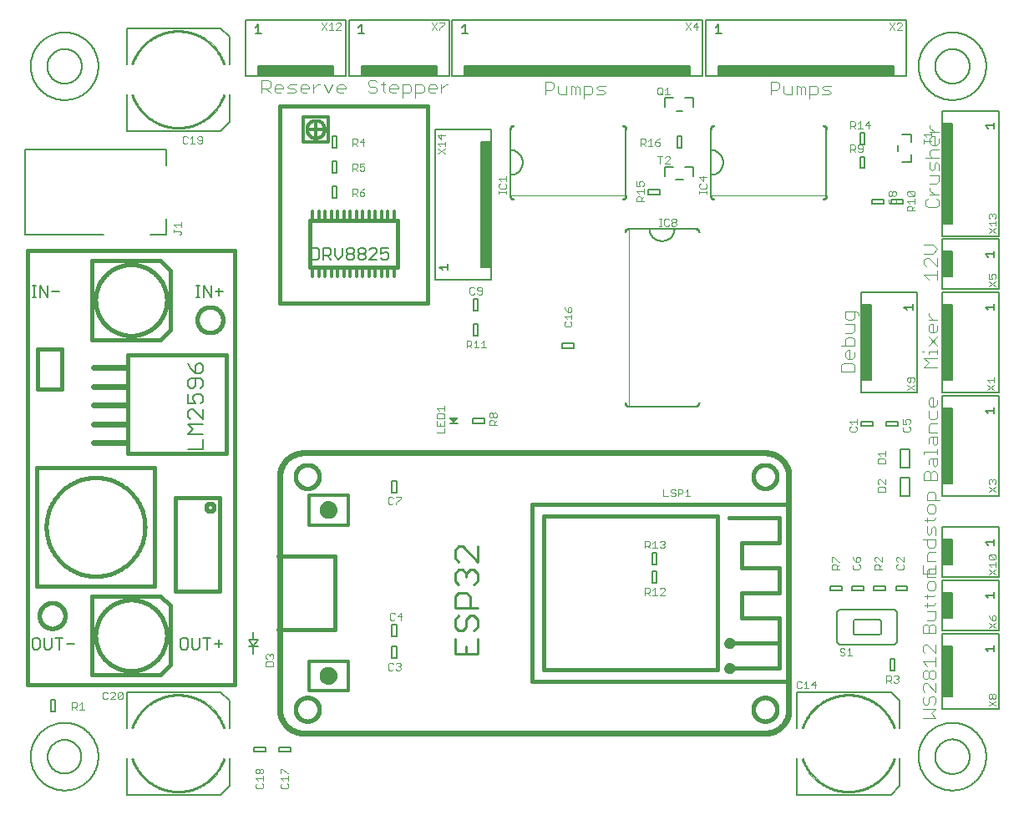
<source format=gbr>
G04 EAGLE Gerber RS-274X export*
G75*
%MOMM*%
%FSLAX34Y34*%
%LPD*%
%INSilkscreen Top*%
%IPPOS*%
%AMOC8*
5,1,8,0,0,1.08239X$1,22.5*%
G01*
%ADD10C,0.101600*%
%ADD11C,0.127000*%
%ADD12C,0.076200*%
%ADD13C,0.600000*%
%ADD14C,0.254000*%
%ADD15C,0.400000*%
%ADD16C,1.200000*%
%ADD17C,0.300000*%
%ADD18C,0.203200*%
%ADD19C,0.152400*%
%ADD20R,1.016000X7.620000*%
%ADD21C,0.015238*%
%ADD22C,0.050800*%
%ADD23R,17.780000X1.016000*%
%ADD24R,22.860000X1.016000*%
%ADD25R,1.016000X2.540000*%
%ADD26C,0.020319*%
%ADD27C,0.177800*%
%ADD28R,7.620000X1.016000*%
%ADD29R,1.016000X5.080000*%
%ADD30R,1.016000X12.700000*%
%ADD31R,1.016000X10.160000*%

G36*
X444518Y388629D02*
X444518Y388629D01*
X444584Y388626D01*
X444629Y388641D01*
X444676Y388646D01*
X444735Y388675D01*
X444798Y388695D01*
X444842Y388728D01*
X444877Y388745D01*
X444904Y388774D01*
X444948Y388807D01*
X448758Y392617D01*
X448809Y392690D01*
X448865Y392759D01*
X448873Y392781D01*
X448887Y392801D01*
X448909Y392887D01*
X448937Y392971D01*
X448937Y392995D01*
X448943Y393018D01*
X448933Y393107D01*
X448931Y393196D01*
X448922Y393218D01*
X448919Y393241D01*
X448880Y393321D01*
X448846Y393403D01*
X448830Y393421D01*
X448820Y393442D01*
X448755Y393503D01*
X448695Y393569D01*
X448674Y393580D01*
X448657Y393596D01*
X448575Y393631D01*
X448495Y393672D01*
X448469Y393675D01*
X448450Y393684D01*
X448400Y393686D01*
X448310Y393699D01*
X440690Y393699D01*
X440602Y393683D01*
X440514Y393674D01*
X440493Y393664D01*
X440469Y393660D01*
X440392Y393614D01*
X440313Y393575D01*
X440296Y393558D01*
X440276Y393545D01*
X440220Y393476D01*
X440159Y393412D01*
X440150Y393390D01*
X440135Y393371D01*
X440106Y393287D01*
X440071Y393205D01*
X440070Y393181D01*
X440063Y393159D01*
X440065Y393070D01*
X440061Y392981D01*
X440069Y392958D01*
X440069Y392934D01*
X440103Y392852D01*
X440130Y392767D01*
X440146Y392746D01*
X440154Y392727D01*
X440188Y392689D01*
X440242Y392617D01*
X444052Y388807D01*
X444106Y388769D01*
X444153Y388724D01*
X444197Y388705D01*
X444236Y388678D01*
X444299Y388662D01*
X444360Y388636D01*
X444407Y388634D01*
X444453Y388623D01*
X444518Y388629D01*
G37*
D10*
X366508Y733837D02*
X364305Y736040D01*
X359899Y736040D01*
X357696Y733837D01*
X357696Y731633D01*
X359899Y729430D01*
X364305Y729430D01*
X366508Y727227D01*
X366508Y725024D01*
X364305Y722821D01*
X359899Y722821D01*
X357696Y725024D01*
X372996Y725024D02*
X372996Y733837D01*
X372996Y725024D02*
X375199Y722821D01*
X375199Y731633D02*
X370793Y731633D01*
X381727Y722821D02*
X386134Y722821D01*
X381727Y722821D02*
X379524Y725024D01*
X379524Y729430D01*
X381727Y731633D01*
X386134Y731633D01*
X388337Y729430D01*
X388337Y727227D01*
X379524Y727227D01*
X392622Y731633D02*
X392622Y718414D01*
X392622Y731633D02*
X399231Y731633D01*
X401434Y729430D01*
X401434Y725024D01*
X399231Y722821D01*
X392622Y722821D01*
X405719Y718414D02*
X405719Y731633D01*
X412328Y731633D01*
X414532Y729430D01*
X414532Y725024D01*
X412328Y722821D01*
X405719Y722821D01*
X421019Y722821D02*
X425426Y722821D01*
X421019Y722821D02*
X418816Y725024D01*
X418816Y729430D01*
X421019Y731633D01*
X425426Y731633D01*
X427629Y729430D01*
X427629Y727227D01*
X418816Y727227D01*
X431913Y722821D02*
X431913Y731633D01*
X431913Y727227D02*
X436320Y731633D01*
X438523Y731633D01*
X765683Y734452D02*
X765683Y721233D01*
X765683Y734452D02*
X772293Y734452D01*
X774496Y732249D01*
X774496Y727843D01*
X772293Y725639D01*
X765683Y725639D01*
X778780Y723436D02*
X778780Y730046D01*
X778780Y723436D02*
X780983Y721233D01*
X787593Y721233D01*
X787593Y730046D01*
X791878Y730046D02*
X791878Y721233D01*
X791878Y730046D02*
X794081Y730046D01*
X796284Y727843D01*
X796284Y721233D01*
X796284Y727843D02*
X798487Y730046D01*
X800690Y727843D01*
X800690Y721233D01*
X804975Y716827D02*
X804975Y730046D01*
X811584Y730046D01*
X813788Y727843D01*
X813788Y723436D01*
X811584Y721233D01*
X804975Y721233D01*
X818072Y721233D02*
X824682Y721233D01*
X826885Y723436D01*
X824682Y725639D01*
X820275Y725639D01*
X818072Y727843D01*
X820275Y730046D01*
X826885Y730046D01*
X921310Y445008D02*
X934530Y445008D01*
X925717Y449414D02*
X921310Y445008D01*
X925717Y449414D02*
X921310Y453821D01*
X934530Y453821D01*
X925717Y458105D02*
X925717Y460308D01*
X934530Y460308D01*
X934530Y458105D02*
X934530Y462512D01*
X921310Y460308D02*
X919107Y460308D01*
X925717Y466837D02*
X934530Y475650D01*
X934530Y466837D02*
X925717Y475650D01*
X934530Y482137D02*
X934530Y486544D01*
X934530Y482137D02*
X932326Y479934D01*
X927920Y479934D01*
X925717Y482137D01*
X925717Y486544D01*
X927920Y488747D01*
X930123Y488747D01*
X930123Y479934D01*
X934530Y493031D02*
X925717Y493031D01*
X930123Y493031D02*
X925717Y497438D01*
X925717Y499641D01*
X921310Y330708D02*
X934530Y330708D01*
X921310Y330708D02*
X921310Y337318D01*
X923513Y339521D01*
X925717Y339521D01*
X927920Y337318D01*
X930123Y339521D01*
X932326Y339521D01*
X934530Y337318D01*
X934530Y330708D01*
X927920Y330708D02*
X927920Y337318D01*
X925717Y346008D02*
X925717Y350415D01*
X927920Y352618D01*
X934530Y352618D01*
X934530Y346008D01*
X932326Y343805D01*
X930123Y346008D01*
X930123Y352618D01*
X921310Y356903D02*
X921310Y359106D01*
X934530Y359106D01*
X934530Y356903D02*
X934530Y361309D01*
X925717Y367837D02*
X925717Y372244D01*
X927920Y374447D01*
X934530Y374447D01*
X934530Y367837D01*
X932326Y365634D01*
X930123Y367837D01*
X930123Y374447D01*
X925717Y378731D02*
X934530Y378731D01*
X925717Y378731D02*
X925717Y385341D01*
X927920Y387544D01*
X934530Y387544D01*
X925717Y394032D02*
X925717Y400641D01*
X925717Y394032D02*
X927920Y391829D01*
X932326Y391829D01*
X934530Y394032D01*
X934530Y400641D01*
X934530Y407129D02*
X934530Y411535D01*
X934530Y407129D02*
X932326Y404926D01*
X927920Y404926D01*
X925717Y407129D01*
X925717Y411535D01*
X927920Y413739D01*
X930123Y413739D01*
X930123Y404926D01*
X850392Y440246D02*
X837173Y440246D01*
X850392Y440246D02*
X850392Y446855D01*
X848189Y449058D01*
X839376Y449058D01*
X837173Y446855D01*
X837173Y440246D01*
X850392Y455546D02*
X850392Y459952D01*
X850392Y455546D02*
X848189Y453343D01*
X843782Y453343D01*
X841579Y455546D01*
X841579Y459952D01*
X843782Y462156D01*
X845986Y462156D01*
X845986Y453343D01*
X850392Y466440D02*
X837173Y466440D01*
X850392Y466440D02*
X850392Y473050D01*
X848189Y475253D01*
X843782Y475253D01*
X841579Y473050D01*
X841579Y466440D01*
X841579Y479537D02*
X848189Y479537D01*
X850392Y481740D01*
X850392Y488350D01*
X841579Y488350D01*
X854798Y497041D02*
X854798Y499244D01*
X852595Y501447D01*
X841579Y501447D01*
X841579Y494838D01*
X843782Y492635D01*
X848189Y492635D01*
X850392Y494838D01*
X850392Y501447D01*
X919723Y244271D02*
X919723Y235458D01*
X932942Y235458D01*
X932942Y244271D01*
X926332Y239864D02*
X926332Y235458D01*
X924129Y248555D02*
X932942Y248555D01*
X924129Y248555D02*
X924129Y255165D01*
X926332Y257368D01*
X932942Y257368D01*
X932942Y270465D02*
X919723Y270465D01*
X932942Y270465D02*
X932942Y263856D01*
X930739Y261653D01*
X926332Y261653D01*
X924129Y263856D01*
X924129Y270465D01*
X932942Y274750D02*
X932942Y281359D01*
X930739Y283563D01*
X928536Y281359D01*
X928536Y276953D01*
X926332Y274750D01*
X924129Y276953D01*
X924129Y283563D01*
X921926Y290050D02*
X930739Y290050D01*
X932942Y292253D01*
X924129Y292253D02*
X924129Y287847D01*
X932942Y298782D02*
X932942Y303188D01*
X930739Y305391D01*
X926332Y305391D01*
X924129Y303188D01*
X924129Y298782D01*
X926332Y296579D01*
X930739Y296579D01*
X932942Y298782D01*
X937348Y309676D02*
X924129Y309676D01*
X924129Y316285D01*
X926332Y318489D01*
X930739Y318489D01*
X932942Y316285D01*
X932942Y309676D01*
X932942Y175133D02*
X919723Y175133D01*
X919723Y181743D01*
X921926Y183946D01*
X924129Y183946D01*
X926332Y181743D01*
X928536Y183946D01*
X930739Y183946D01*
X932942Y181743D01*
X932942Y175133D01*
X926332Y175133D02*
X926332Y181743D01*
X924129Y188230D02*
X930739Y188230D01*
X932942Y190433D01*
X932942Y197043D01*
X924129Y197043D01*
X921926Y203531D02*
X930739Y203531D01*
X932942Y205734D01*
X924129Y205734D02*
X924129Y201328D01*
X921926Y212262D02*
X930739Y212262D01*
X932942Y214465D01*
X924129Y214465D02*
X924129Y210059D01*
X932942Y220994D02*
X932942Y225400D01*
X930739Y227603D01*
X926332Y227603D01*
X924129Y225400D01*
X924129Y220994D01*
X926332Y218791D01*
X930739Y218791D01*
X932942Y220994D01*
X932942Y231888D02*
X924129Y231888D01*
X924129Y238497D01*
X926332Y240701D01*
X932942Y240701D01*
X932942Y89408D02*
X919723Y89408D01*
X928536Y93814D02*
X932942Y89408D01*
X928536Y93814D02*
X932942Y98221D01*
X919723Y98221D01*
X919723Y109115D02*
X921926Y111318D01*
X919723Y109115D02*
X919723Y104708D01*
X921926Y102505D01*
X924129Y102505D01*
X926332Y104708D01*
X926332Y109115D01*
X928536Y111318D01*
X930739Y111318D01*
X932942Y109115D01*
X932942Y104708D01*
X930739Y102505D01*
X932942Y115603D02*
X932942Y124415D01*
X932942Y115603D02*
X924129Y124415D01*
X921926Y124415D01*
X919723Y122212D01*
X919723Y117806D01*
X921926Y115603D01*
X921926Y128700D02*
X919723Y130903D01*
X919723Y135309D01*
X921926Y137513D01*
X924129Y137513D01*
X926332Y135309D01*
X928536Y137513D01*
X930739Y137513D01*
X932942Y135309D01*
X932942Y130903D01*
X930739Y128700D01*
X928536Y128700D01*
X926332Y130903D01*
X924129Y128700D01*
X921926Y128700D01*
X926332Y130903D02*
X926332Y135309D01*
X924129Y141797D02*
X919723Y146203D01*
X932942Y146203D01*
X932942Y141797D02*
X932942Y150610D01*
X932942Y154894D02*
X932942Y163707D01*
X932942Y154894D02*
X924129Y163707D01*
X921926Y163707D01*
X919723Y161504D01*
X919723Y157097D01*
X921926Y154894D01*
X922898Y613543D02*
X925101Y615746D01*
X922898Y613543D02*
X922898Y609136D01*
X925101Y606933D01*
X933914Y606933D01*
X936117Y609136D01*
X936117Y613543D01*
X933914Y615746D01*
X936117Y620030D02*
X927304Y620030D01*
X931711Y620030D02*
X927304Y624437D01*
X927304Y626640D01*
X927304Y630945D02*
X933914Y630945D01*
X936117Y633148D01*
X936117Y639757D01*
X927304Y639757D01*
X936117Y644042D02*
X936117Y650652D01*
X933914Y652855D01*
X931711Y650652D01*
X931711Y646245D01*
X929507Y644042D01*
X927304Y646245D01*
X927304Y652855D01*
X922898Y657139D02*
X936117Y657139D01*
X929507Y657139D02*
X927304Y659342D01*
X927304Y663749D01*
X929507Y665952D01*
X936117Y665952D01*
X936117Y672440D02*
X936117Y676846D01*
X936117Y672440D02*
X933914Y670236D01*
X929507Y670236D01*
X927304Y672440D01*
X927304Y676846D01*
X929507Y679049D01*
X931711Y679049D01*
X931711Y670236D01*
X936117Y683334D02*
X927304Y683334D01*
X927304Y687740D02*
X931711Y683334D01*
X927304Y687740D02*
X927304Y689943D01*
X249746Y722821D02*
X249746Y736040D01*
X256355Y736040D01*
X258558Y733837D01*
X258558Y729430D01*
X256355Y727227D01*
X249746Y727227D01*
X254152Y727227D02*
X258558Y722821D01*
X265046Y722821D02*
X269452Y722821D01*
X265046Y722821D02*
X262843Y725024D01*
X262843Y729430D01*
X265046Y731633D01*
X269452Y731633D01*
X271656Y729430D01*
X271656Y727227D01*
X262843Y727227D01*
X275940Y722821D02*
X282550Y722821D01*
X284753Y725024D01*
X282550Y727227D01*
X278143Y727227D01*
X275940Y729430D01*
X278143Y731633D01*
X284753Y731633D01*
X291240Y722821D02*
X295647Y722821D01*
X291240Y722821D02*
X289037Y725024D01*
X289037Y729430D01*
X291240Y731633D01*
X295647Y731633D01*
X297850Y729430D01*
X297850Y727227D01*
X289037Y727227D01*
X302135Y722821D02*
X302135Y731633D01*
X302135Y727227D02*
X306541Y731633D01*
X308744Y731633D01*
X313049Y731633D02*
X317455Y722821D01*
X321862Y731633D01*
X328349Y722821D02*
X332756Y722821D01*
X328349Y722821D02*
X326146Y725024D01*
X326146Y729430D01*
X328349Y731633D01*
X332756Y731633D01*
X334959Y729430D01*
X334959Y727227D01*
X326146Y727227D01*
X537083Y721233D02*
X537083Y734452D01*
X543693Y734452D01*
X545896Y732249D01*
X545896Y727843D01*
X543693Y725639D01*
X537083Y725639D01*
X550180Y723436D02*
X550180Y730046D01*
X550180Y723436D02*
X552383Y721233D01*
X558993Y721233D01*
X558993Y730046D01*
X563278Y730046D02*
X563278Y721233D01*
X563278Y730046D02*
X565481Y730046D01*
X567684Y727843D01*
X567684Y721233D01*
X567684Y727843D02*
X569887Y730046D01*
X572090Y727843D01*
X572090Y721233D01*
X576375Y716827D02*
X576375Y730046D01*
X582984Y730046D01*
X585188Y727843D01*
X585188Y723436D01*
X582984Y721233D01*
X576375Y721233D01*
X589472Y721233D02*
X596082Y721233D01*
X598285Y723436D01*
X596082Y725639D01*
X591675Y725639D01*
X589472Y727843D01*
X591675Y730046D01*
X598285Y730046D01*
X921310Y538314D02*
X925717Y533908D01*
X921310Y538314D02*
X934530Y538314D01*
X934530Y533908D02*
X934530Y542721D01*
X934530Y547005D02*
X934530Y555818D01*
X934530Y547005D02*
X925717Y555818D01*
X923513Y555818D01*
X921310Y553615D01*
X921310Y549208D01*
X923513Y547005D01*
X921310Y560103D02*
X930123Y560103D01*
X934530Y564509D01*
X930123Y568915D01*
X921310Y568915D01*
D11*
X386461Y161417D02*
X381889Y161417D01*
X381889Y149733D02*
X386461Y149733D01*
X386461Y161417D01*
X381889Y161417D02*
X381889Y149733D01*
D12*
X381892Y144913D02*
X383121Y143685D01*
X381892Y144913D02*
X379435Y144913D01*
X378206Y143685D01*
X378206Y138770D01*
X379435Y137541D01*
X381892Y137541D01*
X383121Y138770D01*
X385690Y143685D02*
X386919Y144913D01*
X389376Y144913D01*
X390605Y143685D01*
X390605Y142456D01*
X389376Y141227D01*
X388148Y141227D01*
X389376Y141227D02*
X390605Y139998D01*
X390605Y138770D01*
X389376Y137541D01*
X386919Y137541D01*
X385690Y138770D01*
D11*
X386461Y183667D02*
X381889Y183667D01*
X381889Y171983D02*
X386461Y171983D01*
X386461Y183667D01*
X381889Y183667D02*
X381889Y171983D01*
D12*
X384708Y194510D02*
X383480Y195738D01*
X381022Y195738D01*
X379794Y194510D01*
X379794Y189595D01*
X381022Y188366D01*
X383480Y188366D01*
X384708Y189595D01*
X390964Y188366D02*
X390964Y195738D01*
X387278Y192052D01*
X392193Y192052D01*
D13*
X784100Y125900D02*
X784100Y305900D01*
X784100Y125900D02*
X784100Y97900D01*
D14*
X445750Y154205D02*
X445750Y169458D01*
X445750Y154205D02*
X468630Y154205D01*
X468630Y169458D01*
X457190Y161832D02*
X457190Y154205D01*
X445750Y189033D02*
X449564Y192846D01*
X445750Y189033D02*
X445750Y181406D01*
X449564Y177593D01*
X453377Y177593D01*
X457190Y181406D01*
X457190Y189033D01*
X461004Y192846D01*
X464817Y192846D01*
X468630Y189033D01*
X468630Y181406D01*
X464817Y177593D01*
X468630Y200981D02*
X445750Y200981D01*
X445750Y212421D01*
X449564Y216234D01*
X457190Y216234D01*
X461004Y212421D01*
X461004Y200981D01*
X449564Y224369D02*
X445750Y228182D01*
X445750Y235809D01*
X449564Y239622D01*
X453377Y239622D01*
X457190Y235809D01*
X457190Y231995D01*
X457190Y235809D02*
X461004Y239622D01*
X464817Y239622D01*
X468630Y235809D01*
X468630Y228182D01*
X464817Y224369D01*
X468630Y247757D02*
X468630Y263010D01*
X468630Y247757D02*
X453377Y263010D01*
X449564Y263010D01*
X445750Y259197D01*
X445750Y251570D01*
X449564Y247757D01*
D15*
X524100Y305900D02*
X784100Y305900D01*
X524100Y305900D02*
X524100Y125900D01*
X784100Y125900D01*
X536100Y137900D02*
X536100Y293900D01*
X536100Y137900D02*
X712100Y137900D01*
X712100Y293900D01*
X536100Y293900D01*
X723900Y139700D02*
X774700Y139700D01*
X774700Y165100D01*
X723900Y165100D01*
X774700Y165100D02*
X774700Y190500D01*
X736600Y190500D01*
X736600Y215900D01*
X774700Y215900D01*
X774700Y241300D01*
X736600Y241300D01*
X736600Y266700D01*
X774700Y266700D01*
X774700Y292100D01*
X723900Y292100D01*
X720725Y139700D02*
X720727Y139812D01*
X720733Y139924D01*
X720743Y140036D01*
X720757Y140147D01*
X720774Y140257D01*
X720796Y140367D01*
X720821Y140477D01*
X720851Y140585D01*
X720884Y140692D01*
X720921Y140798D01*
X720961Y140902D01*
X721006Y141005D01*
X721053Y141106D01*
X721105Y141206D01*
X721160Y141304D01*
X721218Y141399D01*
X721280Y141493D01*
X721345Y141584D01*
X721413Y141673D01*
X721484Y141760D01*
X721558Y141844D01*
X721635Y141925D01*
X721715Y142004D01*
X721798Y142079D01*
X721883Y142152D01*
X721971Y142222D01*
X722061Y142288D01*
X722154Y142352D01*
X722248Y142412D01*
X722345Y142468D01*
X722444Y142521D01*
X722544Y142571D01*
X722646Y142617D01*
X722750Y142659D01*
X722855Y142698D01*
X722962Y142733D01*
X723069Y142764D01*
X723178Y142792D01*
X723287Y142815D01*
X723398Y142835D01*
X723509Y142851D01*
X723620Y142863D01*
X723732Y142871D01*
X723844Y142875D01*
X723956Y142875D01*
X724068Y142871D01*
X724180Y142863D01*
X724291Y142851D01*
X724402Y142835D01*
X724513Y142815D01*
X724622Y142792D01*
X724731Y142764D01*
X724838Y142733D01*
X724945Y142698D01*
X725050Y142659D01*
X725154Y142617D01*
X725256Y142571D01*
X725356Y142521D01*
X725455Y142468D01*
X725552Y142412D01*
X725646Y142352D01*
X725739Y142288D01*
X725829Y142222D01*
X725917Y142152D01*
X726002Y142079D01*
X726085Y142004D01*
X726165Y141925D01*
X726242Y141844D01*
X726316Y141760D01*
X726387Y141673D01*
X726455Y141584D01*
X726520Y141493D01*
X726582Y141399D01*
X726640Y141304D01*
X726695Y141206D01*
X726747Y141106D01*
X726794Y141005D01*
X726839Y140902D01*
X726879Y140798D01*
X726916Y140692D01*
X726949Y140585D01*
X726979Y140477D01*
X727004Y140367D01*
X727026Y140257D01*
X727043Y140147D01*
X727057Y140036D01*
X727067Y139924D01*
X727073Y139812D01*
X727075Y139700D01*
X727073Y139588D01*
X727067Y139476D01*
X727057Y139364D01*
X727043Y139253D01*
X727026Y139143D01*
X727004Y139033D01*
X726979Y138923D01*
X726949Y138815D01*
X726916Y138708D01*
X726879Y138602D01*
X726839Y138498D01*
X726794Y138395D01*
X726747Y138294D01*
X726695Y138194D01*
X726640Y138096D01*
X726582Y138001D01*
X726520Y137907D01*
X726455Y137816D01*
X726387Y137727D01*
X726316Y137640D01*
X726242Y137556D01*
X726165Y137475D01*
X726085Y137396D01*
X726002Y137321D01*
X725917Y137248D01*
X725829Y137178D01*
X725739Y137112D01*
X725646Y137048D01*
X725552Y136988D01*
X725455Y136932D01*
X725356Y136879D01*
X725256Y136829D01*
X725154Y136783D01*
X725050Y136741D01*
X724945Y136702D01*
X724838Y136667D01*
X724731Y136636D01*
X724622Y136608D01*
X724513Y136585D01*
X724402Y136565D01*
X724291Y136549D01*
X724180Y136537D01*
X724068Y136529D01*
X723956Y136525D01*
X723844Y136525D01*
X723732Y136529D01*
X723620Y136537D01*
X723509Y136549D01*
X723398Y136565D01*
X723287Y136585D01*
X723178Y136608D01*
X723069Y136636D01*
X722962Y136667D01*
X722855Y136702D01*
X722750Y136741D01*
X722646Y136783D01*
X722544Y136829D01*
X722444Y136879D01*
X722345Y136932D01*
X722248Y136988D01*
X722154Y137048D01*
X722061Y137112D01*
X721971Y137178D01*
X721883Y137248D01*
X721798Y137321D01*
X721715Y137396D01*
X721635Y137475D01*
X721558Y137556D01*
X721484Y137640D01*
X721413Y137727D01*
X721345Y137816D01*
X721280Y137907D01*
X721218Y138001D01*
X721160Y138096D01*
X721105Y138194D01*
X721053Y138294D01*
X721006Y138395D01*
X720961Y138498D01*
X720921Y138602D01*
X720884Y138708D01*
X720851Y138815D01*
X720821Y138923D01*
X720796Y139033D01*
X720774Y139143D01*
X720757Y139253D01*
X720743Y139364D01*
X720733Y139476D01*
X720727Y139588D01*
X720725Y139700D01*
X720725Y165100D02*
X720727Y165212D01*
X720733Y165324D01*
X720743Y165436D01*
X720757Y165547D01*
X720774Y165657D01*
X720796Y165767D01*
X720821Y165877D01*
X720851Y165985D01*
X720884Y166092D01*
X720921Y166198D01*
X720961Y166302D01*
X721006Y166405D01*
X721053Y166506D01*
X721105Y166606D01*
X721160Y166704D01*
X721218Y166799D01*
X721280Y166893D01*
X721345Y166984D01*
X721413Y167073D01*
X721484Y167160D01*
X721558Y167244D01*
X721635Y167325D01*
X721715Y167404D01*
X721798Y167479D01*
X721883Y167552D01*
X721971Y167622D01*
X722061Y167688D01*
X722154Y167752D01*
X722248Y167812D01*
X722345Y167868D01*
X722444Y167921D01*
X722544Y167971D01*
X722646Y168017D01*
X722750Y168059D01*
X722855Y168098D01*
X722962Y168133D01*
X723069Y168164D01*
X723178Y168192D01*
X723287Y168215D01*
X723398Y168235D01*
X723509Y168251D01*
X723620Y168263D01*
X723732Y168271D01*
X723844Y168275D01*
X723956Y168275D01*
X724068Y168271D01*
X724180Y168263D01*
X724291Y168251D01*
X724402Y168235D01*
X724513Y168215D01*
X724622Y168192D01*
X724731Y168164D01*
X724838Y168133D01*
X724945Y168098D01*
X725050Y168059D01*
X725154Y168017D01*
X725256Y167971D01*
X725356Y167921D01*
X725455Y167868D01*
X725552Y167812D01*
X725646Y167752D01*
X725739Y167688D01*
X725829Y167622D01*
X725917Y167552D01*
X726002Y167479D01*
X726085Y167404D01*
X726165Y167325D01*
X726242Y167244D01*
X726316Y167160D01*
X726387Y167073D01*
X726455Y166984D01*
X726520Y166893D01*
X726582Y166799D01*
X726640Y166704D01*
X726695Y166606D01*
X726747Y166506D01*
X726794Y166405D01*
X726839Y166302D01*
X726879Y166198D01*
X726916Y166092D01*
X726949Y165985D01*
X726979Y165877D01*
X727004Y165767D01*
X727026Y165657D01*
X727043Y165547D01*
X727057Y165436D01*
X727067Y165324D01*
X727073Y165212D01*
X727075Y165100D01*
X727073Y164988D01*
X727067Y164876D01*
X727057Y164764D01*
X727043Y164653D01*
X727026Y164543D01*
X727004Y164433D01*
X726979Y164323D01*
X726949Y164215D01*
X726916Y164108D01*
X726879Y164002D01*
X726839Y163898D01*
X726794Y163795D01*
X726747Y163694D01*
X726695Y163594D01*
X726640Y163496D01*
X726582Y163401D01*
X726520Y163307D01*
X726455Y163216D01*
X726387Y163127D01*
X726316Y163040D01*
X726242Y162956D01*
X726165Y162875D01*
X726085Y162796D01*
X726002Y162721D01*
X725917Y162648D01*
X725829Y162578D01*
X725739Y162512D01*
X725646Y162448D01*
X725552Y162388D01*
X725455Y162332D01*
X725356Y162279D01*
X725256Y162229D01*
X725154Y162183D01*
X725050Y162141D01*
X724945Y162102D01*
X724838Y162067D01*
X724731Y162036D01*
X724622Y162008D01*
X724513Y161985D01*
X724402Y161965D01*
X724291Y161949D01*
X724180Y161937D01*
X724068Y161929D01*
X723956Y161925D01*
X723844Y161925D01*
X723732Y161929D01*
X723620Y161937D01*
X723509Y161949D01*
X723398Y161965D01*
X723287Y161985D01*
X723178Y162008D01*
X723069Y162036D01*
X722962Y162067D01*
X722855Y162102D01*
X722750Y162141D01*
X722646Y162183D01*
X722544Y162229D01*
X722444Y162279D01*
X722345Y162332D01*
X722248Y162388D01*
X722154Y162448D01*
X722061Y162512D01*
X721971Y162578D01*
X721883Y162648D01*
X721798Y162721D01*
X721715Y162796D01*
X721635Y162875D01*
X721558Y162956D01*
X721484Y163040D01*
X721413Y163127D01*
X721345Y163216D01*
X721280Y163307D01*
X721218Y163401D01*
X721160Y163496D01*
X721105Y163594D01*
X721053Y163694D01*
X721006Y163795D01*
X720961Y163898D01*
X720921Y164002D01*
X720884Y164108D01*
X720851Y164215D01*
X720821Y164323D01*
X720796Y164433D01*
X720774Y164543D01*
X720757Y164653D01*
X720743Y164764D01*
X720733Y164876D01*
X720727Y164988D01*
X720725Y165100D01*
X324100Y178900D02*
X266700Y178900D01*
X324100Y178900D02*
X324100Y252900D01*
X266700Y252900D01*
D16*
X314500Y299900D02*
X314502Y300009D01*
X314508Y300118D01*
X314518Y300226D01*
X314532Y300334D01*
X314549Y300442D01*
X314571Y300549D01*
X314596Y300655D01*
X314626Y300759D01*
X314659Y300863D01*
X314696Y300966D01*
X314736Y301067D01*
X314780Y301166D01*
X314828Y301264D01*
X314880Y301361D01*
X314934Y301455D01*
X314992Y301547D01*
X315054Y301637D01*
X315119Y301724D01*
X315186Y301810D01*
X315257Y301893D01*
X315331Y301973D01*
X315408Y302050D01*
X315487Y302125D01*
X315569Y302196D01*
X315654Y302265D01*
X315741Y302330D01*
X315830Y302393D01*
X315922Y302451D01*
X316016Y302507D01*
X316111Y302559D01*
X316209Y302608D01*
X316308Y302653D01*
X316409Y302695D01*
X316511Y302732D01*
X316614Y302766D01*
X316719Y302797D01*
X316825Y302823D01*
X316931Y302846D01*
X317039Y302864D01*
X317147Y302879D01*
X317255Y302890D01*
X317364Y302897D01*
X317473Y302900D01*
X317582Y302899D01*
X317691Y302894D01*
X317799Y302885D01*
X317907Y302872D01*
X318015Y302855D01*
X318122Y302835D01*
X318228Y302810D01*
X318333Y302782D01*
X318437Y302750D01*
X318540Y302714D01*
X318642Y302674D01*
X318742Y302631D01*
X318840Y302584D01*
X318937Y302534D01*
X319031Y302480D01*
X319124Y302422D01*
X319215Y302362D01*
X319303Y302298D01*
X319389Y302231D01*
X319472Y302161D01*
X319553Y302088D01*
X319631Y302012D01*
X319706Y301933D01*
X319779Y301851D01*
X319848Y301767D01*
X319914Y301681D01*
X319977Y301592D01*
X320037Y301501D01*
X320094Y301408D01*
X320147Y301313D01*
X320196Y301216D01*
X320242Y301117D01*
X320284Y301017D01*
X320323Y300915D01*
X320358Y300811D01*
X320389Y300707D01*
X320417Y300602D01*
X320440Y300495D01*
X320460Y300388D01*
X320476Y300280D01*
X320488Y300172D01*
X320496Y300063D01*
X320500Y299954D01*
X320500Y299846D01*
X320496Y299737D01*
X320488Y299628D01*
X320476Y299520D01*
X320460Y299412D01*
X320440Y299305D01*
X320417Y299198D01*
X320389Y299093D01*
X320358Y298989D01*
X320323Y298885D01*
X320284Y298783D01*
X320242Y298683D01*
X320196Y298584D01*
X320147Y298487D01*
X320094Y298392D01*
X320037Y298299D01*
X319977Y298208D01*
X319914Y298119D01*
X319848Y298033D01*
X319779Y297949D01*
X319706Y297867D01*
X319631Y297788D01*
X319553Y297712D01*
X319472Y297639D01*
X319389Y297569D01*
X319303Y297502D01*
X319215Y297438D01*
X319124Y297378D01*
X319031Y297320D01*
X318937Y297266D01*
X318840Y297216D01*
X318742Y297169D01*
X318642Y297126D01*
X318540Y297086D01*
X318437Y297050D01*
X318333Y297018D01*
X318228Y296990D01*
X318122Y296965D01*
X318015Y296945D01*
X317907Y296928D01*
X317799Y296915D01*
X317691Y296906D01*
X317582Y296901D01*
X317473Y296900D01*
X317364Y296903D01*
X317255Y296910D01*
X317147Y296921D01*
X317039Y296936D01*
X316931Y296954D01*
X316825Y296977D01*
X316719Y297003D01*
X316614Y297034D01*
X316511Y297068D01*
X316409Y297105D01*
X316308Y297147D01*
X316209Y297192D01*
X316111Y297241D01*
X316016Y297293D01*
X315922Y297349D01*
X315830Y297407D01*
X315741Y297470D01*
X315654Y297535D01*
X315569Y297604D01*
X315487Y297675D01*
X315408Y297750D01*
X315331Y297827D01*
X315257Y297907D01*
X315186Y297990D01*
X315119Y298076D01*
X315054Y298163D01*
X314992Y298253D01*
X314934Y298345D01*
X314880Y298439D01*
X314828Y298536D01*
X314780Y298634D01*
X314736Y298733D01*
X314696Y298834D01*
X314659Y298937D01*
X314626Y299041D01*
X314596Y299145D01*
X314571Y299251D01*
X314549Y299358D01*
X314532Y299466D01*
X314518Y299574D01*
X314508Y299682D01*
X314502Y299791D01*
X314500Y299900D01*
D17*
X297500Y314900D02*
X337500Y314900D01*
X297500Y314900D02*
X297500Y284900D01*
X337500Y284900D01*
X337500Y314900D01*
D16*
X314500Y131900D02*
X314502Y132009D01*
X314508Y132118D01*
X314518Y132226D01*
X314532Y132334D01*
X314549Y132442D01*
X314571Y132549D01*
X314596Y132655D01*
X314626Y132759D01*
X314659Y132863D01*
X314696Y132966D01*
X314736Y133067D01*
X314780Y133166D01*
X314828Y133264D01*
X314880Y133361D01*
X314934Y133455D01*
X314992Y133547D01*
X315054Y133637D01*
X315119Y133724D01*
X315186Y133810D01*
X315257Y133893D01*
X315331Y133973D01*
X315408Y134050D01*
X315487Y134125D01*
X315569Y134196D01*
X315654Y134265D01*
X315741Y134330D01*
X315830Y134393D01*
X315922Y134451D01*
X316016Y134507D01*
X316111Y134559D01*
X316209Y134608D01*
X316308Y134653D01*
X316409Y134695D01*
X316511Y134732D01*
X316614Y134766D01*
X316719Y134797D01*
X316825Y134823D01*
X316931Y134846D01*
X317039Y134864D01*
X317147Y134879D01*
X317255Y134890D01*
X317364Y134897D01*
X317473Y134900D01*
X317582Y134899D01*
X317691Y134894D01*
X317799Y134885D01*
X317907Y134872D01*
X318015Y134855D01*
X318122Y134835D01*
X318228Y134810D01*
X318333Y134782D01*
X318437Y134750D01*
X318540Y134714D01*
X318642Y134674D01*
X318742Y134631D01*
X318840Y134584D01*
X318937Y134534D01*
X319031Y134480D01*
X319124Y134422D01*
X319215Y134362D01*
X319303Y134298D01*
X319389Y134231D01*
X319472Y134161D01*
X319553Y134088D01*
X319631Y134012D01*
X319706Y133933D01*
X319779Y133851D01*
X319848Y133767D01*
X319914Y133681D01*
X319977Y133592D01*
X320037Y133501D01*
X320094Y133408D01*
X320147Y133313D01*
X320196Y133216D01*
X320242Y133117D01*
X320284Y133017D01*
X320323Y132915D01*
X320358Y132811D01*
X320389Y132707D01*
X320417Y132602D01*
X320440Y132495D01*
X320460Y132388D01*
X320476Y132280D01*
X320488Y132172D01*
X320496Y132063D01*
X320500Y131954D01*
X320500Y131846D01*
X320496Y131737D01*
X320488Y131628D01*
X320476Y131520D01*
X320460Y131412D01*
X320440Y131305D01*
X320417Y131198D01*
X320389Y131093D01*
X320358Y130989D01*
X320323Y130885D01*
X320284Y130783D01*
X320242Y130683D01*
X320196Y130584D01*
X320147Y130487D01*
X320094Y130392D01*
X320037Y130299D01*
X319977Y130208D01*
X319914Y130119D01*
X319848Y130033D01*
X319779Y129949D01*
X319706Y129867D01*
X319631Y129788D01*
X319553Y129712D01*
X319472Y129639D01*
X319389Y129569D01*
X319303Y129502D01*
X319215Y129438D01*
X319124Y129378D01*
X319031Y129320D01*
X318937Y129266D01*
X318840Y129216D01*
X318742Y129169D01*
X318642Y129126D01*
X318540Y129086D01*
X318437Y129050D01*
X318333Y129018D01*
X318228Y128990D01*
X318122Y128965D01*
X318015Y128945D01*
X317907Y128928D01*
X317799Y128915D01*
X317691Y128906D01*
X317582Y128901D01*
X317473Y128900D01*
X317364Y128903D01*
X317255Y128910D01*
X317147Y128921D01*
X317039Y128936D01*
X316931Y128954D01*
X316825Y128977D01*
X316719Y129003D01*
X316614Y129034D01*
X316511Y129068D01*
X316409Y129105D01*
X316308Y129147D01*
X316209Y129192D01*
X316111Y129241D01*
X316016Y129293D01*
X315922Y129349D01*
X315830Y129407D01*
X315741Y129470D01*
X315654Y129535D01*
X315569Y129604D01*
X315487Y129675D01*
X315408Y129750D01*
X315331Y129827D01*
X315257Y129907D01*
X315186Y129990D01*
X315119Y130076D01*
X315054Y130163D01*
X314992Y130253D01*
X314934Y130345D01*
X314880Y130439D01*
X314828Y130536D01*
X314780Y130634D01*
X314736Y130733D01*
X314696Y130834D01*
X314659Y130937D01*
X314626Y131041D01*
X314596Y131145D01*
X314571Y131251D01*
X314549Y131358D01*
X314532Y131466D01*
X314518Y131574D01*
X314508Y131682D01*
X314502Y131791D01*
X314500Y131900D01*
D17*
X297500Y146900D02*
X337500Y146900D01*
X297500Y146900D02*
X297500Y116900D01*
X337500Y116900D01*
X337500Y146900D01*
D13*
X761100Y357900D02*
X761668Y357881D01*
X762235Y357848D01*
X762801Y357802D01*
X763366Y357742D01*
X763929Y357668D01*
X764490Y357581D01*
X765049Y357480D01*
X765606Y357366D01*
X766159Y357238D01*
X766709Y357097D01*
X767256Y356943D01*
X767799Y356776D01*
X768337Y356595D01*
X768871Y356402D01*
X769401Y356195D01*
X769925Y355976D01*
X770443Y355745D01*
X770956Y355501D01*
X771463Y355244D01*
X771964Y354976D01*
X772457Y354695D01*
X772944Y354403D01*
X773424Y354098D01*
X773896Y353783D01*
X774361Y353456D01*
X774817Y353118D01*
X775265Y352769D01*
X775705Y352409D01*
X776136Y352039D01*
X776557Y351658D01*
X776970Y351268D01*
X777373Y350867D01*
X777766Y350457D01*
X778149Y350038D01*
X778521Y349609D01*
X778884Y349171D01*
X779235Y348725D01*
X779576Y348271D01*
X779906Y347808D01*
X780224Y347338D01*
X780531Y346860D01*
X780826Y346375D01*
X781109Y345882D01*
X781381Y345383D01*
X781640Y344878D01*
X781887Y344367D01*
X782122Y343849D01*
X782344Y343327D01*
X782553Y342799D01*
X782750Y342266D01*
X782933Y341728D01*
X783104Y341186D01*
X783261Y340641D01*
X783406Y340091D01*
X783536Y339538D01*
X783654Y338983D01*
X783758Y338424D01*
X783848Y337863D01*
X783925Y337301D01*
X783989Y336736D01*
X784038Y336170D01*
X784074Y335604D01*
X784096Y335036D01*
X784105Y334468D01*
X784100Y333900D01*
X784100Y97900D02*
X784105Y97332D01*
X784096Y96764D01*
X784074Y96196D01*
X784038Y95630D01*
X783989Y95064D01*
X783925Y94499D01*
X783848Y93937D01*
X783758Y93376D01*
X783654Y92817D01*
X783536Y92262D01*
X783406Y91709D01*
X783261Y91159D01*
X783104Y90614D01*
X782933Y90072D01*
X782750Y89534D01*
X782553Y89001D01*
X782344Y88473D01*
X782122Y87951D01*
X781887Y87433D01*
X781640Y86922D01*
X781381Y86417D01*
X781109Y85918D01*
X780826Y85425D01*
X780531Y84940D01*
X780224Y84462D01*
X779906Y83992D01*
X779576Y83529D01*
X779235Y83075D01*
X778884Y82629D01*
X778521Y82191D01*
X778149Y81762D01*
X777766Y81343D01*
X777373Y80933D01*
X776970Y80532D01*
X776557Y80142D01*
X776136Y79761D01*
X775705Y79391D01*
X775265Y79031D01*
X774817Y78682D01*
X774361Y78344D01*
X773896Y78017D01*
X773424Y77702D01*
X772944Y77397D01*
X772457Y77105D01*
X771964Y76824D01*
X771463Y76556D01*
X770956Y76299D01*
X770443Y76055D01*
X769925Y75824D01*
X769401Y75605D01*
X768871Y75398D01*
X768337Y75205D01*
X767799Y75024D01*
X767256Y74857D01*
X766709Y74703D01*
X766159Y74562D01*
X765606Y74434D01*
X765049Y74320D01*
X764490Y74219D01*
X763929Y74132D01*
X763366Y74058D01*
X762801Y73998D01*
X762235Y73952D01*
X761668Y73919D01*
X761100Y73900D01*
X784100Y305900D02*
X784100Y333900D01*
X761100Y357900D02*
X292100Y357900D01*
X291520Y357893D01*
X290940Y357872D01*
X290362Y357837D01*
X289784Y357788D01*
X289207Y357725D01*
X288632Y357648D01*
X288059Y357557D01*
X287489Y357453D01*
X286921Y357335D01*
X286356Y357203D01*
X285795Y357057D01*
X285237Y356898D01*
X284684Y356725D01*
X284134Y356539D01*
X283589Y356340D01*
X283050Y356128D01*
X282515Y355903D01*
X281986Y355665D01*
X281463Y355414D01*
X280947Y355151D01*
X280436Y354875D01*
X279933Y354587D01*
X279437Y354287D01*
X278948Y353975D01*
X278466Y353652D01*
X277993Y353316D01*
X277528Y352970D01*
X277072Y352612D01*
X276624Y352244D01*
X276185Y351864D01*
X275756Y351474D01*
X275336Y351074D01*
X274926Y350664D01*
X274526Y350244D01*
X274136Y349815D01*
X273756Y349376D01*
X273388Y348928D01*
X273030Y348472D01*
X272684Y348007D01*
X272348Y347534D01*
X272025Y347052D01*
X271713Y346563D01*
X271413Y346067D01*
X271125Y345564D01*
X270849Y345053D01*
X270586Y344537D01*
X270335Y344014D01*
X270097Y343485D01*
X269872Y342950D01*
X269660Y342411D01*
X269461Y341866D01*
X269275Y341316D01*
X269102Y340763D01*
X268943Y340205D01*
X268797Y339644D01*
X268665Y339079D01*
X268547Y338511D01*
X268443Y337941D01*
X268352Y337368D01*
X268275Y336793D01*
X268212Y336216D01*
X268163Y335638D01*
X268128Y335060D01*
X268107Y334480D01*
X268100Y333900D01*
X268100Y97900D01*
X268107Y97320D01*
X268128Y96740D01*
X268163Y96162D01*
X268212Y95584D01*
X268275Y95007D01*
X268352Y94432D01*
X268443Y93859D01*
X268547Y93289D01*
X268665Y92721D01*
X268797Y92156D01*
X268943Y91595D01*
X269102Y91037D01*
X269275Y90484D01*
X269461Y89934D01*
X269660Y89389D01*
X269872Y88850D01*
X270097Y88315D01*
X270335Y87786D01*
X270586Y87263D01*
X270849Y86747D01*
X271125Y86236D01*
X271413Y85733D01*
X271713Y85237D01*
X272025Y84748D01*
X272348Y84266D01*
X272684Y83793D01*
X273030Y83328D01*
X273388Y82872D01*
X273756Y82424D01*
X274136Y81985D01*
X274526Y81556D01*
X274926Y81136D01*
X275336Y80726D01*
X275756Y80326D01*
X276185Y79936D01*
X276624Y79556D01*
X277072Y79188D01*
X277528Y78830D01*
X277993Y78484D01*
X278466Y78148D01*
X278948Y77825D01*
X279437Y77513D01*
X279933Y77213D01*
X280436Y76925D01*
X280947Y76649D01*
X281463Y76386D01*
X281986Y76135D01*
X282515Y75897D01*
X283050Y75672D01*
X283589Y75460D01*
X284134Y75261D01*
X284684Y75075D01*
X285237Y74902D01*
X285795Y74743D01*
X286356Y74597D01*
X286921Y74465D01*
X287489Y74347D01*
X288059Y74243D01*
X288632Y74152D01*
X289207Y74075D01*
X289784Y74012D01*
X290362Y73963D01*
X290940Y73928D01*
X291520Y73907D01*
X292100Y73900D01*
X761100Y73900D01*
D15*
X284100Y333900D02*
X284104Y334194D01*
X284114Y334489D01*
X284133Y334783D01*
X284158Y335076D01*
X284190Y335369D01*
X284230Y335661D01*
X284277Y335952D01*
X284331Y336241D01*
X284392Y336529D01*
X284460Y336816D01*
X284535Y337101D01*
X284617Y337383D01*
X284706Y337664D01*
X284801Y337943D01*
X284904Y338219D01*
X285013Y338492D01*
X285129Y338763D01*
X285252Y339031D01*
X285381Y339295D01*
X285517Y339557D01*
X285659Y339815D01*
X285807Y340069D01*
X285962Y340320D01*
X286122Y340567D01*
X286289Y340810D01*
X286462Y341048D01*
X286640Y341283D01*
X286824Y341513D01*
X287013Y341738D01*
X287209Y341959D01*
X287409Y342174D01*
X287615Y342385D01*
X287826Y342591D01*
X288041Y342791D01*
X288262Y342987D01*
X288487Y343176D01*
X288717Y343360D01*
X288952Y343538D01*
X289190Y343711D01*
X289433Y343878D01*
X289680Y344038D01*
X289931Y344193D01*
X290185Y344341D01*
X290443Y344483D01*
X290705Y344619D01*
X290969Y344748D01*
X291237Y344871D01*
X291508Y344987D01*
X291781Y345096D01*
X292057Y345199D01*
X292336Y345294D01*
X292617Y345383D01*
X292899Y345465D01*
X293184Y345540D01*
X293471Y345608D01*
X293759Y345669D01*
X294048Y345723D01*
X294339Y345770D01*
X294631Y345810D01*
X294924Y345842D01*
X295217Y345867D01*
X295511Y345886D01*
X295806Y345896D01*
X296100Y345900D01*
X296394Y345896D01*
X296689Y345886D01*
X296983Y345867D01*
X297276Y345842D01*
X297569Y345810D01*
X297861Y345770D01*
X298152Y345723D01*
X298441Y345669D01*
X298729Y345608D01*
X299016Y345540D01*
X299301Y345465D01*
X299583Y345383D01*
X299864Y345294D01*
X300143Y345199D01*
X300419Y345096D01*
X300692Y344987D01*
X300963Y344871D01*
X301231Y344748D01*
X301495Y344619D01*
X301757Y344483D01*
X302015Y344341D01*
X302269Y344193D01*
X302520Y344038D01*
X302767Y343878D01*
X303010Y343711D01*
X303248Y343538D01*
X303483Y343360D01*
X303713Y343176D01*
X303938Y342987D01*
X304159Y342791D01*
X304374Y342591D01*
X304585Y342385D01*
X304791Y342174D01*
X304991Y341959D01*
X305187Y341738D01*
X305376Y341513D01*
X305560Y341283D01*
X305738Y341048D01*
X305911Y340810D01*
X306078Y340567D01*
X306238Y340320D01*
X306393Y340069D01*
X306541Y339815D01*
X306683Y339557D01*
X306819Y339295D01*
X306948Y339031D01*
X307071Y338763D01*
X307187Y338492D01*
X307296Y338219D01*
X307399Y337943D01*
X307494Y337664D01*
X307583Y337383D01*
X307665Y337101D01*
X307740Y336816D01*
X307808Y336529D01*
X307869Y336241D01*
X307923Y335952D01*
X307970Y335661D01*
X308010Y335369D01*
X308042Y335076D01*
X308067Y334783D01*
X308086Y334489D01*
X308096Y334194D01*
X308100Y333900D01*
X308096Y333606D01*
X308086Y333311D01*
X308067Y333017D01*
X308042Y332724D01*
X308010Y332431D01*
X307970Y332139D01*
X307923Y331848D01*
X307869Y331559D01*
X307808Y331271D01*
X307740Y330984D01*
X307665Y330699D01*
X307583Y330417D01*
X307494Y330136D01*
X307399Y329857D01*
X307296Y329581D01*
X307187Y329308D01*
X307071Y329037D01*
X306948Y328769D01*
X306819Y328505D01*
X306683Y328243D01*
X306541Y327985D01*
X306393Y327731D01*
X306238Y327480D01*
X306078Y327233D01*
X305911Y326990D01*
X305738Y326752D01*
X305560Y326517D01*
X305376Y326287D01*
X305187Y326062D01*
X304991Y325841D01*
X304791Y325626D01*
X304585Y325415D01*
X304374Y325209D01*
X304159Y325009D01*
X303938Y324813D01*
X303713Y324624D01*
X303483Y324440D01*
X303248Y324262D01*
X303010Y324089D01*
X302767Y323922D01*
X302520Y323762D01*
X302269Y323607D01*
X302015Y323459D01*
X301757Y323317D01*
X301495Y323181D01*
X301231Y323052D01*
X300963Y322929D01*
X300692Y322813D01*
X300419Y322704D01*
X300143Y322601D01*
X299864Y322506D01*
X299583Y322417D01*
X299301Y322335D01*
X299016Y322260D01*
X298729Y322192D01*
X298441Y322131D01*
X298152Y322077D01*
X297861Y322030D01*
X297569Y321990D01*
X297276Y321958D01*
X296983Y321933D01*
X296689Y321914D01*
X296394Y321904D01*
X296100Y321900D01*
X295806Y321904D01*
X295511Y321914D01*
X295217Y321933D01*
X294924Y321958D01*
X294631Y321990D01*
X294339Y322030D01*
X294048Y322077D01*
X293759Y322131D01*
X293471Y322192D01*
X293184Y322260D01*
X292899Y322335D01*
X292617Y322417D01*
X292336Y322506D01*
X292057Y322601D01*
X291781Y322704D01*
X291508Y322813D01*
X291237Y322929D01*
X290969Y323052D01*
X290705Y323181D01*
X290443Y323317D01*
X290185Y323459D01*
X289931Y323607D01*
X289680Y323762D01*
X289433Y323922D01*
X289190Y324089D01*
X288952Y324262D01*
X288717Y324440D01*
X288487Y324624D01*
X288262Y324813D01*
X288041Y325009D01*
X287826Y325209D01*
X287615Y325415D01*
X287409Y325626D01*
X287209Y325841D01*
X287013Y326062D01*
X286824Y326287D01*
X286640Y326517D01*
X286462Y326752D01*
X286289Y326990D01*
X286122Y327233D01*
X285962Y327480D01*
X285807Y327731D01*
X285659Y327985D01*
X285517Y328243D01*
X285381Y328505D01*
X285252Y328769D01*
X285129Y329037D01*
X285013Y329308D01*
X284904Y329581D01*
X284801Y329857D01*
X284706Y330136D01*
X284617Y330417D01*
X284535Y330699D01*
X284460Y330984D01*
X284392Y331271D01*
X284331Y331559D01*
X284277Y331848D01*
X284230Y332139D01*
X284190Y332431D01*
X284158Y332724D01*
X284133Y333017D01*
X284114Y333311D01*
X284104Y333606D01*
X284100Y333900D01*
X748100Y333900D02*
X748104Y334194D01*
X748114Y334489D01*
X748133Y334783D01*
X748158Y335076D01*
X748190Y335369D01*
X748230Y335661D01*
X748277Y335952D01*
X748331Y336241D01*
X748392Y336529D01*
X748460Y336816D01*
X748535Y337101D01*
X748617Y337383D01*
X748706Y337664D01*
X748801Y337943D01*
X748904Y338219D01*
X749013Y338492D01*
X749129Y338763D01*
X749252Y339031D01*
X749381Y339295D01*
X749517Y339557D01*
X749659Y339815D01*
X749807Y340069D01*
X749962Y340320D01*
X750122Y340567D01*
X750289Y340810D01*
X750462Y341048D01*
X750640Y341283D01*
X750824Y341513D01*
X751013Y341738D01*
X751209Y341959D01*
X751409Y342174D01*
X751615Y342385D01*
X751826Y342591D01*
X752041Y342791D01*
X752262Y342987D01*
X752487Y343176D01*
X752717Y343360D01*
X752952Y343538D01*
X753190Y343711D01*
X753433Y343878D01*
X753680Y344038D01*
X753931Y344193D01*
X754185Y344341D01*
X754443Y344483D01*
X754705Y344619D01*
X754969Y344748D01*
X755237Y344871D01*
X755508Y344987D01*
X755781Y345096D01*
X756057Y345199D01*
X756336Y345294D01*
X756617Y345383D01*
X756899Y345465D01*
X757184Y345540D01*
X757471Y345608D01*
X757759Y345669D01*
X758048Y345723D01*
X758339Y345770D01*
X758631Y345810D01*
X758924Y345842D01*
X759217Y345867D01*
X759511Y345886D01*
X759806Y345896D01*
X760100Y345900D01*
X760394Y345896D01*
X760689Y345886D01*
X760983Y345867D01*
X761276Y345842D01*
X761569Y345810D01*
X761861Y345770D01*
X762152Y345723D01*
X762441Y345669D01*
X762729Y345608D01*
X763016Y345540D01*
X763301Y345465D01*
X763583Y345383D01*
X763864Y345294D01*
X764143Y345199D01*
X764419Y345096D01*
X764692Y344987D01*
X764963Y344871D01*
X765231Y344748D01*
X765495Y344619D01*
X765757Y344483D01*
X766015Y344341D01*
X766269Y344193D01*
X766520Y344038D01*
X766767Y343878D01*
X767010Y343711D01*
X767248Y343538D01*
X767483Y343360D01*
X767713Y343176D01*
X767938Y342987D01*
X768159Y342791D01*
X768374Y342591D01*
X768585Y342385D01*
X768791Y342174D01*
X768991Y341959D01*
X769187Y341738D01*
X769376Y341513D01*
X769560Y341283D01*
X769738Y341048D01*
X769911Y340810D01*
X770078Y340567D01*
X770238Y340320D01*
X770393Y340069D01*
X770541Y339815D01*
X770683Y339557D01*
X770819Y339295D01*
X770948Y339031D01*
X771071Y338763D01*
X771187Y338492D01*
X771296Y338219D01*
X771399Y337943D01*
X771494Y337664D01*
X771583Y337383D01*
X771665Y337101D01*
X771740Y336816D01*
X771808Y336529D01*
X771869Y336241D01*
X771923Y335952D01*
X771970Y335661D01*
X772010Y335369D01*
X772042Y335076D01*
X772067Y334783D01*
X772086Y334489D01*
X772096Y334194D01*
X772100Y333900D01*
X772096Y333606D01*
X772086Y333311D01*
X772067Y333017D01*
X772042Y332724D01*
X772010Y332431D01*
X771970Y332139D01*
X771923Y331848D01*
X771869Y331559D01*
X771808Y331271D01*
X771740Y330984D01*
X771665Y330699D01*
X771583Y330417D01*
X771494Y330136D01*
X771399Y329857D01*
X771296Y329581D01*
X771187Y329308D01*
X771071Y329037D01*
X770948Y328769D01*
X770819Y328505D01*
X770683Y328243D01*
X770541Y327985D01*
X770393Y327731D01*
X770238Y327480D01*
X770078Y327233D01*
X769911Y326990D01*
X769738Y326752D01*
X769560Y326517D01*
X769376Y326287D01*
X769187Y326062D01*
X768991Y325841D01*
X768791Y325626D01*
X768585Y325415D01*
X768374Y325209D01*
X768159Y325009D01*
X767938Y324813D01*
X767713Y324624D01*
X767483Y324440D01*
X767248Y324262D01*
X767010Y324089D01*
X766767Y323922D01*
X766520Y323762D01*
X766269Y323607D01*
X766015Y323459D01*
X765757Y323317D01*
X765495Y323181D01*
X765231Y323052D01*
X764963Y322929D01*
X764692Y322813D01*
X764419Y322704D01*
X764143Y322601D01*
X763864Y322506D01*
X763583Y322417D01*
X763301Y322335D01*
X763016Y322260D01*
X762729Y322192D01*
X762441Y322131D01*
X762152Y322077D01*
X761861Y322030D01*
X761569Y321990D01*
X761276Y321958D01*
X760983Y321933D01*
X760689Y321914D01*
X760394Y321904D01*
X760100Y321900D01*
X759806Y321904D01*
X759511Y321914D01*
X759217Y321933D01*
X758924Y321958D01*
X758631Y321990D01*
X758339Y322030D01*
X758048Y322077D01*
X757759Y322131D01*
X757471Y322192D01*
X757184Y322260D01*
X756899Y322335D01*
X756617Y322417D01*
X756336Y322506D01*
X756057Y322601D01*
X755781Y322704D01*
X755508Y322813D01*
X755237Y322929D01*
X754969Y323052D01*
X754705Y323181D01*
X754443Y323317D01*
X754185Y323459D01*
X753931Y323607D01*
X753680Y323762D01*
X753433Y323922D01*
X753190Y324089D01*
X752952Y324262D01*
X752717Y324440D01*
X752487Y324624D01*
X752262Y324813D01*
X752041Y325009D01*
X751826Y325209D01*
X751615Y325415D01*
X751409Y325626D01*
X751209Y325841D01*
X751013Y326062D01*
X750824Y326287D01*
X750640Y326517D01*
X750462Y326752D01*
X750289Y326990D01*
X750122Y327233D01*
X749962Y327480D01*
X749807Y327731D01*
X749659Y327985D01*
X749517Y328243D01*
X749381Y328505D01*
X749252Y328769D01*
X749129Y329037D01*
X749013Y329308D01*
X748904Y329581D01*
X748801Y329857D01*
X748706Y330136D01*
X748617Y330417D01*
X748535Y330699D01*
X748460Y330984D01*
X748392Y331271D01*
X748331Y331559D01*
X748277Y331848D01*
X748230Y332139D01*
X748190Y332431D01*
X748158Y332724D01*
X748133Y333017D01*
X748114Y333311D01*
X748104Y333606D01*
X748100Y333900D01*
X748100Y97900D02*
X748104Y98194D01*
X748114Y98489D01*
X748133Y98783D01*
X748158Y99076D01*
X748190Y99369D01*
X748230Y99661D01*
X748277Y99952D01*
X748331Y100241D01*
X748392Y100529D01*
X748460Y100816D01*
X748535Y101101D01*
X748617Y101383D01*
X748706Y101664D01*
X748801Y101943D01*
X748904Y102219D01*
X749013Y102492D01*
X749129Y102763D01*
X749252Y103031D01*
X749381Y103295D01*
X749517Y103557D01*
X749659Y103815D01*
X749807Y104069D01*
X749962Y104320D01*
X750122Y104567D01*
X750289Y104810D01*
X750462Y105048D01*
X750640Y105283D01*
X750824Y105513D01*
X751013Y105738D01*
X751209Y105959D01*
X751409Y106174D01*
X751615Y106385D01*
X751826Y106591D01*
X752041Y106791D01*
X752262Y106987D01*
X752487Y107176D01*
X752717Y107360D01*
X752952Y107538D01*
X753190Y107711D01*
X753433Y107878D01*
X753680Y108038D01*
X753931Y108193D01*
X754185Y108341D01*
X754443Y108483D01*
X754705Y108619D01*
X754969Y108748D01*
X755237Y108871D01*
X755508Y108987D01*
X755781Y109096D01*
X756057Y109199D01*
X756336Y109294D01*
X756617Y109383D01*
X756899Y109465D01*
X757184Y109540D01*
X757471Y109608D01*
X757759Y109669D01*
X758048Y109723D01*
X758339Y109770D01*
X758631Y109810D01*
X758924Y109842D01*
X759217Y109867D01*
X759511Y109886D01*
X759806Y109896D01*
X760100Y109900D01*
X760394Y109896D01*
X760689Y109886D01*
X760983Y109867D01*
X761276Y109842D01*
X761569Y109810D01*
X761861Y109770D01*
X762152Y109723D01*
X762441Y109669D01*
X762729Y109608D01*
X763016Y109540D01*
X763301Y109465D01*
X763583Y109383D01*
X763864Y109294D01*
X764143Y109199D01*
X764419Y109096D01*
X764692Y108987D01*
X764963Y108871D01*
X765231Y108748D01*
X765495Y108619D01*
X765757Y108483D01*
X766015Y108341D01*
X766269Y108193D01*
X766520Y108038D01*
X766767Y107878D01*
X767010Y107711D01*
X767248Y107538D01*
X767483Y107360D01*
X767713Y107176D01*
X767938Y106987D01*
X768159Y106791D01*
X768374Y106591D01*
X768585Y106385D01*
X768791Y106174D01*
X768991Y105959D01*
X769187Y105738D01*
X769376Y105513D01*
X769560Y105283D01*
X769738Y105048D01*
X769911Y104810D01*
X770078Y104567D01*
X770238Y104320D01*
X770393Y104069D01*
X770541Y103815D01*
X770683Y103557D01*
X770819Y103295D01*
X770948Y103031D01*
X771071Y102763D01*
X771187Y102492D01*
X771296Y102219D01*
X771399Y101943D01*
X771494Y101664D01*
X771583Y101383D01*
X771665Y101101D01*
X771740Y100816D01*
X771808Y100529D01*
X771869Y100241D01*
X771923Y99952D01*
X771970Y99661D01*
X772010Y99369D01*
X772042Y99076D01*
X772067Y98783D01*
X772086Y98489D01*
X772096Y98194D01*
X772100Y97900D01*
X772096Y97606D01*
X772086Y97311D01*
X772067Y97017D01*
X772042Y96724D01*
X772010Y96431D01*
X771970Y96139D01*
X771923Y95848D01*
X771869Y95559D01*
X771808Y95271D01*
X771740Y94984D01*
X771665Y94699D01*
X771583Y94417D01*
X771494Y94136D01*
X771399Y93857D01*
X771296Y93581D01*
X771187Y93308D01*
X771071Y93037D01*
X770948Y92769D01*
X770819Y92505D01*
X770683Y92243D01*
X770541Y91985D01*
X770393Y91731D01*
X770238Y91480D01*
X770078Y91233D01*
X769911Y90990D01*
X769738Y90752D01*
X769560Y90517D01*
X769376Y90287D01*
X769187Y90062D01*
X768991Y89841D01*
X768791Y89626D01*
X768585Y89415D01*
X768374Y89209D01*
X768159Y89009D01*
X767938Y88813D01*
X767713Y88624D01*
X767483Y88440D01*
X767248Y88262D01*
X767010Y88089D01*
X766767Y87922D01*
X766520Y87762D01*
X766269Y87607D01*
X766015Y87459D01*
X765757Y87317D01*
X765495Y87181D01*
X765231Y87052D01*
X764963Y86929D01*
X764692Y86813D01*
X764419Y86704D01*
X764143Y86601D01*
X763864Y86506D01*
X763583Y86417D01*
X763301Y86335D01*
X763016Y86260D01*
X762729Y86192D01*
X762441Y86131D01*
X762152Y86077D01*
X761861Y86030D01*
X761569Y85990D01*
X761276Y85958D01*
X760983Y85933D01*
X760689Y85914D01*
X760394Y85904D01*
X760100Y85900D01*
X759806Y85904D01*
X759511Y85914D01*
X759217Y85933D01*
X758924Y85958D01*
X758631Y85990D01*
X758339Y86030D01*
X758048Y86077D01*
X757759Y86131D01*
X757471Y86192D01*
X757184Y86260D01*
X756899Y86335D01*
X756617Y86417D01*
X756336Y86506D01*
X756057Y86601D01*
X755781Y86704D01*
X755508Y86813D01*
X755237Y86929D01*
X754969Y87052D01*
X754705Y87181D01*
X754443Y87317D01*
X754185Y87459D01*
X753931Y87607D01*
X753680Y87762D01*
X753433Y87922D01*
X753190Y88089D01*
X752952Y88262D01*
X752717Y88440D01*
X752487Y88624D01*
X752262Y88813D01*
X752041Y89009D01*
X751826Y89209D01*
X751615Y89415D01*
X751409Y89626D01*
X751209Y89841D01*
X751013Y90062D01*
X750824Y90287D01*
X750640Y90517D01*
X750462Y90752D01*
X750289Y90990D01*
X750122Y91233D01*
X749962Y91480D01*
X749807Y91731D01*
X749659Y91985D01*
X749517Y92243D01*
X749381Y92505D01*
X749252Y92769D01*
X749129Y93037D01*
X749013Y93308D01*
X748904Y93581D01*
X748801Y93857D01*
X748706Y94136D01*
X748617Y94417D01*
X748535Y94699D01*
X748460Y94984D01*
X748392Y95271D01*
X748331Y95559D01*
X748277Y95848D01*
X748230Y96139D01*
X748190Y96431D01*
X748158Y96724D01*
X748133Y97017D01*
X748114Y97311D01*
X748104Y97606D01*
X748100Y97900D01*
X284100Y97900D02*
X284104Y98194D01*
X284114Y98489D01*
X284133Y98783D01*
X284158Y99076D01*
X284190Y99369D01*
X284230Y99661D01*
X284277Y99952D01*
X284331Y100241D01*
X284392Y100529D01*
X284460Y100816D01*
X284535Y101101D01*
X284617Y101383D01*
X284706Y101664D01*
X284801Y101943D01*
X284904Y102219D01*
X285013Y102492D01*
X285129Y102763D01*
X285252Y103031D01*
X285381Y103295D01*
X285517Y103557D01*
X285659Y103815D01*
X285807Y104069D01*
X285962Y104320D01*
X286122Y104567D01*
X286289Y104810D01*
X286462Y105048D01*
X286640Y105283D01*
X286824Y105513D01*
X287013Y105738D01*
X287209Y105959D01*
X287409Y106174D01*
X287615Y106385D01*
X287826Y106591D01*
X288041Y106791D01*
X288262Y106987D01*
X288487Y107176D01*
X288717Y107360D01*
X288952Y107538D01*
X289190Y107711D01*
X289433Y107878D01*
X289680Y108038D01*
X289931Y108193D01*
X290185Y108341D01*
X290443Y108483D01*
X290705Y108619D01*
X290969Y108748D01*
X291237Y108871D01*
X291508Y108987D01*
X291781Y109096D01*
X292057Y109199D01*
X292336Y109294D01*
X292617Y109383D01*
X292899Y109465D01*
X293184Y109540D01*
X293471Y109608D01*
X293759Y109669D01*
X294048Y109723D01*
X294339Y109770D01*
X294631Y109810D01*
X294924Y109842D01*
X295217Y109867D01*
X295511Y109886D01*
X295806Y109896D01*
X296100Y109900D01*
X296394Y109896D01*
X296689Y109886D01*
X296983Y109867D01*
X297276Y109842D01*
X297569Y109810D01*
X297861Y109770D01*
X298152Y109723D01*
X298441Y109669D01*
X298729Y109608D01*
X299016Y109540D01*
X299301Y109465D01*
X299583Y109383D01*
X299864Y109294D01*
X300143Y109199D01*
X300419Y109096D01*
X300692Y108987D01*
X300963Y108871D01*
X301231Y108748D01*
X301495Y108619D01*
X301757Y108483D01*
X302015Y108341D01*
X302269Y108193D01*
X302520Y108038D01*
X302767Y107878D01*
X303010Y107711D01*
X303248Y107538D01*
X303483Y107360D01*
X303713Y107176D01*
X303938Y106987D01*
X304159Y106791D01*
X304374Y106591D01*
X304585Y106385D01*
X304791Y106174D01*
X304991Y105959D01*
X305187Y105738D01*
X305376Y105513D01*
X305560Y105283D01*
X305738Y105048D01*
X305911Y104810D01*
X306078Y104567D01*
X306238Y104320D01*
X306393Y104069D01*
X306541Y103815D01*
X306683Y103557D01*
X306819Y103295D01*
X306948Y103031D01*
X307071Y102763D01*
X307187Y102492D01*
X307296Y102219D01*
X307399Y101943D01*
X307494Y101664D01*
X307583Y101383D01*
X307665Y101101D01*
X307740Y100816D01*
X307808Y100529D01*
X307869Y100241D01*
X307923Y99952D01*
X307970Y99661D01*
X308010Y99369D01*
X308042Y99076D01*
X308067Y98783D01*
X308086Y98489D01*
X308096Y98194D01*
X308100Y97900D01*
X308096Y97606D01*
X308086Y97311D01*
X308067Y97017D01*
X308042Y96724D01*
X308010Y96431D01*
X307970Y96139D01*
X307923Y95848D01*
X307869Y95559D01*
X307808Y95271D01*
X307740Y94984D01*
X307665Y94699D01*
X307583Y94417D01*
X307494Y94136D01*
X307399Y93857D01*
X307296Y93581D01*
X307187Y93308D01*
X307071Y93037D01*
X306948Y92769D01*
X306819Y92505D01*
X306683Y92243D01*
X306541Y91985D01*
X306393Y91731D01*
X306238Y91480D01*
X306078Y91233D01*
X305911Y90990D01*
X305738Y90752D01*
X305560Y90517D01*
X305376Y90287D01*
X305187Y90062D01*
X304991Y89841D01*
X304791Y89626D01*
X304585Y89415D01*
X304374Y89209D01*
X304159Y89009D01*
X303938Y88813D01*
X303713Y88624D01*
X303483Y88440D01*
X303248Y88262D01*
X303010Y88089D01*
X302767Y87922D01*
X302520Y87762D01*
X302269Y87607D01*
X302015Y87459D01*
X301757Y87317D01*
X301495Y87181D01*
X301231Y87052D01*
X300963Y86929D01*
X300692Y86813D01*
X300419Y86704D01*
X300143Y86601D01*
X299864Y86506D01*
X299583Y86417D01*
X299301Y86335D01*
X299016Y86260D01*
X298729Y86192D01*
X298441Y86131D01*
X298152Y86077D01*
X297861Y86030D01*
X297569Y85990D01*
X297276Y85958D01*
X296983Y85933D01*
X296689Y85914D01*
X296394Y85904D01*
X296100Y85900D01*
X295806Y85904D01*
X295511Y85914D01*
X295217Y85933D01*
X294924Y85958D01*
X294631Y85990D01*
X294339Y86030D01*
X294048Y86077D01*
X293759Y86131D01*
X293471Y86192D01*
X293184Y86260D01*
X292899Y86335D01*
X292617Y86417D01*
X292336Y86506D01*
X292057Y86601D01*
X291781Y86704D01*
X291508Y86813D01*
X291237Y86929D01*
X290969Y87052D01*
X290705Y87181D01*
X290443Y87317D01*
X290185Y87459D01*
X289931Y87607D01*
X289680Y87762D01*
X289433Y87922D01*
X289190Y88089D01*
X288952Y88262D01*
X288717Y88440D01*
X288487Y88624D01*
X288262Y88813D01*
X288041Y89009D01*
X287826Y89209D01*
X287615Y89415D01*
X287409Y89626D01*
X287209Y89841D01*
X287013Y90062D01*
X286824Y90287D01*
X286640Y90517D01*
X286462Y90752D01*
X286289Y90990D01*
X286122Y91233D01*
X285962Y91480D01*
X285807Y91731D01*
X285659Y91985D01*
X285517Y92243D01*
X285381Y92505D01*
X285252Y92769D01*
X285129Y93037D01*
X285013Y93308D01*
X284904Y93581D01*
X284801Y93857D01*
X284706Y94136D01*
X284617Y94417D01*
X284535Y94699D01*
X284460Y94984D01*
X284392Y95271D01*
X284331Y95559D01*
X284277Y95848D01*
X284230Y96139D01*
X284190Y96431D01*
X284158Y96724D01*
X284133Y97017D01*
X284114Y97311D01*
X284104Y97606D01*
X284100Y97900D01*
D18*
X10300Y579300D02*
X10300Y665300D01*
X153300Y665300D01*
X153300Y649300D01*
X153300Y595300D02*
X153300Y579300D01*
X89800Y579300D02*
X10300Y579300D01*
X137300Y579300D02*
X153300Y579300D01*
D12*
X166856Y579138D02*
X168085Y580366D01*
X168085Y581595D01*
X166856Y582824D01*
X160712Y582824D01*
X160712Y581595D02*
X160712Y584053D01*
X163170Y586622D02*
X160712Y589079D01*
X168085Y589079D01*
X168085Y586622D02*
X168085Y591537D01*
D19*
X939800Y327025D02*
X939800Y314325D01*
X939800Y327025D02*
X939800Y403225D01*
X939800Y415925D01*
X939800Y403225D02*
X949960Y403225D01*
X939800Y415925D02*
X996950Y415925D01*
X996950Y314325D01*
X949960Y327025D02*
X939800Y327025D01*
X939800Y314325D02*
X996950Y314325D01*
X949960Y327025D02*
X949960Y403225D01*
D11*
X983608Y400922D02*
X986489Y398041D01*
X983608Y400922D02*
X992251Y400922D01*
X992251Y398041D02*
X992251Y403803D01*
D20*
X944880Y365125D03*
D12*
X986720Y318834D02*
X994093Y323748D01*
X994093Y318834D02*
X986720Y323748D01*
X987949Y326318D02*
X986720Y327546D01*
X986720Y330004D01*
X987949Y331233D01*
X989178Y331233D01*
X990406Y330004D01*
X990406Y328775D01*
X990406Y330004D02*
X991635Y331233D01*
X992864Y331233D01*
X994093Y330004D01*
X994093Y327546D01*
X992864Y326318D01*
D19*
X939800Y419100D02*
X939800Y431800D01*
X939800Y508000D01*
X939800Y520700D01*
X939800Y508000D02*
X949960Y508000D01*
X939800Y520700D02*
X996950Y520700D01*
X996950Y419100D01*
X949960Y431800D02*
X939800Y431800D01*
X939800Y419100D02*
X996950Y419100D01*
X949960Y431800D02*
X949960Y508000D01*
D11*
X983608Y505697D02*
X986489Y502816D01*
X983608Y505697D02*
X992251Y505697D01*
X992251Y502816D02*
X992251Y508578D01*
D20*
X944880Y469900D03*
D12*
X985133Y422021D02*
X992505Y426936D01*
X992505Y422021D02*
X985133Y426936D01*
X987590Y429505D02*
X985133Y431963D01*
X992505Y431963D01*
X992505Y434420D02*
X992505Y429505D01*
D21*
X615327Y614440D02*
X615327Y615812D01*
X615328Y615812D02*
X615438Y615817D01*
X615549Y615825D01*
X615659Y615838D01*
X615768Y615854D01*
X615877Y615874D01*
X615985Y615898D01*
X616092Y615926D01*
X616198Y615958D01*
X616302Y615993D01*
X616406Y616032D01*
X616508Y616075D01*
X616608Y616121D01*
X616707Y616171D01*
X616804Y616224D01*
X616899Y616280D01*
X616992Y616340D01*
X617083Y616404D01*
X617171Y616470D01*
X617257Y616539D01*
X617341Y616612D01*
X617422Y616687D01*
X617500Y616765D01*
X617575Y616846D01*
X617648Y616930D01*
X617717Y617016D01*
X617783Y617104D01*
X617847Y617195D01*
X617907Y617288D01*
X617963Y617383D01*
X618016Y617480D01*
X618066Y617579D01*
X618112Y617679D01*
X618155Y617781D01*
X618194Y617885D01*
X618229Y617989D01*
X618261Y618095D01*
X618289Y618202D01*
X618313Y618310D01*
X618333Y618419D01*
X618349Y618528D01*
X618362Y618638D01*
X618370Y618749D01*
X618375Y618859D01*
X619747Y618860D01*
X619747Y618859D01*
X619743Y618726D01*
X619735Y618594D01*
X619723Y618461D01*
X619707Y618329D01*
X619687Y618198D01*
X619663Y618067D01*
X619636Y617937D01*
X619604Y617808D01*
X619569Y617680D01*
X619530Y617553D01*
X619488Y617427D01*
X619441Y617302D01*
X619391Y617179D01*
X619337Y617058D01*
X619280Y616938D01*
X619219Y616820D01*
X619155Y616703D01*
X619087Y616589D01*
X619016Y616477D01*
X618942Y616367D01*
X618865Y616259D01*
X618784Y616153D01*
X618700Y616050D01*
X618613Y615949D01*
X618524Y615851D01*
X618431Y615756D01*
X618336Y615663D01*
X618238Y615574D01*
X618137Y615487D01*
X618034Y615403D01*
X617928Y615322D01*
X617820Y615245D01*
X617710Y615171D01*
X617598Y615100D01*
X617484Y615032D01*
X617367Y614968D01*
X617249Y614907D01*
X617129Y614850D01*
X617008Y614796D01*
X616885Y614746D01*
X616760Y614699D01*
X616634Y614657D01*
X616507Y614618D01*
X616379Y614583D01*
X616250Y614551D01*
X616120Y614524D01*
X615989Y614500D01*
X615858Y614480D01*
X615726Y614464D01*
X615593Y614452D01*
X615461Y614444D01*
X615328Y614440D01*
X615328Y614583D01*
X615459Y614587D01*
X615590Y614595D01*
X615720Y614607D01*
X615850Y614623D01*
X615980Y614643D01*
X616109Y614667D01*
X616237Y614695D01*
X616364Y614726D01*
X616490Y614762D01*
X616616Y614801D01*
X616739Y614844D01*
X616862Y614891D01*
X616983Y614941D01*
X617102Y614995D01*
X617220Y615052D01*
X617336Y615113D01*
X617450Y615178D01*
X617563Y615246D01*
X617673Y615317D01*
X617780Y615392D01*
X617886Y615469D01*
X617989Y615550D01*
X618090Y615634D01*
X618188Y615721D01*
X618283Y615811D01*
X618376Y615904D01*
X618466Y615999D01*
X618553Y616097D01*
X618637Y616198D01*
X618718Y616301D01*
X618795Y616407D01*
X618870Y616514D01*
X618941Y616624D01*
X619009Y616737D01*
X619074Y616851D01*
X619135Y616967D01*
X619192Y617085D01*
X619246Y617204D01*
X619296Y617325D01*
X619343Y617448D01*
X619386Y617571D01*
X619425Y617697D01*
X619461Y617823D01*
X619492Y617950D01*
X619520Y618078D01*
X619544Y618207D01*
X619564Y618337D01*
X619580Y618467D01*
X619592Y618597D01*
X619600Y618728D01*
X619604Y618859D01*
X619461Y618859D01*
X619457Y618730D01*
X619449Y618601D01*
X619436Y618472D01*
X619420Y618344D01*
X619400Y618216D01*
X619376Y618089D01*
X619348Y617963D01*
X619317Y617838D01*
X619281Y617714D01*
X619242Y617591D01*
X619198Y617469D01*
X619152Y617349D01*
X619101Y617230D01*
X619047Y617112D01*
X618989Y616997D01*
X618928Y616883D01*
X618863Y616771D01*
X618795Y616661D01*
X618724Y616554D01*
X618649Y616448D01*
X618571Y616345D01*
X618490Y616244D01*
X618406Y616146D01*
X618319Y616051D01*
X618229Y615958D01*
X618136Y615868D01*
X618041Y615781D01*
X617943Y615697D01*
X617842Y615616D01*
X617739Y615538D01*
X617633Y615463D01*
X617526Y615392D01*
X617416Y615324D01*
X617304Y615259D01*
X617190Y615198D01*
X617075Y615140D01*
X616957Y615086D01*
X616838Y615035D01*
X616718Y614989D01*
X616596Y614945D01*
X616473Y614906D01*
X616349Y614870D01*
X616224Y614839D01*
X616098Y614811D01*
X615971Y614787D01*
X615843Y614767D01*
X615715Y614751D01*
X615586Y614738D01*
X615457Y614730D01*
X615328Y614726D01*
X615328Y614869D01*
X615453Y614873D01*
X615577Y614881D01*
X615701Y614893D01*
X615825Y614909D01*
X615948Y614928D01*
X616071Y614951D01*
X616193Y614978D01*
X616313Y615009D01*
X616433Y615043D01*
X616552Y615081D01*
X616670Y615123D01*
X616786Y615168D01*
X616901Y615217D01*
X617014Y615269D01*
X617125Y615325D01*
X617235Y615384D01*
X617343Y615447D01*
X617449Y615513D01*
X617553Y615582D01*
X617655Y615654D01*
X617754Y615729D01*
X617851Y615807D01*
X617946Y615888D01*
X618038Y615972D01*
X618128Y616059D01*
X618215Y616149D01*
X618299Y616241D01*
X618380Y616336D01*
X618458Y616433D01*
X618533Y616532D01*
X618605Y616634D01*
X618674Y616738D01*
X618740Y616844D01*
X618803Y616952D01*
X618862Y617062D01*
X618918Y617173D01*
X618970Y617286D01*
X619019Y617401D01*
X619064Y617517D01*
X619106Y617635D01*
X619144Y617754D01*
X619178Y617874D01*
X619209Y617994D01*
X619236Y618116D01*
X619259Y618239D01*
X619278Y618362D01*
X619294Y618486D01*
X619306Y618610D01*
X619314Y618734D01*
X619318Y618859D01*
X619175Y618859D01*
X619171Y618736D01*
X619163Y618614D01*
X619151Y618492D01*
X619135Y618370D01*
X619116Y618249D01*
X619092Y618129D01*
X619065Y618009D01*
X619034Y617890D01*
X619000Y617773D01*
X618962Y617656D01*
X618920Y617541D01*
X618874Y617427D01*
X618826Y617314D01*
X618773Y617203D01*
X618717Y617094D01*
X618658Y616986D01*
X618595Y616881D01*
X618530Y616777D01*
X618461Y616676D01*
X618388Y616577D01*
X618313Y616480D01*
X618235Y616385D01*
X618154Y616293D01*
X618070Y616204D01*
X617983Y616117D01*
X617894Y616033D01*
X617802Y615952D01*
X617707Y615874D01*
X617610Y615799D01*
X617511Y615726D01*
X617410Y615657D01*
X617306Y615592D01*
X617201Y615529D01*
X617093Y615470D01*
X616984Y615414D01*
X616873Y615361D01*
X616760Y615313D01*
X616646Y615267D01*
X616531Y615225D01*
X616414Y615187D01*
X616297Y615153D01*
X616178Y615122D01*
X616058Y615095D01*
X615938Y615071D01*
X615817Y615052D01*
X615695Y615036D01*
X615573Y615024D01*
X615451Y615016D01*
X615328Y615012D01*
X615328Y615155D01*
X615448Y615159D01*
X615569Y615167D01*
X615689Y615179D01*
X615808Y615195D01*
X615927Y615215D01*
X616045Y615238D01*
X616163Y615265D01*
X616279Y615296D01*
X616395Y615331D01*
X616509Y615369D01*
X616622Y615411D01*
X616734Y615457D01*
X616844Y615506D01*
X616953Y615558D01*
X617059Y615614D01*
X617164Y615673D01*
X617267Y615736D01*
X617368Y615802D01*
X617467Y615871D01*
X617564Y615943D01*
X617658Y616018D01*
X617750Y616096D01*
X617839Y616178D01*
X617926Y616261D01*
X618009Y616348D01*
X618091Y616437D01*
X618169Y616529D01*
X618244Y616623D01*
X618316Y616720D01*
X618385Y616819D01*
X618451Y616920D01*
X618514Y617023D01*
X618573Y617128D01*
X618629Y617234D01*
X618681Y617343D01*
X618730Y617453D01*
X618776Y617565D01*
X618818Y617678D01*
X618856Y617792D01*
X618891Y617908D01*
X618922Y618024D01*
X618949Y618142D01*
X618972Y618260D01*
X618992Y618379D01*
X619008Y618498D01*
X619020Y618618D01*
X619028Y618739D01*
X619032Y618859D01*
X618889Y618859D01*
X618885Y618741D01*
X618877Y618623D01*
X618864Y618505D01*
X618849Y618388D01*
X618829Y618271D01*
X618805Y618155D01*
X618778Y618040D01*
X618747Y617926D01*
X618712Y617812D01*
X618674Y617700D01*
X618632Y617590D01*
X618587Y617481D01*
X618538Y617373D01*
X618485Y617267D01*
X618429Y617163D01*
X618370Y617060D01*
X618307Y616960D01*
X618241Y616861D01*
X618172Y616765D01*
X618100Y616671D01*
X618025Y616580D01*
X617947Y616491D01*
X617866Y616405D01*
X617782Y616321D01*
X617696Y616240D01*
X617607Y616162D01*
X617516Y616087D01*
X617422Y616015D01*
X617326Y615946D01*
X617227Y615880D01*
X617127Y615817D01*
X617024Y615758D01*
X616920Y615702D01*
X616814Y615649D01*
X616706Y615600D01*
X616597Y615555D01*
X616487Y615513D01*
X616375Y615475D01*
X616261Y615440D01*
X616147Y615409D01*
X616032Y615382D01*
X615916Y615358D01*
X615799Y615338D01*
X615682Y615323D01*
X615564Y615310D01*
X615446Y615302D01*
X615328Y615298D01*
X615328Y615441D01*
X615444Y615445D01*
X615560Y615454D01*
X615675Y615466D01*
X615790Y615482D01*
X615904Y615501D01*
X616018Y615525D01*
X616131Y615552D01*
X616243Y615583D01*
X616353Y615618D01*
X616463Y615656D01*
X616571Y615698D01*
X616678Y615744D01*
X616783Y615793D01*
X616886Y615846D01*
X616988Y615902D01*
X617088Y615961D01*
X617185Y616023D01*
X617281Y616089D01*
X617374Y616158D01*
X617465Y616230D01*
X617554Y616305D01*
X617640Y616383D01*
X617723Y616464D01*
X617804Y616547D01*
X617882Y616633D01*
X617957Y616722D01*
X618029Y616813D01*
X618098Y616906D01*
X618164Y617002D01*
X618226Y617099D01*
X618285Y617199D01*
X618341Y617301D01*
X618394Y617404D01*
X618443Y617509D01*
X618489Y617616D01*
X618531Y617724D01*
X618569Y617834D01*
X618604Y617944D01*
X618635Y618056D01*
X618662Y618169D01*
X618686Y618283D01*
X618705Y618397D01*
X618721Y618512D01*
X618733Y618627D01*
X618742Y618743D01*
X618746Y618859D01*
X618603Y618859D01*
X618599Y618745D01*
X618590Y618632D01*
X618578Y618519D01*
X618562Y618407D01*
X618542Y618295D01*
X618519Y618184D01*
X618491Y618073D01*
X618460Y617964D01*
X618426Y617856D01*
X618387Y617749D01*
X618345Y617643D01*
X618300Y617539D01*
X618251Y617437D01*
X618198Y617336D01*
X618142Y617237D01*
X618083Y617140D01*
X618021Y617045D01*
X617955Y616952D01*
X617886Y616862D01*
X617814Y616774D01*
X617740Y616688D01*
X617662Y616605D01*
X617582Y616525D01*
X617499Y616447D01*
X617413Y616373D01*
X617325Y616301D01*
X617235Y616232D01*
X617142Y616166D01*
X617047Y616104D01*
X616950Y616045D01*
X616851Y615989D01*
X616750Y615936D01*
X616648Y615887D01*
X616544Y615842D01*
X616438Y615800D01*
X616331Y615761D01*
X616223Y615727D01*
X616114Y615696D01*
X616003Y615668D01*
X615892Y615645D01*
X615780Y615625D01*
X615668Y615609D01*
X615555Y615597D01*
X615442Y615588D01*
X615328Y615584D01*
X615328Y615727D01*
X615439Y615731D01*
X615550Y615740D01*
X615660Y615752D01*
X615770Y615768D01*
X615879Y615788D01*
X615988Y615812D01*
X616096Y615839D01*
X616202Y615870D01*
X616308Y615905D01*
X616412Y615943D01*
X616515Y615985D01*
X616616Y616031D01*
X616716Y616079D01*
X616814Y616132D01*
X616910Y616188D01*
X617004Y616247D01*
X617096Y616309D01*
X617186Y616374D01*
X617274Y616443D01*
X617359Y616514D01*
X617441Y616589D01*
X617521Y616666D01*
X617598Y616746D01*
X617673Y616828D01*
X617744Y616913D01*
X617813Y617001D01*
X617878Y617091D01*
X617940Y617183D01*
X617999Y617277D01*
X618055Y617373D01*
X618108Y617471D01*
X618156Y617571D01*
X618202Y617672D01*
X618244Y617775D01*
X618282Y617879D01*
X618317Y617985D01*
X618348Y618091D01*
X618375Y618199D01*
X618399Y618308D01*
X618419Y618417D01*
X618435Y618527D01*
X618447Y618637D01*
X618456Y618748D01*
X618460Y618859D01*
X505449Y690486D02*
X505449Y689114D01*
X505448Y689114D02*
X505338Y689109D01*
X505227Y689101D01*
X505117Y689088D01*
X505008Y689072D01*
X504899Y689052D01*
X504791Y689028D01*
X504684Y689000D01*
X504578Y688968D01*
X504474Y688933D01*
X504370Y688894D01*
X504268Y688851D01*
X504168Y688805D01*
X504069Y688755D01*
X503972Y688702D01*
X503877Y688646D01*
X503784Y688586D01*
X503693Y688522D01*
X503605Y688456D01*
X503519Y688387D01*
X503435Y688314D01*
X503354Y688239D01*
X503276Y688161D01*
X503201Y688080D01*
X503128Y687996D01*
X503059Y687910D01*
X502993Y687822D01*
X502929Y687731D01*
X502869Y687638D01*
X502813Y687543D01*
X502760Y687446D01*
X502710Y687347D01*
X502664Y687247D01*
X502621Y687145D01*
X502582Y687041D01*
X502547Y686937D01*
X502515Y686831D01*
X502487Y686724D01*
X502463Y686616D01*
X502443Y686507D01*
X502427Y686398D01*
X502414Y686288D01*
X502406Y686177D01*
X502401Y686067D01*
X501029Y686066D01*
X501029Y686067D01*
X501033Y686200D01*
X501041Y686332D01*
X501053Y686465D01*
X501069Y686597D01*
X501089Y686728D01*
X501113Y686859D01*
X501140Y686989D01*
X501172Y687118D01*
X501207Y687246D01*
X501246Y687373D01*
X501288Y687499D01*
X501335Y687624D01*
X501385Y687747D01*
X501439Y687868D01*
X501496Y687988D01*
X501557Y688106D01*
X501621Y688223D01*
X501689Y688337D01*
X501760Y688449D01*
X501834Y688559D01*
X501911Y688667D01*
X501992Y688773D01*
X502076Y688876D01*
X502163Y688977D01*
X502252Y689075D01*
X502345Y689170D01*
X502440Y689263D01*
X502538Y689352D01*
X502639Y689439D01*
X502742Y689523D01*
X502848Y689604D01*
X502956Y689681D01*
X503066Y689755D01*
X503178Y689826D01*
X503292Y689894D01*
X503409Y689958D01*
X503527Y690019D01*
X503647Y690076D01*
X503768Y690130D01*
X503891Y690180D01*
X504016Y690227D01*
X504142Y690269D01*
X504269Y690308D01*
X504397Y690343D01*
X504526Y690375D01*
X504656Y690402D01*
X504787Y690426D01*
X504918Y690446D01*
X505050Y690462D01*
X505183Y690474D01*
X505315Y690482D01*
X505448Y690486D01*
X505448Y690343D01*
X505317Y690339D01*
X505186Y690331D01*
X505056Y690319D01*
X504926Y690303D01*
X504796Y690283D01*
X504667Y690259D01*
X504539Y690231D01*
X504412Y690200D01*
X504286Y690164D01*
X504160Y690125D01*
X504037Y690082D01*
X503914Y690035D01*
X503793Y689985D01*
X503674Y689931D01*
X503556Y689874D01*
X503440Y689813D01*
X503326Y689748D01*
X503213Y689680D01*
X503103Y689609D01*
X502996Y689534D01*
X502890Y689457D01*
X502787Y689376D01*
X502686Y689292D01*
X502588Y689205D01*
X502493Y689115D01*
X502400Y689022D01*
X502310Y688927D01*
X502223Y688829D01*
X502139Y688728D01*
X502058Y688625D01*
X501981Y688519D01*
X501906Y688412D01*
X501835Y688302D01*
X501767Y688189D01*
X501702Y688075D01*
X501641Y687959D01*
X501584Y687841D01*
X501530Y687722D01*
X501480Y687601D01*
X501433Y687478D01*
X501390Y687355D01*
X501351Y687229D01*
X501315Y687103D01*
X501284Y686976D01*
X501256Y686848D01*
X501232Y686719D01*
X501212Y686589D01*
X501196Y686459D01*
X501184Y686329D01*
X501176Y686198D01*
X501172Y686067D01*
X501315Y686067D01*
X501319Y686196D01*
X501327Y686325D01*
X501340Y686454D01*
X501356Y686582D01*
X501376Y686710D01*
X501400Y686837D01*
X501428Y686963D01*
X501459Y687088D01*
X501495Y687212D01*
X501534Y687335D01*
X501578Y687457D01*
X501624Y687577D01*
X501675Y687696D01*
X501729Y687814D01*
X501787Y687929D01*
X501848Y688043D01*
X501913Y688155D01*
X501981Y688265D01*
X502052Y688372D01*
X502127Y688478D01*
X502205Y688581D01*
X502286Y688682D01*
X502370Y688780D01*
X502457Y688875D01*
X502547Y688968D01*
X502640Y689058D01*
X502735Y689145D01*
X502833Y689229D01*
X502934Y689310D01*
X503037Y689388D01*
X503143Y689463D01*
X503250Y689534D01*
X503360Y689602D01*
X503472Y689667D01*
X503586Y689728D01*
X503701Y689786D01*
X503819Y689840D01*
X503938Y689891D01*
X504058Y689937D01*
X504180Y689981D01*
X504303Y690020D01*
X504427Y690056D01*
X504552Y690087D01*
X504678Y690115D01*
X504805Y690139D01*
X504933Y690159D01*
X505061Y690175D01*
X505190Y690188D01*
X505319Y690196D01*
X505448Y690200D01*
X505448Y690057D01*
X505323Y690053D01*
X505199Y690045D01*
X505075Y690033D01*
X504951Y690017D01*
X504828Y689998D01*
X504705Y689975D01*
X504583Y689948D01*
X504463Y689917D01*
X504343Y689883D01*
X504224Y689845D01*
X504106Y689803D01*
X503990Y689758D01*
X503875Y689709D01*
X503762Y689657D01*
X503651Y689601D01*
X503541Y689542D01*
X503433Y689479D01*
X503327Y689413D01*
X503223Y689344D01*
X503121Y689272D01*
X503022Y689197D01*
X502925Y689119D01*
X502830Y689038D01*
X502738Y688954D01*
X502648Y688867D01*
X502561Y688777D01*
X502477Y688685D01*
X502396Y688590D01*
X502318Y688493D01*
X502243Y688394D01*
X502171Y688292D01*
X502102Y688188D01*
X502036Y688082D01*
X501973Y687974D01*
X501914Y687864D01*
X501858Y687753D01*
X501806Y687640D01*
X501757Y687525D01*
X501712Y687409D01*
X501670Y687291D01*
X501632Y687172D01*
X501598Y687052D01*
X501567Y686932D01*
X501540Y686810D01*
X501517Y686687D01*
X501498Y686564D01*
X501482Y686440D01*
X501470Y686316D01*
X501462Y686192D01*
X501458Y686067D01*
X501601Y686067D01*
X501605Y686190D01*
X501613Y686312D01*
X501625Y686434D01*
X501641Y686556D01*
X501660Y686677D01*
X501684Y686797D01*
X501711Y686917D01*
X501742Y687036D01*
X501776Y687153D01*
X501814Y687270D01*
X501856Y687385D01*
X501902Y687499D01*
X501950Y687612D01*
X502003Y687723D01*
X502059Y687832D01*
X502118Y687940D01*
X502181Y688045D01*
X502246Y688149D01*
X502315Y688250D01*
X502388Y688349D01*
X502463Y688446D01*
X502541Y688541D01*
X502622Y688633D01*
X502706Y688722D01*
X502793Y688809D01*
X502882Y688893D01*
X502974Y688974D01*
X503069Y689052D01*
X503166Y689127D01*
X503265Y689200D01*
X503366Y689269D01*
X503470Y689334D01*
X503575Y689397D01*
X503683Y689456D01*
X503792Y689512D01*
X503903Y689565D01*
X504016Y689613D01*
X504130Y689659D01*
X504245Y689701D01*
X504362Y689739D01*
X504479Y689773D01*
X504598Y689804D01*
X504718Y689831D01*
X504838Y689855D01*
X504959Y689874D01*
X505081Y689890D01*
X505203Y689902D01*
X505325Y689910D01*
X505448Y689914D01*
X505448Y689771D01*
X505328Y689767D01*
X505207Y689759D01*
X505087Y689747D01*
X504968Y689731D01*
X504849Y689711D01*
X504731Y689688D01*
X504613Y689661D01*
X504497Y689630D01*
X504381Y689595D01*
X504267Y689557D01*
X504154Y689515D01*
X504042Y689469D01*
X503932Y689420D01*
X503823Y689368D01*
X503717Y689312D01*
X503612Y689253D01*
X503509Y689190D01*
X503408Y689124D01*
X503309Y689055D01*
X503212Y688983D01*
X503118Y688908D01*
X503026Y688830D01*
X502937Y688748D01*
X502850Y688665D01*
X502767Y688578D01*
X502685Y688489D01*
X502607Y688397D01*
X502532Y688303D01*
X502460Y688206D01*
X502391Y688107D01*
X502325Y688006D01*
X502262Y687903D01*
X502203Y687798D01*
X502147Y687692D01*
X502095Y687583D01*
X502046Y687473D01*
X502000Y687361D01*
X501958Y687248D01*
X501920Y687134D01*
X501885Y687018D01*
X501854Y686902D01*
X501827Y686784D01*
X501804Y686666D01*
X501784Y686547D01*
X501768Y686428D01*
X501756Y686308D01*
X501748Y686187D01*
X501744Y686067D01*
X501887Y686067D01*
X501891Y686185D01*
X501899Y686303D01*
X501912Y686421D01*
X501927Y686538D01*
X501947Y686655D01*
X501971Y686771D01*
X501998Y686886D01*
X502029Y687000D01*
X502064Y687114D01*
X502102Y687226D01*
X502144Y687336D01*
X502189Y687445D01*
X502238Y687553D01*
X502291Y687659D01*
X502347Y687763D01*
X502406Y687866D01*
X502469Y687966D01*
X502535Y688065D01*
X502604Y688161D01*
X502676Y688255D01*
X502751Y688346D01*
X502829Y688435D01*
X502910Y688521D01*
X502994Y688605D01*
X503080Y688686D01*
X503169Y688764D01*
X503260Y688839D01*
X503354Y688911D01*
X503450Y688980D01*
X503549Y689046D01*
X503649Y689109D01*
X503752Y689168D01*
X503856Y689224D01*
X503962Y689277D01*
X504070Y689326D01*
X504179Y689371D01*
X504289Y689413D01*
X504401Y689451D01*
X504515Y689486D01*
X504629Y689517D01*
X504744Y689544D01*
X504860Y689568D01*
X504977Y689588D01*
X505094Y689603D01*
X505212Y689616D01*
X505330Y689624D01*
X505448Y689628D01*
X505448Y689485D01*
X505332Y689481D01*
X505216Y689472D01*
X505101Y689460D01*
X504986Y689444D01*
X504872Y689425D01*
X504758Y689401D01*
X504645Y689374D01*
X504533Y689343D01*
X504423Y689308D01*
X504313Y689270D01*
X504205Y689228D01*
X504098Y689182D01*
X503993Y689133D01*
X503890Y689080D01*
X503788Y689024D01*
X503688Y688965D01*
X503591Y688903D01*
X503495Y688837D01*
X503402Y688768D01*
X503311Y688696D01*
X503222Y688621D01*
X503136Y688543D01*
X503053Y688462D01*
X502972Y688379D01*
X502894Y688293D01*
X502819Y688204D01*
X502747Y688113D01*
X502678Y688020D01*
X502612Y687924D01*
X502550Y687827D01*
X502491Y687727D01*
X502435Y687625D01*
X502382Y687522D01*
X502333Y687417D01*
X502287Y687310D01*
X502245Y687202D01*
X502207Y687092D01*
X502172Y686982D01*
X502141Y686870D01*
X502114Y686757D01*
X502090Y686643D01*
X502071Y686529D01*
X502055Y686414D01*
X502043Y686299D01*
X502034Y686183D01*
X502030Y686067D01*
X502173Y686067D01*
X502177Y686181D01*
X502186Y686294D01*
X502198Y686407D01*
X502214Y686519D01*
X502234Y686631D01*
X502257Y686742D01*
X502285Y686853D01*
X502316Y686962D01*
X502350Y687070D01*
X502389Y687177D01*
X502431Y687283D01*
X502476Y687387D01*
X502525Y687489D01*
X502578Y687590D01*
X502634Y687689D01*
X502693Y687786D01*
X502755Y687881D01*
X502821Y687974D01*
X502890Y688064D01*
X502962Y688152D01*
X503036Y688238D01*
X503114Y688321D01*
X503194Y688401D01*
X503277Y688479D01*
X503363Y688553D01*
X503451Y688625D01*
X503541Y688694D01*
X503634Y688760D01*
X503729Y688822D01*
X503826Y688881D01*
X503925Y688937D01*
X504026Y688990D01*
X504128Y689039D01*
X504232Y689084D01*
X504338Y689126D01*
X504445Y689165D01*
X504553Y689199D01*
X504662Y689230D01*
X504773Y689258D01*
X504884Y689281D01*
X504996Y689301D01*
X505108Y689317D01*
X505221Y689329D01*
X505334Y689338D01*
X505448Y689342D01*
X505448Y689199D01*
X505337Y689195D01*
X505226Y689186D01*
X505116Y689174D01*
X505006Y689158D01*
X504897Y689138D01*
X504788Y689114D01*
X504680Y689087D01*
X504574Y689056D01*
X504468Y689021D01*
X504364Y688983D01*
X504261Y688941D01*
X504160Y688895D01*
X504060Y688847D01*
X503962Y688794D01*
X503866Y688738D01*
X503772Y688679D01*
X503680Y688617D01*
X503590Y688552D01*
X503502Y688483D01*
X503417Y688412D01*
X503335Y688337D01*
X503255Y688260D01*
X503178Y688180D01*
X503103Y688098D01*
X503032Y688013D01*
X502963Y687925D01*
X502898Y687835D01*
X502836Y687743D01*
X502777Y687649D01*
X502721Y687553D01*
X502668Y687455D01*
X502620Y687355D01*
X502574Y687254D01*
X502532Y687151D01*
X502494Y687047D01*
X502459Y686941D01*
X502428Y686835D01*
X502401Y686727D01*
X502377Y686618D01*
X502357Y686509D01*
X502341Y686399D01*
X502329Y686289D01*
X502320Y686178D01*
X502316Y686067D01*
X619747Y686066D02*
X618375Y686066D01*
X618375Y686067D02*
X618370Y686177D01*
X618362Y686288D01*
X618349Y686398D01*
X618333Y686507D01*
X618313Y686616D01*
X618289Y686724D01*
X618261Y686831D01*
X618229Y686937D01*
X618194Y687041D01*
X618155Y687145D01*
X618112Y687247D01*
X618066Y687347D01*
X618016Y687446D01*
X617963Y687543D01*
X617907Y687638D01*
X617847Y687731D01*
X617783Y687822D01*
X617717Y687910D01*
X617648Y687996D01*
X617575Y688080D01*
X617500Y688161D01*
X617422Y688239D01*
X617341Y688314D01*
X617257Y688387D01*
X617171Y688456D01*
X617083Y688522D01*
X616992Y688586D01*
X616899Y688646D01*
X616804Y688702D01*
X616707Y688755D01*
X616608Y688805D01*
X616508Y688851D01*
X616406Y688894D01*
X616302Y688933D01*
X616198Y688968D01*
X616092Y689000D01*
X615985Y689028D01*
X615877Y689052D01*
X615768Y689072D01*
X615659Y689088D01*
X615549Y689101D01*
X615438Y689109D01*
X615328Y689114D01*
X615327Y690486D01*
X615328Y690486D01*
X615461Y690482D01*
X615593Y690474D01*
X615726Y690462D01*
X615858Y690446D01*
X615989Y690426D01*
X616120Y690402D01*
X616250Y690375D01*
X616379Y690343D01*
X616507Y690308D01*
X616634Y690269D01*
X616760Y690227D01*
X616885Y690180D01*
X617008Y690130D01*
X617129Y690076D01*
X617249Y690019D01*
X617367Y689958D01*
X617484Y689894D01*
X617598Y689826D01*
X617710Y689755D01*
X617820Y689681D01*
X617928Y689604D01*
X618034Y689523D01*
X618137Y689439D01*
X618238Y689352D01*
X618336Y689263D01*
X618431Y689170D01*
X618524Y689075D01*
X618613Y688977D01*
X618700Y688876D01*
X618784Y688773D01*
X618865Y688667D01*
X618942Y688559D01*
X619016Y688449D01*
X619087Y688337D01*
X619155Y688223D01*
X619219Y688106D01*
X619280Y687988D01*
X619337Y687868D01*
X619391Y687747D01*
X619441Y687624D01*
X619488Y687499D01*
X619530Y687373D01*
X619569Y687246D01*
X619604Y687118D01*
X619636Y686989D01*
X619663Y686859D01*
X619687Y686728D01*
X619707Y686597D01*
X619723Y686465D01*
X619735Y686332D01*
X619743Y686200D01*
X619747Y686067D01*
X619604Y686067D01*
X619600Y686198D01*
X619592Y686329D01*
X619580Y686459D01*
X619564Y686589D01*
X619544Y686719D01*
X619520Y686848D01*
X619492Y686976D01*
X619461Y687103D01*
X619425Y687229D01*
X619386Y687355D01*
X619343Y687478D01*
X619296Y687601D01*
X619246Y687722D01*
X619192Y687841D01*
X619135Y687959D01*
X619074Y688075D01*
X619009Y688189D01*
X618941Y688302D01*
X618870Y688412D01*
X618795Y688519D01*
X618718Y688625D01*
X618637Y688728D01*
X618553Y688829D01*
X618466Y688927D01*
X618376Y689022D01*
X618283Y689115D01*
X618188Y689205D01*
X618090Y689292D01*
X617989Y689376D01*
X617886Y689457D01*
X617780Y689534D01*
X617673Y689609D01*
X617563Y689680D01*
X617450Y689748D01*
X617336Y689813D01*
X617220Y689874D01*
X617102Y689931D01*
X616983Y689985D01*
X616862Y690035D01*
X616739Y690082D01*
X616616Y690125D01*
X616490Y690164D01*
X616364Y690200D01*
X616237Y690231D01*
X616109Y690259D01*
X615980Y690283D01*
X615850Y690303D01*
X615720Y690319D01*
X615590Y690331D01*
X615459Y690339D01*
X615328Y690343D01*
X615328Y690200D01*
X615457Y690196D01*
X615586Y690188D01*
X615715Y690175D01*
X615843Y690159D01*
X615971Y690139D01*
X616098Y690115D01*
X616224Y690087D01*
X616349Y690056D01*
X616473Y690020D01*
X616596Y689981D01*
X616718Y689937D01*
X616838Y689891D01*
X616957Y689840D01*
X617075Y689786D01*
X617190Y689728D01*
X617304Y689667D01*
X617416Y689602D01*
X617526Y689534D01*
X617633Y689463D01*
X617739Y689388D01*
X617842Y689310D01*
X617943Y689229D01*
X618041Y689145D01*
X618136Y689058D01*
X618229Y688968D01*
X618319Y688875D01*
X618406Y688780D01*
X618490Y688682D01*
X618571Y688581D01*
X618649Y688478D01*
X618724Y688372D01*
X618795Y688265D01*
X618863Y688155D01*
X618928Y688043D01*
X618989Y687929D01*
X619047Y687814D01*
X619101Y687696D01*
X619152Y687577D01*
X619198Y687457D01*
X619242Y687335D01*
X619281Y687212D01*
X619317Y687088D01*
X619348Y686963D01*
X619376Y686837D01*
X619400Y686710D01*
X619420Y686582D01*
X619436Y686454D01*
X619449Y686325D01*
X619457Y686196D01*
X619461Y686067D01*
X619318Y686067D01*
X619314Y686192D01*
X619306Y686316D01*
X619294Y686440D01*
X619278Y686564D01*
X619259Y686687D01*
X619236Y686810D01*
X619209Y686932D01*
X619178Y687052D01*
X619144Y687172D01*
X619106Y687291D01*
X619064Y687409D01*
X619019Y687525D01*
X618970Y687640D01*
X618918Y687753D01*
X618862Y687864D01*
X618803Y687974D01*
X618740Y688082D01*
X618674Y688188D01*
X618605Y688292D01*
X618533Y688394D01*
X618458Y688493D01*
X618380Y688590D01*
X618299Y688685D01*
X618215Y688777D01*
X618128Y688867D01*
X618038Y688954D01*
X617946Y689038D01*
X617851Y689119D01*
X617754Y689197D01*
X617655Y689272D01*
X617553Y689344D01*
X617449Y689413D01*
X617343Y689479D01*
X617235Y689542D01*
X617125Y689601D01*
X617014Y689657D01*
X616901Y689709D01*
X616786Y689758D01*
X616670Y689803D01*
X616552Y689845D01*
X616433Y689883D01*
X616313Y689917D01*
X616193Y689948D01*
X616071Y689975D01*
X615948Y689998D01*
X615825Y690017D01*
X615701Y690033D01*
X615577Y690045D01*
X615453Y690053D01*
X615328Y690057D01*
X615328Y689914D01*
X615451Y689910D01*
X615573Y689902D01*
X615695Y689890D01*
X615817Y689874D01*
X615938Y689855D01*
X616058Y689831D01*
X616178Y689804D01*
X616297Y689773D01*
X616414Y689739D01*
X616531Y689701D01*
X616646Y689659D01*
X616760Y689613D01*
X616873Y689565D01*
X616984Y689512D01*
X617093Y689456D01*
X617201Y689397D01*
X617306Y689334D01*
X617410Y689269D01*
X617511Y689200D01*
X617610Y689127D01*
X617707Y689052D01*
X617802Y688974D01*
X617894Y688893D01*
X617983Y688809D01*
X618070Y688722D01*
X618154Y688633D01*
X618235Y688541D01*
X618313Y688446D01*
X618388Y688349D01*
X618461Y688250D01*
X618530Y688149D01*
X618595Y688045D01*
X618658Y687940D01*
X618717Y687832D01*
X618773Y687723D01*
X618826Y687612D01*
X618874Y687499D01*
X618920Y687385D01*
X618962Y687270D01*
X619000Y687153D01*
X619034Y687036D01*
X619065Y686917D01*
X619092Y686797D01*
X619116Y686677D01*
X619135Y686556D01*
X619151Y686434D01*
X619163Y686312D01*
X619171Y686190D01*
X619175Y686067D01*
X619032Y686067D01*
X619028Y686187D01*
X619020Y686308D01*
X619008Y686428D01*
X618992Y686547D01*
X618972Y686666D01*
X618949Y686784D01*
X618922Y686902D01*
X618891Y687018D01*
X618856Y687134D01*
X618818Y687248D01*
X618776Y687361D01*
X618730Y687473D01*
X618681Y687583D01*
X618629Y687692D01*
X618573Y687798D01*
X618514Y687903D01*
X618451Y688006D01*
X618385Y688107D01*
X618316Y688206D01*
X618244Y688303D01*
X618169Y688397D01*
X618091Y688489D01*
X618009Y688578D01*
X617926Y688665D01*
X617839Y688748D01*
X617750Y688830D01*
X617658Y688908D01*
X617564Y688983D01*
X617467Y689055D01*
X617368Y689124D01*
X617267Y689190D01*
X617164Y689253D01*
X617059Y689312D01*
X616953Y689368D01*
X616844Y689420D01*
X616734Y689469D01*
X616622Y689515D01*
X616509Y689557D01*
X616395Y689595D01*
X616279Y689630D01*
X616163Y689661D01*
X616045Y689688D01*
X615927Y689711D01*
X615808Y689731D01*
X615689Y689747D01*
X615569Y689759D01*
X615448Y689767D01*
X615328Y689771D01*
X615328Y689628D01*
X615446Y689624D01*
X615564Y689616D01*
X615682Y689603D01*
X615799Y689588D01*
X615916Y689568D01*
X616032Y689544D01*
X616147Y689517D01*
X616261Y689486D01*
X616375Y689451D01*
X616487Y689413D01*
X616597Y689371D01*
X616706Y689326D01*
X616814Y689277D01*
X616920Y689224D01*
X617024Y689168D01*
X617127Y689109D01*
X617227Y689046D01*
X617326Y688980D01*
X617422Y688911D01*
X617516Y688839D01*
X617607Y688764D01*
X617696Y688686D01*
X617782Y688605D01*
X617866Y688521D01*
X617947Y688435D01*
X618025Y688346D01*
X618100Y688255D01*
X618172Y688161D01*
X618241Y688065D01*
X618307Y687966D01*
X618370Y687866D01*
X618429Y687763D01*
X618485Y687659D01*
X618538Y687553D01*
X618587Y687445D01*
X618632Y687336D01*
X618674Y687226D01*
X618712Y687114D01*
X618747Y687000D01*
X618778Y686886D01*
X618805Y686771D01*
X618829Y686655D01*
X618849Y686538D01*
X618864Y686421D01*
X618877Y686303D01*
X618885Y686185D01*
X618889Y686067D01*
X618746Y686067D01*
X618742Y686183D01*
X618733Y686299D01*
X618721Y686414D01*
X618705Y686529D01*
X618686Y686643D01*
X618662Y686757D01*
X618635Y686870D01*
X618604Y686982D01*
X618569Y687092D01*
X618531Y687202D01*
X618489Y687310D01*
X618443Y687417D01*
X618394Y687522D01*
X618341Y687625D01*
X618285Y687727D01*
X618226Y687827D01*
X618164Y687924D01*
X618098Y688020D01*
X618029Y688113D01*
X617957Y688204D01*
X617882Y688293D01*
X617804Y688379D01*
X617723Y688462D01*
X617640Y688543D01*
X617554Y688621D01*
X617465Y688696D01*
X617374Y688768D01*
X617281Y688837D01*
X617185Y688903D01*
X617088Y688965D01*
X616988Y689024D01*
X616886Y689080D01*
X616783Y689133D01*
X616678Y689182D01*
X616571Y689228D01*
X616463Y689270D01*
X616353Y689308D01*
X616243Y689343D01*
X616131Y689374D01*
X616018Y689401D01*
X615904Y689425D01*
X615790Y689444D01*
X615675Y689460D01*
X615560Y689472D01*
X615444Y689481D01*
X615328Y689485D01*
X615328Y689342D01*
X615442Y689338D01*
X615555Y689329D01*
X615668Y689317D01*
X615780Y689301D01*
X615892Y689281D01*
X616003Y689258D01*
X616114Y689230D01*
X616223Y689199D01*
X616331Y689165D01*
X616438Y689126D01*
X616544Y689084D01*
X616648Y689039D01*
X616750Y688990D01*
X616851Y688937D01*
X616950Y688881D01*
X617047Y688822D01*
X617142Y688760D01*
X617235Y688694D01*
X617325Y688625D01*
X617413Y688553D01*
X617499Y688479D01*
X617582Y688401D01*
X617662Y688321D01*
X617740Y688238D01*
X617814Y688152D01*
X617886Y688064D01*
X617955Y687974D01*
X618021Y687881D01*
X618083Y687786D01*
X618142Y687689D01*
X618198Y687590D01*
X618251Y687489D01*
X618300Y687387D01*
X618345Y687283D01*
X618387Y687177D01*
X618426Y687070D01*
X618460Y686962D01*
X618491Y686853D01*
X618519Y686742D01*
X618542Y686631D01*
X618562Y686519D01*
X618578Y686407D01*
X618590Y686294D01*
X618599Y686181D01*
X618603Y686067D01*
X618460Y686067D01*
X618456Y686178D01*
X618447Y686289D01*
X618435Y686399D01*
X618419Y686509D01*
X618399Y686618D01*
X618375Y686727D01*
X618348Y686835D01*
X618317Y686941D01*
X618282Y687047D01*
X618244Y687151D01*
X618202Y687254D01*
X618156Y687355D01*
X618108Y687455D01*
X618055Y687553D01*
X617999Y687649D01*
X617940Y687743D01*
X617878Y687835D01*
X617813Y687925D01*
X617744Y688013D01*
X617673Y688098D01*
X617598Y688180D01*
X617521Y688260D01*
X617441Y688337D01*
X617359Y688412D01*
X617274Y688483D01*
X617186Y688552D01*
X617096Y688617D01*
X617004Y688679D01*
X616910Y688738D01*
X616814Y688794D01*
X616716Y688847D01*
X616616Y688895D01*
X616515Y688941D01*
X616412Y688983D01*
X616308Y689021D01*
X616202Y689056D01*
X616096Y689087D01*
X615988Y689114D01*
X615879Y689138D01*
X615770Y689158D01*
X615660Y689174D01*
X615550Y689186D01*
X615439Y689195D01*
X615328Y689199D01*
X501029Y618860D02*
X502401Y618860D01*
X502401Y618859D02*
X502406Y618749D01*
X502414Y618638D01*
X502427Y618528D01*
X502443Y618419D01*
X502463Y618310D01*
X502487Y618202D01*
X502515Y618095D01*
X502547Y617989D01*
X502582Y617885D01*
X502621Y617781D01*
X502664Y617679D01*
X502710Y617579D01*
X502760Y617480D01*
X502813Y617383D01*
X502869Y617288D01*
X502929Y617195D01*
X502993Y617104D01*
X503059Y617016D01*
X503128Y616930D01*
X503201Y616846D01*
X503276Y616765D01*
X503354Y616687D01*
X503435Y616612D01*
X503519Y616539D01*
X503605Y616470D01*
X503693Y616404D01*
X503784Y616340D01*
X503877Y616280D01*
X503972Y616224D01*
X504069Y616171D01*
X504168Y616121D01*
X504268Y616075D01*
X504370Y616032D01*
X504474Y615993D01*
X504578Y615958D01*
X504684Y615926D01*
X504791Y615898D01*
X504899Y615874D01*
X505008Y615854D01*
X505117Y615838D01*
X505227Y615825D01*
X505338Y615817D01*
X505448Y615812D01*
X505449Y614440D01*
X505448Y614440D01*
X505315Y614444D01*
X505183Y614452D01*
X505050Y614464D01*
X504918Y614480D01*
X504787Y614500D01*
X504656Y614524D01*
X504526Y614551D01*
X504397Y614583D01*
X504269Y614618D01*
X504142Y614657D01*
X504016Y614699D01*
X503891Y614746D01*
X503768Y614796D01*
X503647Y614850D01*
X503527Y614907D01*
X503409Y614968D01*
X503292Y615032D01*
X503178Y615100D01*
X503066Y615171D01*
X502956Y615245D01*
X502848Y615322D01*
X502742Y615403D01*
X502639Y615487D01*
X502538Y615574D01*
X502440Y615663D01*
X502345Y615756D01*
X502252Y615851D01*
X502163Y615949D01*
X502076Y616050D01*
X501992Y616153D01*
X501911Y616259D01*
X501834Y616367D01*
X501760Y616477D01*
X501689Y616589D01*
X501621Y616703D01*
X501557Y616820D01*
X501496Y616938D01*
X501439Y617058D01*
X501385Y617179D01*
X501335Y617302D01*
X501288Y617427D01*
X501246Y617553D01*
X501207Y617680D01*
X501172Y617808D01*
X501140Y617937D01*
X501113Y618067D01*
X501089Y618198D01*
X501069Y618329D01*
X501053Y618461D01*
X501041Y618594D01*
X501033Y618726D01*
X501029Y618859D01*
X501172Y618859D01*
X501176Y618728D01*
X501184Y618597D01*
X501196Y618467D01*
X501212Y618337D01*
X501232Y618207D01*
X501256Y618078D01*
X501284Y617950D01*
X501315Y617823D01*
X501351Y617697D01*
X501390Y617571D01*
X501433Y617448D01*
X501480Y617325D01*
X501530Y617204D01*
X501584Y617085D01*
X501641Y616967D01*
X501702Y616851D01*
X501767Y616737D01*
X501835Y616624D01*
X501906Y616514D01*
X501981Y616407D01*
X502058Y616301D01*
X502139Y616198D01*
X502223Y616097D01*
X502310Y615999D01*
X502400Y615904D01*
X502493Y615811D01*
X502588Y615721D01*
X502686Y615634D01*
X502787Y615550D01*
X502890Y615469D01*
X502996Y615392D01*
X503103Y615317D01*
X503213Y615246D01*
X503326Y615178D01*
X503440Y615113D01*
X503556Y615052D01*
X503674Y614995D01*
X503793Y614941D01*
X503914Y614891D01*
X504037Y614844D01*
X504160Y614801D01*
X504286Y614762D01*
X504412Y614726D01*
X504539Y614695D01*
X504667Y614667D01*
X504796Y614643D01*
X504926Y614623D01*
X505056Y614607D01*
X505186Y614595D01*
X505317Y614587D01*
X505448Y614583D01*
X505448Y614726D01*
X505319Y614730D01*
X505190Y614738D01*
X505061Y614751D01*
X504933Y614767D01*
X504805Y614787D01*
X504678Y614811D01*
X504552Y614839D01*
X504427Y614870D01*
X504303Y614906D01*
X504180Y614945D01*
X504058Y614989D01*
X503938Y615035D01*
X503819Y615086D01*
X503701Y615140D01*
X503586Y615198D01*
X503472Y615259D01*
X503360Y615324D01*
X503250Y615392D01*
X503143Y615463D01*
X503037Y615538D01*
X502934Y615616D01*
X502833Y615697D01*
X502735Y615781D01*
X502640Y615868D01*
X502547Y615958D01*
X502457Y616051D01*
X502370Y616146D01*
X502286Y616244D01*
X502205Y616345D01*
X502127Y616448D01*
X502052Y616554D01*
X501981Y616661D01*
X501913Y616771D01*
X501848Y616883D01*
X501787Y616997D01*
X501729Y617112D01*
X501675Y617230D01*
X501624Y617349D01*
X501578Y617469D01*
X501534Y617591D01*
X501495Y617714D01*
X501459Y617838D01*
X501428Y617963D01*
X501400Y618089D01*
X501376Y618216D01*
X501356Y618344D01*
X501340Y618472D01*
X501327Y618601D01*
X501319Y618730D01*
X501315Y618859D01*
X501458Y618859D01*
X501462Y618734D01*
X501470Y618610D01*
X501482Y618486D01*
X501498Y618362D01*
X501517Y618239D01*
X501540Y618116D01*
X501567Y617994D01*
X501598Y617874D01*
X501632Y617754D01*
X501670Y617635D01*
X501712Y617517D01*
X501757Y617401D01*
X501806Y617286D01*
X501858Y617173D01*
X501914Y617062D01*
X501973Y616952D01*
X502036Y616844D01*
X502102Y616738D01*
X502171Y616634D01*
X502243Y616532D01*
X502318Y616433D01*
X502396Y616336D01*
X502477Y616241D01*
X502561Y616149D01*
X502648Y616059D01*
X502738Y615972D01*
X502830Y615888D01*
X502925Y615807D01*
X503022Y615729D01*
X503121Y615654D01*
X503223Y615582D01*
X503327Y615513D01*
X503433Y615447D01*
X503541Y615384D01*
X503651Y615325D01*
X503762Y615269D01*
X503875Y615217D01*
X503990Y615168D01*
X504106Y615123D01*
X504224Y615081D01*
X504343Y615043D01*
X504463Y615009D01*
X504583Y614978D01*
X504705Y614951D01*
X504828Y614928D01*
X504951Y614909D01*
X505075Y614893D01*
X505199Y614881D01*
X505323Y614873D01*
X505448Y614869D01*
X505448Y615012D01*
X505325Y615016D01*
X505203Y615024D01*
X505081Y615036D01*
X504959Y615052D01*
X504838Y615071D01*
X504718Y615095D01*
X504598Y615122D01*
X504479Y615153D01*
X504362Y615187D01*
X504245Y615225D01*
X504130Y615267D01*
X504016Y615313D01*
X503903Y615361D01*
X503792Y615414D01*
X503683Y615470D01*
X503575Y615529D01*
X503470Y615592D01*
X503366Y615657D01*
X503265Y615726D01*
X503166Y615799D01*
X503069Y615874D01*
X502974Y615952D01*
X502882Y616033D01*
X502793Y616117D01*
X502706Y616204D01*
X502622Y616293D01*
X502541Y616385D01*
X502463Y616480D01*
X502388Y616577D01*
X502315Y616676D01*
X502246Y616777D01*
X502181Y616881D01*
X502118Y616986D01*
X502059Y617094D01*
X502003Y617203D01*
X501950Y617314D01*
X501902Y617427D01*
X501856Y617541D01*
X501814Y617656D01*
X501776Y617773D01*
X501742Y617890D01*
X501711Y618009D01*
X501684Y618129D01*
X501660Y618249D01*
X501641Y618370D01*
X501625Y618492D01*
X501613Y618614D01*
X501605Y618736D01*
X501601Y618859D01*
X501744Y618859D01*
X501748Y618739D01*
X501756Y618618D01*
X501768Y618498D01*
X501784Y618379D01*
X501804Y618260D01*
X501827Y618142D01*
X501854Y618024D01*
X501885Y617908D01*
X501920Y617792D01*
X501958Y617678D01*
X502000Y617565D01*
X502046Y617453D01*
X502095Y617343D01*
X502147Y617234D01*
X502203Y617128D01*
X502262Y617023D01*
X502325Y616920D01*
X502391Y616819D01*
X502460Y616720D01*
X502532Y616623D01*
X502607Y616529D01*
X502685Y616437D01*
X502767Y616348D01*
X502850Y616261D01*
X502937Y616178D01*
X503026Y616096D01*
X503118Y616018D01*
X503212Y615943D01*
X503309Y615871D01*
X503408Y615802D01*
X503509Y615736D01*
X503612Y615673D01*
X503717Y615614D01*
X503823Y615558D01*
X503932Y615506D01*
X504042Y615457D01*
X504154Y615411D01*
X504267Y615369D01*
X504381Y615331D01*
X504497Y615296D01*
X504613Y615265D01*
X504731Y615238D01*
X504849Y615215D01*
X504968Y615195D01*
X505087Y615179D01*
X505207Y615167D01*
X505328Y615159D01*
X505448Y615155D01*
X505448Y615298D01*
X505330Y615302D01*
X505212Y615310D01*
X505094Y615323D01*
X504977Y615338D01*
X504860Y615358D01*
X504744Y615382D01*
X504629Y615409D01*
X504515Y615440D01*
X504401Y615475D01*
X504289Y615513D01*
X504179Y615555D01*
X504070Y615600D01*
X503962Y615649D01*
X503856Y615702D01*
X503752Y615758D01*
X503649Y615817D01*
X503549Y615880D01*
X503450Y615946D01*
X503354Y616015D01*
X503260Y616087D01*
X503169Y616162D01*
X503080Y616240D01*
X502994Y616321D01*
X502910Y616405D01*
X502829Y616491D01*
X502751Y616580D01*
X502676Y616671D01*
X502604Y616765D01*
X502535Y616861D01*
X502469Y616960D01*
X502406Y617060D01*
X502347Y617163D01*
X502291Y617267D01*
X502238Y617373D01*
X502189Y617481D01*
X502144Y617590D01*
X502102Y617700D01*
X502064Y617812D01*
X502029Y617926D01*
X501998Y618040D01*
X501971Y618155D01*
X501947Y618271D01*
X501927Y618388D01*
X501912Y618505D01*
X501899Y618623D01*
X501891Y618741D01*
X501887Y618859D01*
X502030Y618859D01*
X502034Y618743D01*
X502043Y618627D01*
X502055Y618512D01*
X502071Y618397D01*
X502090Y618283D01*
X502114Y618169D01*
X502141Y618056D01*
X502172Y617944D01*
X502207Y617834D01*
X502245Y617724D01*
X502287Y617616D01*
X502333Y617509D01*
X502382Y617404D01*
X502435Y617301D01*
X502491Y617199D01*
X502550Y617099D01*
X502612Y617002D01*
X502678Y616906D01*
X502747Y616813D01*
X502819Y616722D01*
X502894Y616633D01*
X502972Y616547D01*
X503053Y616464D01*
X503136Y616383D01*
X503222Y616305D01*
X503311Y616230D01*
X503402Y616158D01*
X503495Y616089D01*
X503591Y616023D01*
X503688Y615961D01*
X503788Y615902D01*
X503890Y615846D01*
X503993Y615793D01*
X504098Y615744D01*
X504205Y615698D01*
X504313Y615656D01*
X504423Y615618D01*
X504533Y615583D01*
X504645Y615552D01*
X504758Y615525D01*
X504872Y615501D01*
X504986Y615482D01*
X505101Y615466D01*
X505216Y615454D01*
X505332Y615445D01*
X505448Y615441D01*
X505448Y615584D01*
X505334Y615588D01*
X505221Y615597D01*
X505108Y615609D01*
X504996Y615625D01*
X504884Y615645D01*
X504773Y615668D01*
X504662Y615696D01*
X504553Y615727D01*
X504445Y615761D01*
X504338Y615800D01*
X504232Y615842D01*
X504128Y615887D01*
X504026Y615936D01*
X503925Y615989D01*
X503826Y616045D01*
X503729Y616104D01*
X503634Y616166D01*
X503541Y616232D01*
X503451Y616301D01*
X503363Y616373D01*
X503277Y616447D01*
X503194Y616525D01*
X503114Y616605D01*
X503036Y616688D01*
X502962Y616774D01*
X502890Y616862D01*
X502821Y616952D01*
X502755Y617045D01*
X502693Y617140D01*
X502634Y617237D01*
X502578Y617336D01*
X502525Y617437D01*
X502476Y617539D01*
X502431Y617643D01*
X502389Y617749D01*
X502350Y617856D01*
X502316Y617964D01*
X502285Y618073D01*
X502257Y618184D01*
X502234Y618295D01*
X502214Y618407D01*
X502198Y618519D01*
X502186Y618632D01*
X502177Y618745D01*
X502173Y618859D01*
X502316Y618859D01*
X502320Y618748D01*
X502329Y618637D01*
X502341Y618527D01*
X502357Y618417D01*
X502377Y618308D01*
X502401Y618199D01*
X502428Y618091D01*
X502459Y617985D01*
X502494Y617879D01*
X502532Y617775D01*
X502574Y617672D01*
X502620Y617571D01*
X502668Y617471D01*
X502721Y617373D01*
X502777Y617277D01*
X502836Y617183D01*
X502898Y617091D01*
X502963Y617001D01*
X503032Y616913D01*
X503103Y616828D01*
X503178Y616746D01*
X503255Y616666D01*
X503335Y616589D01*
X503417Y616514D01*
X503502Y616443D01*
X503590Y616374D01*
X503680Y616309D01*
X503772Y616247D01*
X503866Y616188D01*
X503962Y616132D01*
X504060Y616079D01*
X504160Y616031D01*
X504261Y615985D01*
X504364Y615943D01*
X504468Y615905D01*
X504574Y615870D01*
X504680Y615839D01*
X504788Y615812D01*
X504897Y615788D01*
X505006Y615768D01*
X505116Y615752D01*
X505226Y615740D01*
X505337Y615731D01*
X505448Y615727D01*
D19*
X619062Y618935D02*
X619062Y685991D01*
X501714Y685991D02*
X501714Y618935D01*
D22*
X501968Y618681D02*
X618808Y618681D01*
D19*
X501714Y639763D02*
X502023Y639767D01*
X502332Y639778D01*
X502641Y639797D01*
X502949Y639823D01*
X503257Y639857D01*
X503563Y639898D01*
X503869Y639947D01*
X504173Y640003D01*
X504475Y640067D01*
X504776Y640138D01*
X505076Y640216D01*
X505373Y640301D01*
X505668Y640394D01*
X505961Y640494D01*
X506251Y640601D01*
X506538Y640715D01*
X506823Y640836D01*
X507105Y640964D01*
X507383Y641098D01*
X507658Y641240D01*
X507930Y641388D01*
X508197Y641543D01*
X508461Y641704D01*
X508721Y641871D01*
X508977Y642045D01*
X509229Y642225D01*
X509476Y642411D01*
X509718Y642603D01*
X509956Y642801D01*
X510189Y643004D01*
X510417Y643214D01*
X510639Y643428D01*
X510857Y643648D01*
X511069Y643874D01*
X511275Y644104D01*
X511476Y644339D01*
X511671Y644579D01*
X511860Y644824D01*
X512043Y645073D01*
X512220Y645327D01*
X512390Y645585D01*
X512555Y645847D01*
X512713Y646113D01*
X512864Y646383D01*
X513009Y646656D01*
X513147Y646933D01*
X513278Y647213D01*
X513402Y647496D01*
X513520Y647782D01*
X513630Y648071D01*
X513734Y648362D01*
X513830Y648656D01*
X513919Y648952D01*
X514001Y649251D01*
X514076Y649551D01*
X514143Y649853D01*
X514203Y650156D01*
X514255Y650461D01*
X514300Y650767D01*
X514338Y651074D01*
X514368Y651382D01*
X514390Y651690D01*
X514406Y651999D01*
X514413Y652308D01*
X514413Y652618D01*
X514406Y652927D01*
X514390Y653236D01*
X514368Y653544D01*
X514338Y653852D01*
X514300Y654159D01*
X514255Y654465D01*
X514203Y654770D01*
X514143Y655073D01*
X514076Y655375D01*
X514001Y655675D01*
X513919Y655974D01*
X513830Y656270D01*
X513734Y656564D01*
X513630Y656855D01*
X513520Y657144D01*
X513402Y657430D01*
X513278Y657713D01*
X513147Y657993D01*
X513009Y658270D01*
X512864Y658543D01*
X512713Y658813D01*
X512555Y659079D01*
X512390Y659341D01*
X512220Y659599D01*
X512043Y659853D01*
X511860Y660102D01*
X511671Y660347D01*
X511476Y660587D01*
X511275Y660822D01*
X511069Y661052D01*
X510857Y661278D01*
X510639Y661498D01*
X510417Y661712D01*
X510189Y661922D01*
X509956Y662125D01*
X509718Y662323D01*
X509476Y662515D01*
X509229Y662701D01*
X508977Y662881D01*
X508721Y663055D01*
X508461Y663222D01*
X508197Y663383D01*
X507930Y663538D01*
X507658Y663686D01*
X507383Y663828D01*
X507105Y663962D01*
X506823Y664090D01*
X506538Y664211D01*
X506251Y664325D01*
X505961Y664432D01*
X505668Y664532D01*
X505373Y664625D01*
X505076Y664710D01*
X504776Y664788D01*
X504475Y664859D01*
X504173Y664923D01*
X503869Y664979D01*
X503563Y665028D01*
X503257Y665069D01*
X502949Y665103D01*
X502641Y665129D01*
X502332Y665148D01*
X502023Y665159D01*
X501714Y665163D01*
D12*
X497777Y623551D02*
X497777Y621094D01*
X497777Y622322D02*
X490404Y622322D01*
X490404Y621094D02*
X490404Y623551D01*
X490404Y629769D02*
X491633Y630998D01*
X490404Y629769D02*
X490404Y627312D01*
X491633Y626083D01*
X496548Y626083D01*
X497777Y627312D01*
X497777Y629769D01*
X496548Y630998D01*
X492862Y633567D02*
X490404Y636025D01*
X497777Y636025D01*
X497777Y638482D02*
X497777Y633567D01*
D21*
X818527Y614440D02*
X818527Y615812D01*
X818528Y615812D02*
X818638Y615817D01*
X818749Y615825D01*
X818859Y615838D01*
X818968Y615854D01*
X819077Y615874D01*
X819185Y615898D01*
X819292Y615926D01*
X819398Y615958D01*
X819502Y615993D01*
X819606Y616032D01*
X819708Y616075D01*
X819808Y616121D01*
X819907Y616171D01*
X820004Y616224D01*
X820099Y616280D01*
X820192Y616340D01*
X820283Y616404D01*
X820371Y616470D01*
X820457Y616539D01*
X820541Y616612D01*
X820622Y616687D01*
X820700Y616765D01*
X820775Y616846D01*
X820848Y616930D01*
X820917Y617016D01*
X820983Y617104D01*
X821047Y617195D01*
X821107Y617288D01*
X821163Y617383D01*
X821216Y617480D01*
X821266Y617579D01*
X821312Y617679D01*
X821355Y617781D01*
X821394Y617885D01*
X821429Y617989D01*
X821461Y618095D01*
X821489Y618202D01*
X821513Y618310D01*
X821533Y618419D01*
X821549Y618528D01*
X821562Y618638D01*
X821570Y618749D01*
X821575Y618859D01*
X822947Y618860D01*
X822947Y618859D01*
X822943Y618726D01*
X822935Y618594D01*
X822923Y618461D01*
X822907Y618329D01*
X822887Y618198D01*
X822863Y618067D01*
X822836Y617937D01*
X822804Y617808D01*
X822769Y617680D01*
X822730Y617553D01*
X822688Y617427D01*
X822641Y617302D01*
X822591Y617179D01*
X822537Y617058D01*
X822480Y616938D01*
X822419Y616820D01*
X822355Y616703D01*
X822287Y616589D01*
X822216Y616477D01*
X822142Y616367D01*
X822065Y616259D01*
X821984Y616153D01*
X821900Y616050D01*
X821813Y615949D01*
X821724Y615851D01*
X821631Y615756D01*
X821536Y615663D01*
X821438Y615574D01*
X821337Y615487D01*
X821234Y615403D01*
X821128Y615322D01*
X821020Y615245D01*
X820910Y615171D01*
X820798Y615100D01*
X820684Y615032D01*
X820567Y614968D01*
X820449Y614907D01*
X820329Y614850D01*
X820208Y614796D01*
X820085Y614746D01*
X819960Y614699D01*
X819834Y614657D01*
X819707Y614618D01*
X819579Y614583D01*
X819450Y614551D01*
X819320Y614524D01*
X819189Y614500D01*
X819058Y614480D01*
X818926Y614464D01*
X818793Y614452D01*
X818661Y614444D01*
X818528Y614440D01*
X818528Y614583D01*
X818659Y614587D01*
X818790Y614595D01*
X818920Y614607D01*
X819050Y614623D01*
X819180Y614643D01*
X819309Y614667D01*
X819437Y614695D01*
X819564Y614726D01*
X819690Y614762D01*
X819816Y614801D01*
X819939Y614844D01*
X820062Y614891D01*
X820183Y614941D01*
X820302Y614995D01*
X820420Y615052D01*
X820536Y615113D01*
X820650Y615178D01*
X820763Y615246D01*
X820873Y615317D01*
X820980Y615392D01*
X821086Y615469D01*
X821189Y615550D01*
X821290Y615634D01*
X821388Y615721D01*
X821483Y615811D01*
X821576Y615904D01*
X821666Y615999D01*
X821753Y616097D01*
X821837Y616198D01*
X821918Y616301D01*
X821995Y616407D01*
X822070Y616514D01*
X822141Y616624D01*
X822209Y616737D01*
X822274Y616851D01*
X822335Y616967D01*
X822392Y617085D01*
X822446Y617204D01*
X822496Y617325D01*
X822543Y617448D01*
X822586Y617571D01*
X822625Y617697D01*
X822661Y617823D01*
X822692Y617950D01*
X822720Y618078D01*
X822744Y618207D01*
X822764Y618337D01*
X822780Y618467D01*
X822792Y618597D01*
X822800Y618728D01*
X822804Y618859D01*
X822661Y618859D01*
X822657Y618730D01*
X822649Y618601D01*
X822636Y618472D01*
X822620Y618344D01*
X822600Y618216D01*
X822576Y618089D01*
X822548Y617963D01*
X822517Y617838D01*
X822481Y617714D01*
X822442Y617591D01*
X822398Y617469D01*
X822352Y617349D01*
X822301Y617230D01*
X822247Y617112D01*
X822189Y616997D01*
X822128Y616883D01*
X822063Y616771D01*
X821995Y616661D01*
X821924Y616554D01*
X821849Y616448D01*
X821771Y616345D01*
X821690Y616244D01*
X821606Y616146D01*
X821519Y616051D01*
X821429Y615958D01*
X821336Y615868D01*
X821241Y615781D01*
X821143Y615697D01*
X821042Y615616D01*
X820939Y615538D01*
X820833Y615463D01*
X820726Y615392D01*
X820616Y615324D01*
X820504Y615259D01*
X820390Y615198D01*
X820275Y615140D01*
X820157Y615086D01*
X820038Y615035D01*
X819918Y614989D01*
X819796Y614945D01*
X819673Y614906D01*
X819549Y614870D01*
X819424Y614839D01*
X819298Y614811D01*
X819171Y614787D01*
X819043Y614767D01*
X818915Y614751D01*
X818786Y614738D01*
X818657Y614730D01*
X818528Y614726D01*
X818528Y614869D01*
X818653Y614873D01*
X818777Y614881D01*
X818901Y614893D01*
X819025Y614909D01*
X819148Y614928D01*
X819271Y614951D01*
X819393Y614978D01*
X819513Y615009D01*
X819633Y615043D01*
X819752Y615081D01*
X819870Y615123D01*
X819986Y615168D01*
X820101Y615217D01*
X820214Y615269D01*
X820325Y615325D01*
X820435Y615384D01*
X820543Y615447D01*
X820649Y615513D01*
X820753Y615582D01*
X820855Y615654D01*
X820954Y615729D01*
X821051Y615807D01*
X821146Y615888D01*
X821238Y615972D01*
X821328Y616059D01*
X821415Y616149D01*
X821499Y616241D01*
X821580Y616336D01*
X821658Y616433D01*
X821733Y616532D01*
X821805Y616634D01*
X821874Y616738D01*
X821940Y616844D01*
X822003Y616952D01*
X822062Y617062D01*
X822118Y617173D01*
X822170Y617286D01*
X822219Y617401D01*
X822264Y617517D01*
X822306Y617635D01*
X822344Y617754D01*
X822378Y617874D01*
X822409Y617994D01*
X822436Y618116D01*
X822459Y618239D01*
X822478Y618362D01*
X822494Y618486D01*
X822506Y618610D01*
X822514Y618734D01*
X822518Y618859D01*
X822375Y618859D01*
X822371Y618736D01*
X822363Y618614D01*
X822351Y618492D01*
X822335Y618370D01*
X822316Y618249D01*
X822292Y618129D01*
X822265Y618009D01*
X822234Y617890D01*
X822200Y617773D01*
X822162Y617656D01*
X822120Y617541D01*
X822074Y617427D01*
X822026Y617314D01*
X821973Y617203D01*
X821917Y617094D01*
X821858Y616986D01*
X821795Y616881D01*
X821730Y616777D01*
X821661Y616676D01*
X821588Y616577D01*
X821513Y616480D01*
X821435Y616385D01*
X821354Y616293D01*
X821270Y616204D01*
X821183Y616117D01*
X821094Y616033D01*
X821002Y615952D01*
X820907Y615874D01*
X820810Y615799D01*
X820711Y615726D01*
X820610Y615657D01*
X820506Y615592D01*
X820401Y615529D01*
X820293Y615470D01*
X820184Y615414D01*
X820073Y615361D01*
X819960Y615313D01*
X819846Y615267D01*
X819731Y615225D01*
X819614Y615187D01*
X819497Y615153D01*
X819378Y615122D01*
X819258Y615095D01*
X819138Y615071D01*
X819017Y615052D01*
X818895Y615036D01*
X818773Y615024D01*
X818651Y615016D01*
X818528Y615012D01*
X818528Y615155D01*
X818648Y615159D01*
X818769Y615167D01*
X818889Y615179D01*
X819008Y615195D01*
X819127Y615215D01*
X819245Y615238D01*
X819363Y615265D01*
X819479Y615296D01*
X819595Y615331D01*
X819709Y615369D01*
X819822Y615411D01*
X819934Y615457D01*
X820044Y615506D01*
X820153Y615558D01*
X820259Y615614D01*
X820364Y615673D01*
X820467Y615736D01*
X820568Y615802D01*
X820667Y615871D01*
X820764Y615943D01*
X820858Y616018D01*
X820950Y616096D01*
X821039Y616178D01*
X821126Y616261D01*
X821209Y616348D01*
X821291Y616437D01*
X821369Y616529D01*
X821444Y616623D01*
X821516Y616720D01*
X821585Y616819D01*
X821651Y616920D01*
X821714Y617023D01*
X821773Y617128D01*
X821829Y617234D01*
X821881Y617343D01*
X821930Y617453D01*
X821976Y617565D01*
X822018Y617678D01*
X822056Y617792D01*
X822091Y617908D01*
X822122Y618024D01*
X822149Y618142D01*
X822172Y618260D01*
X822192Y618379D01*
X822208Y618498D01*
X822220Y618618D01*
X822228Y618739D01*
X822232Y618859D01*
X822089Y618859D01*
X822085Y618741D01*
X822077Y618623D01*
X822064Y618505D01*
X822049Y618388D01*
X822029Y618271D01*
X822005Y618155D01*
X821978Y618040D01*
X821947Y617926D01*
X821912Y617812D01*
X821874Y617700D01*
X821832Y617590D01*
X821787Y617481D01*
X821738Y617373D01*
X821685Y617267D01*
X821629Y617163D01*
X821570Y617060D01*
X821507Y616960D01*
X821441Y616861D01*
X821372Y616765D01*
X821300Y616671D01*
X821225Y616580D01*
X821147Y616491D01*
X821066Y616405D01*
X820982Y616321D01*
X820896Y616240D01*
X820807Y616162D01*
X820716Y616087D01*
X820622Y616015D01*
X820526Y615946D01*
X820427Y615880D01*
X820327Y615817D01*
X820224Y615758D01*
X820120Y615702D01*
X820014Y615649D01*
X819906Y615600D01*
X819797Y615555D01*
X819687Y615513D01*
X819575Y615475D01*
X819461Y615440D01*
X819347Y615409D01*
X819232Y615382D01*
X819116Y615358D01*
X818999Y615338D01*
X818882Y615323D01*
X818764Y615310D01*
X818646Y615302D01*
X818528Y615298D01*
X818528Y615441D01*
X818644Y615445D01*
X818760Y615454D01*
X818875Y615466D01*
X818990Y615482D01*
X819104Y615501D01*
X819218Y615525D01*
X819331Y615552D01*
X819443Y615583D01*
X819553Y615618D01*
X819663Y615656D01*
X819771Y615698D01*
X819878Y615744D01*
X819983Y615793D01*
X820086Y615846D01*
X820188Y615902D01*
X820288Y615961D01*
X820385Y616023D01*
X820481Y616089D01*
X820574Y616158D01*
X820665Y616230D01*
X820754Y616305D01*
X820840Y616383D01*
X820923Y616464D01*
X821004Y616547D01*
X821082Y616633D01*
X821157Y616722D01*
X821229Y616813D01*
X821298Y616906D01*
X821364Y617002D01*
X821426Y617099D01*
X821485Y617199D01*
X821541Y617301D01*
X821594Y617404D01*
X821643Y617509D01*
X821689Y617616D01*
X821731Y617724D01*
X821769Y617834D01*
X821804Y617944D01*
X821835Y618056D01*
X821862Y618169D01*
X821886Y618283D01*
X821905Y618397D01*
X821921Y618512D01*
X821933Y618627D01*
X821942Y618743D01*
X821946Y618859D01*
X821803Y618859D01*
X821799Y618745D01*
X821790Y618632D01*
X821778Y618519D01*
X821762Y618407D01*
X821742Y618295D01*
X821719Y618184D01*
X821691Y618073D01*
X821660Y617964D01*
X821626Y617856D01*
X821587Y617749D01*
X821545Y617643D01*
X821500Y617539D01*
X821451Y617437D01*
X821398Y617336D01*
X821342Y617237D01*
X821283Y617140D01*
X821221Y617045D01*
X821155Y616952D01*
X821086Y616862D01*
X821014Y616774D01*
X820940Y616688D01*
X820862Y616605D01*
X820782Y616525D01*
X820699Y616447D01*
X820613Y616373D01*
X820525Y616301D01*
X820435Y616232D01*
X820342Y616166D01*
X820247Y616104D01*
X820150Y616045D01*
X820051Y615989D01*
X819950Y615936D01*
X819848Y615887D01*
X819744Y615842D01*
X819638Y615800D01*
X819531Y615761D01*
X819423Y615727D01*
X819314Y615696D01*
X819203Y615668D01*
X819092Y615645D01*
X818980Y615625D01*
X818868Y615609D01*
X818755Y615597D01*
X818642Y615588D01*
X818528Y615584D01*
X818528Y615727D01*
X818639Y615731D01*
X818750Y615740D01*
X818860Y615752D01*
X818970Y615768D01*
X819079Y615788D01*
X819188Y615812D01*
X819296Y615839D01*
X819402Y615870D01*
X819508Y615905D01*
X819612Y615943D01*
X819715Y615985D01*
X819816Y616031D01*
X819916Y616079D01*
X820014Y616132D01*
X820110Y616188D01*
X820204Y616247D01*
X820296Y616309D01*
X820386Y616374D01*
X820474Y616443D01*
X820559Y616514D01*
X820641Y616589D01*
X820721Y616666D01*
X820798Y616746D01*
X820873Y616828D01*
X820944Y616913D01*
X821013Y617001D01*
X821078Y617091D01*
X821140Y617183D01*
X821199Y617277D01*
X821255Y617373D01*
X821308Y617471D01*
X821356Y617571D01*
X821402Y617672D01*
X821444Y617775D01*
X821482Y617879D01*
X821517Y617985D01*
X821548Y618091D01*
X821575Y618199D01*
X821599Y618308D01*
X821619Y618417D01*
X821635Y618527D01*
X821647Y618637D01*
X821656Y618748D01*
X821660Y618859D01*
X708649Y690486D02*
X708649Y689114D01*
X708648Y689114D02*
X708538Y689109D01*
X708427Y689101D01*
X708317Y689088D01*
X708208Y689072D01*
X708099Y689052D01*
X707991Y689028D01*
X707884Y689000D01*
X707778Y688968D01*
X707674Y688933D01*
X707570Y688894D01*
X707468Y688851D01*
X707368Y688805D01*
X707269Y688755D01*
X707172Y688702D01*
X707077Y688646D01*
X706984Y688586D01*
X706893Y688522D01*
X706805Y688456D01*
X706719Y688387D01*
X706635Y688314D01*
X706554Y688239D01*
X706476Y688161D01*
X706401Y688080D01*
X706328Y687996D01*
X706259Y687910D01*
X706193Y687822D01*
X706129Y687731D01*
X706069Y687638D01*
X706013Y687543D01*
X705960Y687446D01*
X705910Y687347D01*
X705864Y687247D01*
X705821Y687145D01*
X705782Y687041D01*
X705747Y686937D01*
X705715Y686831D01*
X705687Y686724D01*
X705663Y686616D01*
X705643Y686507D01*
X705627Y686398D01*
X705614Y686288D01*
X705606Y686177D01*
X705601Y686067D01*
X704229Y686066D01*
X704229Y686067D01*
X704233Y686200D01*
X704241Y686332D01*
X704253Y686465D01*
X704269Y686597D01*
X704289Y686728D01*
X704313Y686859D01*
X704340Y686989D01*
X704372Y687118D01*
X704407Y687246D01*
X704446Y687373D01*
X704488Y687499D01*
X704535Y687624D01*
X704585Y687747D01*
X704639Y687868D01*
X704696Y687988D01*
X704757Y688106D01*
X704821Y688223D01*
X704889Y688337D01*
X704960Y688449D01*
X705034Y688559D01*
X705111Y688667D01*
X705192Y688773D01*
X705276Y688876D01*
X705363Y688977D01*
X705452Y689075D01*
X705545Y689170D01*
X705640Y689263D01*
X705738Y689352D01*
X705839Y689439D01*
X705942Y689523D01*
X706048Y689604D01*
X706156Y689681D01*
X706266Y689755D01*
X706378Y689826D01*
X706492Y689894D01*
X706609Y689958D01*
X706727Y690019D01*
X706847Y690076D01*
X706968Y690130D01*
X707091Y690180D01*
X707216Y690227D01*
X707342Y690269D01*
X707469Y690308D01*
X707597Y690343D01*
X707726Y690375D01*
X707856Y690402D01*
X707987Y690426D01*
X708118Y690446D01*
X708250Y690462D01*
X708383Y690474D01*
X708515Y690482D01*
X708648Y690486D01*
X708648Y690343D01*
X708517Y690339D01*
X708386Y690331D01*
X708256Y690319D01*
X708126Y690303D01*
X707996Y690283D01*
X707867Y690259D01*
X707739Y690231D01*
X707612Y690200D01*
X707486Y690164D01*
X707360Y690125D01*
X707237Y690082D01*
X707114Y690035D01*
X706993Y689985D01*
X706874Y689931D01*
X706756Y689874D01*
X706640Y689813D01*
X706526Y689748D01*
X706413Y689680D01*
X706303Y689609D01*
X706196Y689534D01*
X706090Y689457D01*
X705987Y689376D01*
X705886Y689292D01*
X705788Y689205D01*
X705693Y689115D01*
X705600Y689022D01*
X705510Y688927D01*
X705423Y688829D01*
X705339Y688728D01*
X705258Y688625D01*
X705181Y688519D01*
X705106Y688412D01*
X705035Y688302D01*
X704967Y688189D01*
X704902Y688075D01*
X704841Y687959D01*
X704784Y687841D01*
X704730Y687722D01*
X704680Y687601D01*
X704633Y687478D01*
X704590Y687355D01*
X704551Y687229D01*
X704515Y687103D01*
X704484Y686976D01*
X704456Y686848D01*
X704432Y686719D01*
X704412Y686589D01*
X704396Y686459D01*
X704384Y686329D01*
X704376Y686198D01*
X704372Y686067D01*
X704515Y686067D01*
X704519Y686196D01*
X704527Y686325D01*
X704540Y686454D01*
X704556Y686582D01*
X704576Y686710D01*
X704600Y686837D01*
X704628Y686963D01*
X704659Y687088D01*
X704695Y687212D01*
X704734Y687335D01*
X704778Y687457D01*
X704824Y687577D01*
X704875Y687696D01*
X704929Y687814D01*
X704987Y687929D01*
X705048Y688043D01*
X705113Y688155D01*
X705181Y688265D01*
X705252Y688372D01*
X705327Y688478D01*
X705405Y688581D01*
X705486Y688682D01*
X705570Y688780D01*
X705657Y688875D01*
X705747Y688968D01*
X705840Y689058D01*
X705935Y689145D01*
X706033Y689229D01*
X706134Y689310D01*
X706237Y689388D01*
X706343Y689463D01*
X706450Y689534D01*
X706560Y689602D01*
X706672Y689667D01*
X706786Y689728D01*
X706901Y689786D01*
X707019Y689840D01*
X707138Y689891D01*
X707258Y689937D01*
X707380Y689981D01*
X707503Y690020D01*
X707627Y690056D01*
X707752Y690087D01*
X707878Y690115D01*
X708005Y690139D01*
X708133Y690159D01*
X708261Y690175D01*
X708390Y690188D01*
X708519Y690196D01*
X708648Y690200D01*
X708648Y690057D01*
X708523Y690053D01*
X708399Y690045D01*
X708275Y690033D01*
X708151Y690017D01*
X708028Y689998D01*
X707905Y689975D01*
X707783Y689948D01*
X707663Y689917D01*
X707543Y689883D01*
X707424Y689845D01*
X707306Y689803D01*
X707190Y689758D01*
X707075Y689709D01*
X706962Y689657D01*
X706851Y689601D01*
X706741Y689542D01*
X706633Y689479D01*
X706527Y689413D01*
X706423Y689344D01*
X706321Y689272D01*
X706222Y689197D01*
X706125Y689119D01*
X706030Y689038D01*
X705938Y688954D01*
X705848Y688867D01*
X705761Y688777D01*
X705677Y688685D01*
X705596Y688590D01*
X705518Y688493D01*
X705443Y688394D01*
X705371Y688292D01*
X705302Y688188D01*
X705236Y688082D01*
X705173Y687974D01*
X705114Y687864D01*
X705058Y687753D01*
X705006Y687640D01*
X704957Y687525D01*
X704912Y687409D01*
X704870Y687291D01*
X704832Y687172D01*
X704798Y687052D01*
X704767Y686932D01*
X704740Y686810D01*
X704717Y686687D01*
X704698Y686564D01*
X704682Y686440D01*
X704670Y686316D01*
X704662Y686192D01*
X704658Y686067D01*
X704801Y686067D01*
X704805Y686190D01*
X704813Y686312D01*
X704825Y686434D01*
X704841Y686556D01*
X704860Y686677D01*
X704884Y686797D01*
X704911Y686917D01*
X704942Y687036D01*
X704976Y687153D01*
X705014Y687270D01*
X705056Y687385D01*
X705102Y687499D01*
X705150Y687612D01*
X705203Y687723D01*
X705259Y687832D01*
X705318Y687940D01*
X705381Y688045D01*
X705446Y688149D01*
X705515Y688250D01*
X705588Y688349D01*
X705663Y688446D01*
X705741Y688541D01*
X705822Y688633D01*
X705906Y688722D01*
X705993Y688809D01*
X706082Y688893D01*
X706174Y688974D01*
X706269Y689052D01*
X706366Y689127D01*
X706465Y689200D01*
X706566Y689269D01*
X706670Y689334D01*
X706775Y689397D01*
X706883Y689456D01*
X706992Y689512D01*
X707103Y689565D01*
X707216Y689613D01*
X707330Y689659D01*
X707445Y689701D01*
X707562Y689739D01*
X707679Y689773D01*
X707798Y689804D01*
X707918Y689831D01*
X708038Y689855D01*
X708159Y689874D01*
X708281Y689890D01*
X708403Y689902D01*
X708525Y689910D01*
X708648Y689914D01*
X708648Y689771D01*
X708528Y689767D01*
X708407Y689759D01*
X708287Y689747D01*
X708168Y689731D01*
X708049Y689711D01*
X707931Y689688D01*
X707813Y689661D01*
X707697Y689630D01*
X707581Y689595D01*
X707467Y689557D01*
X707354Y689515D01*
X707242Y689469D01*
X707132Y689420D01*
X707023Y689368D01*
X706917Y689312D01*
X706812Y689253D01*
X706709Y689190D01*
X706608Y689124D01*
X706509Y689055D01*
X706412Y688983D01*
X706318Y688908D01*
X706226Y688830D01*
X706137Y688748D01*
X706050Y688665D01*
X705967Y688578D01*
X705885Y688489D01*
X705807Y688397D01*
X705732Y688303D01*
X705660Y688206D01*
X705591Y688107D01*
X705525Y688006D01*
X705462Y687903D01*
X705403Y687798D01*
X705347Y687692D01*
X705295Y687583D01*
X705246Y687473D01*
X705200Y687361D01*
X705158Y687248D01*
X705120Y687134D01*
X705085Y687018D01*
X705054Y686902D01*
X705027Y686784D01*
X705004Y686666D01*
X704984Y686547D01*
X704968Y686428D01*
X704956Y686308D01*
X704948Y686187D01*
X704944Y686067D01*
X705087Y686067D01*
X705091Y686185D01*
X705099Y686303D01*
X705112Y686421D01*
X705127Y686538D01*
X705147Y686655D01*
X705171Y686771D01*
X705198Y686886D01*
X705229Y687000D01*
X705264Y687114D01*
X705302Y687226D01*
X705344Y687336D01*
X705389Y687445D01*
X705438Y687553D01*
X705491Y687659D01*
X705547Y687763D01*
X705606Y687866D01*
X705669Y687966D01*
X705735Y688065D01*
X705804Y688161D01*
X705876Y688255D01*
X705951Y688346D01*
X706029Y688435D01*
X706110Y688521D01*
X706194Y688605D01*
X706280Y688686D01*
X706369Y688764D01*
X706460Y688839D01*
X706554Y688911D01*
X706650Y688980D01*
X706749Y689046D01*
X706849Y689109D01*
X706952Y689168D01*
X707056Y689224D01*
X707162Y689277D01*
X707270Y689326D01*
X707379Y689371D01*
X707489Y689413D01*
X707601Y689451D01*
X707715Y689486D01*
X707829Y689517D01*
X707944Y689544D01*
X708060Y689568D01*
X708177Y689588D01*
X708294Y689603D01*
X708412Y689616D01*
X708530Y689624D01*
X708648Y689628D01*
X708648Y689485D01*
X708532Y689481D01*
X708416Y689472D01*
X708301Y689460D01*
X708186Y689444D01*
X708072Y689425D01*
X707958Y689401D01*
X707845Y689374D01*
X707733Y689343D01*
X707623Y689308D01*
X707513Y689270D01*
X707405Y689228D01*
X707298Y689182D01*
X707193Y689133D01*
X707090Y689080D01*
X706988Y689024D01*
X706888Y688965D01*
X706791Y688903D01*
X706695Y688837D01*
X706602Y688768D01*
X706511Y688696D01*
X706422Y688621D01*
X706336Y688543D01*
X706253Y688462D01*
X706172Y688379D01*
X706094Y688293D01*
X706019Y688204D01*
X705947Y688113D01*
X705878Y688020D01*
X705812Y687924D01*
X705750Y687827D01*
X705691Y687727D01*
X705635Y687625D01*
X705582Y687522D01*
X705533Y687417D01*
X705487Y687310D01*
X705445Y687202D01*
X705407Y687092D01*
X705372Y686982D01*
X705341Y686870D01*
X705314Y686757D01*
X705290Y686643D01*
X705271Y686529D01*
X705255Y686414D01*
X705243Y686299D01*
X705234Y686183D01*
X705230Y686067D01*
X705373Y686067D01*
X705377Y686181D01*
X705386Y686294D01*
X705398Y686407D01*
X705414Y686519D01*
X705434Y686631D01*
X705457Y686742D01*
X705485Y686853D01*
X705516Y686962D01*
X705550Y687070D01*
X705589Y687177D01*
X705631Y687283D01*
X705676Y687387D01*
X705725Y687489D01*
X705778Y687590D01*
X705834Y687689D01*
X705893Y687786D01*
X705955Y687881D01*
X706021Y687974D01*
X706090Y688064D01*
X706162Y688152D01*
X706236Y688238D01*
X706314Y688321D01*
X706394Y688401D01*
X706477Y688479D01*
X706563Y688553D01*
X706651Y688625D01*
X706741Y688694D01*
X706834Y688760D01*
X706929Y688822D01*
X707026Y688881D01*
X707125Y688937D01*
X707226Y688990D01*
X707328Y689039D01*
X707432Y689084D01*
X707538Y689126D01*
X707645Y689165D01*
X707753Y689199D01*
X707862Y689230D01*
X707973Y689258D01*
X708084Y689281D01*
X708196Y689301D01*
X708308Y689317D01*
X708421Y689329D01*
X708534Y689338D01*
X708648Y689342D01*
X708648Y689199D01*
X708537Y689195D01*
X708426Y689186D01*
X708316Y689174D01*
X708206Y689158D01*
X708097Y689138D01*
X707988Y689114D01*
X707880Y689087D01*
X707774Y689056D01*
X707668Y689021D01*
X707564Y688983D01*
X707461Y688941D01*
X707360Y688895D01*
X707260Y688847D01*
X707162Y688794D01*
X707066Y688738D01*
X706972Y688679D01*
X706880Y688617D01*
X706790Y688552D01*
X706702Y688483D01*
X706617Y688412D01*
X706535Y688337D01*
X706455Y688260D01*
X706378Y688180D01*
X706303Y688098D01*
X706232Y688013D01*
X706163Y687925D01*
X706098Y687835D01*
X706036Y687743D01*
X705977Y687649D01*
X705921Y687553D01*
X705868Y687455D01*
X705820Y687355D01*
X705774Y687254D01*
X705732Y687151D01*
X705694Y687047D01*
X705659Y686941D01*
X705628Y686835D01*
X705601Y686727D01*
X705577Y686618D01*
X705557Y686509D01*
X705541Y686399D01*
X705529Y686289D01*
X705520Y686178D01*
X705516Y686067D01*
X822947Y686066D02*
X821575Y686066D01*
X821575Y686067D02*
X821570Y686177D01*
X821562Y686288D01*
X821549Y686398D01*
X821533Y686507D01*
X821513Y686616D01*
X821489Y686724D01*
X821461Y686831D01*
X821429Y686937D01*
X821394Y687041D01*
X821355Y687145D01*
X821312Y687247D01*
X821266Y687347D01*
X821216Y687446D01*
X821163Y687543D01*
X821107Y687638D01*
X821047Y687731D01*
X820983Y687822D01*
X820917Y687910D01*
X820848Y687996D01*
X820775Y688080D01*
X820700Y688161D01*
X820622Y688239D01*
X820541Y688314D01*
X820457Y688387D01*
X820371Y688456D01*
X820283Y688522D01*
X820192Y688586D01*
X820099Y688646D01*
X820004Y688702D01*
X819907Y688755D01*
X819808Y688805D01*
X819708Y688851D01*
X819606Y688894D01*
X819502Y688933D01*
X819398Y688968D01*
X819292Y689000D01*
X819185Y689028D01*
X819077Y689052D01*
X818968Y689072D01*
X818859Y689088D01*
X818749Y689101D01*
X818638Y689109D01*
X818528Y689114D01*
X818527Y690486D01*
X818528Y690486D01*
X818661Y690482D01*
X818793Y690474D01*
X818926Y690462D01*
X819058Y690446D01*
X819189Y690426D01*
X819320Y690402D01*
X819450Y690375D01*
X819579Y690343D01*
X819707Y690308D01*
X819834Y690269D01*
X819960Y690227D01*
X820085Y690180D01*
X820208Y690130D01*
X820329Y690076D01*
X820449Y690019D01*
X820567Y689958D01*
X820684Y689894D01*
X820798Y689826D01*
X820910Y689755D01*
X821020Y689681D01*
X821128Y689604D01*
X821234Y689523D01*
X821337Y689439D01*
X821438Y689352D01*
X821536Y689263D01*
X821631Y689170D01*
X821724Y689075D01*
X821813Y688977D01*
X821900Y688876D01*
X821984Y688773D01*
X822065Y688667D01*
X822142Y688559D01*
X822216Y688449D01*
X822287Y688337D01*
X822355Y688223D01*
X822419Y688106D01*
X822480Y687988D01*
X822537Y687868D01*
X822591Y687747D01*
X822641Y687624D01*
X822688Y687499D01*
X822730Y687373D01*
X822769Y687246D01*
X822804Y687118D01*
X822836Y686989D01*
X822863Y686859D01*
X822887Y686728D01*
X822907Y686597D01*
X822923Y686465D01*
X822935Y686332D01*
X822943Y686200D01*
X822947Y686067D01*
X822804Y686067D01*
X822800Y686198D01*
X822792Y686329D01*
X822780Y686459D01*
X822764Y686589D01*
X822744Y686719D01*
X822720Y686848D01*
X822692Y686976D01*
X822661Y687103D01*
X822625Y687229D01*
X822586Y687355D01*
X822543Y687478D01*
X822496Y687601D01*
X822446Y687722D01*
X822392Y687841D01*
X822335Y687959D01*
X822274Y688075D01*
X822209Y688189D01*
X822141Y688302D01*
X822070Y688412D01*
X821995Y688519D01*
X821918Y688625D01*
X821837Y688728D01*
X821753Y688829D01*
X821666Y688927D01*
X821576Y689022D01*
X821483Y689115D01*
X821388Y689205D01*
X821290Y689292D01*
X821189Y689376D01*
X821086Y689457D01*
X820980Y689534D01*
X820873Y689609D01*
X820763Y689680D01*
X820650Y689748D01*
X820536Y689813D01*
X820420Y689874D01*
X820302Y689931D01*
X820183Y689985D01*
X820062Y690035D01*
X819939Y690082D01*
X819816Y690125D01*
X819690Y690164D01*
X819564Y690200D01*
X819437Y690231D01*
X819309Y690259D01*
X819180Y690283D01*
X819050Y690303D01*
X818920Y690319D01*
X818790Y690331D01*
X818659Y690339D01*
X818528Y690343D01*
X818528Y690200D01*
X818657Y690196D01*
X818786Y690188D01*
X818915Y690175D01*
X819043Y690159D01*
X819171Y690139D01*
X819298Y690115D01*
X819424Y690087D01*
X819549Y690056D01*
X819673Y690020D01*
X819796Y689981D01*
X819918Y689937D01*
X820038Y689891D01*
X820157Y689840D01*
X820275Y689786D01*
X820390Y689728D01*
X820504Y689667D01*
X820616Y689602D01*
X820726Y689534D01*
X820833Y689463D01*
X820939Y689388D01*
X821042Y689310D01*
X821143Y689229D01*
X821241Y689145D01*
X821336Y689058D01*
X821429Y688968D01*
X821519Y688875D01*
X821606Y688780D01*
X821690Y688682D01*
X821771Y688581D01*
X821849Y688478D01*
X821924Y688372D01*
X821995Y688265D01*
X822063Y688155D01*
X822128Y688043D01*
X822189Y687929D01*
X822247Y687814D01*
X822301Y687696D01*
X822352Y687577D01*
X822398Y687457D01*
X822442Y687335D01*
X822481Y687212D01*
X822517Y687088D01*
X822548Y686963D01*
X822576Y686837D01*
X822600Y686710D01*
X822620Y686582D01*
X822636Y686454D01*
X822649Y686325D01*
X822657Y686196D01*
X822661Y686067D01*
X822518Y686067D01*
X822514Y686192D01*
X822506Y686316D01*
X822494Y686440D01*
X822478Y686564D01*
X822459Y686687D01*
X822436Y686810D01*
X822409Y686932D01*
X822378Y687052D01*
X822344Y687172D01*
X822306Y687291D01*
X822264Y687409D01*
X822219Y687525D01*
X822170Y687640D01*
X822118Y687753D01*
X822062Y687864D01*
X822003Y687974D01*
X821940Y688082D01*
X821874Y688188D01*
X821805Y688292D01*
X821733Y688394D01*
X821658Y688493D01*
X821580Y688590D01*
X821499Y688685D01*
X821415Y688777D01*
X821328Y688867D01*
X821238Y688954D01*
X821146Y689038D01*
X821051Y689119D01*
X820954Y689197D01*
X820855Y689272D01*
X820753Y689344D01*
X820649Y689413D01*
X820543Y689479D01*
X820435Y689542D01*
X820325Y689601D01*
X820214Y689657D01*
X820101Y689709D01*
X819986Y689758D01*
X819870Y689803D01*
X819752Y689845D01*
X819633Y689883D01*
X819513Y689917D01*
X819393Y689948D01*
X819271Y689975D01*
X819148Y689998D01*
X819025Y690017D01*
X818901Y690033D01*
X818777Y690045D01*
X818653Y690053D01*
X818528Y690057D01*
X818528Y689914D01*
X818651Y689910D01*
X818773Y689902D01*
X818895Y689890D01*
X819017Y689874D01*
X819138Y689855D01*
X819258Y689831D01*
X819378Y689804D01*
X819497Y689773D01*
X819614Y689739D01*
X819731Y689701D01*
X819846Y689659D01*
X819960Y689613D01*
X820073Y689565D01*
X820184Y689512D01*
X820293Y689456D01*
X820401Y689397D01*
X820506Y689334D01*
X820610Y689269D01*
X820711Y689200D01*
X820810Y689127D01*
X820907Y689052D01*
X821002Y688974D01*
X821094Y688893D01*
X821183Y688809D01*
X821270Y688722D01*
X821354Y688633D01*
X821435Y688541D01*
X821513Y688446D01*
X821588Y688349D01*
X821661Y688250D01*
X821730Y688149D01*
X821795Y688045D01*
X821858Y687940D01*
X821917Y687832D01*
X821973Y687723D01*
X822026Y687612D01*
X822074Y687499D01*
X822120Y687385D01*
X822162Y687270D01*
X822200Y687153D01*
X822234Y687036D01*
X822265Y686917D01*
X822292Y686797D01*
X822316Y686677D01*
X822335Y686556D01*
X822351Y686434D01*
X822363Y686312D01*
X822371Y686190D01*
X822375Y686067D01*
X822232Y686067D01*
X822228Y686187D01*
X822220Y686308D01*
X822208Y686428D01*
X822192Y686547D01*
X822172Y686666D01*
X822149Y686784D01*
X822122Y686902D01*
X822091Y687018D01*
X822056Y687134D01*
X822018Y687248D01*
X821976Y687361D01*
X821930Y687473D01*
X821881Y687583D01*
X821829Y687692D01*
X821773Y687798D01*
X821714Y687903D01*
X821651Y688006D01*
X821585Y688107D01*
X821516Y688206D01*
X821444Y688303D01*
X821369Y688397D01*
X821291Y688489D01*
X821209Y688578D01*
X821126Y688665D01*
X821039Y688748D01*
X820950Y688830D01*
X820858Y688908D01*
X820764Y688983D01*
X820667Y689055D01*
X820568Y689124D01*
X820467Y689190D01*
X820364Y689253D01*
X820259Y689312D01*
X820153Y689368D01*
X820044Y689420D01*
X819934Y689469D01*
X819822Y689515D01*
X819709Y689557D01*
X819595Y689595D01*
X819479Y689630D01*
X819363Y689661D01*
X819245Y689688D01*
X819127Y689711D01*
X819008Y689731D01*
X818889Y689747D01*
X818769Y689759D01*
X818648Y689767D01*
X818528Y689771D01*
X818528Y689628D01*
X818646Y689624D01*
X818764Y689616D01*
X818882Y689603D01*
X818999Y689588D01*
X819116Y689568D01*
X819232Y689544D01*
X819347Y689517D01*
X819461Y689486D01*
X819575Y689451D01*
X819687Y689413D01*
X819797Y689371D01*
X819906Y689326D01*
X820014Y689277D01*
X820120Y689224D01*
X820224Y689168D01*
X820327Y689109D01*
X820427Y689046D01*
X820526Y688980D01*
X820622Y688911D01*
X820716Y688839D01*
X820807Y688764D01*
X820896Y688686D01*
X820982Y688605D01*
X821066Y688521D01*
X821147Y688435D01*
X821225Y688346D01*
X821300Y688255D01*
X821372Y688161D01*
X821441Y688065D01*
X821507Y687966D01*
X821570Y687866D01*
X821629Y687763D01*
X821685Y687659D01*
X821738Y687553D01*
X821787Y687445D01*
X821832Y687336D01*
X821874Y687226D01*
X821912Y687114D01*
X821947Y687000D01*
X821978Y686886D01*
X822005Y686771D01*
X822029Y686655D01*
X822049Y686538D01*
X822064Y686421D01*
X822077Y686303D01*
X822085Y686185D01*
X822089Y686067D01*
X821946Y686067D01*
X821942Y686183D01*
X821933Y686299D01*
X821921Y686414D01*
X821905Y686529D01*
X821886Y686643D01*
X821862Y686757D01*
X821835Y686870D01*
X821804Y686982D01*
X821769Y687092D01*
X821731Y687202D01*
X821689Y687310D01*
X821643Y687417D01*
X821594Y687522D01*
X821541Y687625D01*
X821485Y687727D01*
X821426Y687827D01*
X821364Y687924D01*
X821298Y688020D01*
X821229Y688113D01*
X821157Y688204D01*
X821082Y688293D01*
X821004Y688379D01*
X820923Y688462D01*
X820840Y688543D01*
X820754Y688621D01*
X820665Y688696D01*
X820574Y688768D01*
X820481Y688837D01*
X820385Y688903D01*
X820288Y688965D01*
X820188Y689024D01*
X820086Y689080D01*
X819983Y689133D01*
X819878Y689182D01*
X819771Y689228D01*
X819663Y689270D01*
X819553Y689308D01*
X819443Y689343D01*
X819331Y689374D01*
X819218Y689401D01*
X819104Y689425D01*
X818990Y689444D01*
X818875Y689460D01*
X818760Y689472D01*
X818644Y689481D01*
X818528Y689485D01*
X818528Y689342D01*
X818642Y689338D01*
X818755Y689329D01*
X818868Y689317D01*
X818980Y689301D01*
X819092Y689281D01*
X819203Y689258D01*
X819314Y689230D01*
X819423Y689199D01*
X819531Y689165D01*
X819638Y689126D01*
X819744Y689084D01*
X819848Y689039D01*
X819950Y688990D01*
X820051Y688937D01*
X820150Y688881D01*
X820247Y688822D01*
X820342Y688760D01*
X820435Y688694D01*
X820525Y688625D01*
X820613Y688553D01*
X820699Y688479D01*
X820782Y688401D01*
X820862Y688321D01*
X820940Y688238D01*
X821014Y688152D01*
X821086Y688064D01*
X821155Y687974D01*
X821221Y687881D01*
X821283Y687786D01*
X821342Y687689D01*
X821398Y687590D01*
X821451Y687489D01*
X821500Y687387D01*
X821545Y687283D01*
X821587Y687177D01*
X821626Y687070D01*
X821660Y686962D01*
X821691Y686853D01*
X821719Y686742D01*
X821742Y686631D01*
X821762Y686519D01*
X821778Y686407D01*
X821790Y686294D01*
X821799Y686181D01*
X821803Y686067D01*
X821660Y686067D01*
X821656Y686178D01*
X821647Y686289D01*
X821635Y686399D01*
X821619Y686509D01*
X821599Y686618D01*
X821575Y686727D01*
X821548Y686835D01*
X821517Y686941D01*
X821482Y687047D01*
X821444Y687151D01*
X821402Y687254D01*
X821356Y687355D01*
X821308Y687455D01*
X821255Y687553D01*
X821199Y687649D01*
X821140Y687743D01*
X821078Y687835D01*
X821013Y687925D01*
X820944Y688013D01*
X820873Y688098D01*
X820798Y688180D01*
X820721Y688260D01*
X820641Y688337D01*
X820559Y688412D01*
X820474Y688483D01*
X820386Y688552D01*
X820296Y688617D01*
X820204Y688679D01*
X820110Y688738D01*
X820014Y688794D01*
X819916Y688847D01*
X819816Y688895D01*
X819715Y688941D01*
X819612Y688983D01*
X819508Y689021D01*
X819402Y689056D01*
X819296Y689087D01*
X819188Y689114D01*
X819079Y689138D01*
X818970Y689158D01*
X818860Y689174D01*
X818750Y689186D01*
X818639Y689195D01*
X818528Y689199D01*
X704229Y618860D02*
X705601Y618860D01*
X705601Y618859D02*
X705606Y618749D01*
X705614Y618638D01*
X705627Y618528D01*
X705643Y618419D01*
X705663Y618310D01*
X705687Y618202D01*
X705715Y618095D01*
X705747Y617989D01*
X705782Y617885D01*
X705821Y617781D01*
X705864Y617679D01*
X705910Y617579D01*
X705960Y617480D01*
X706013Y617383D01*
X706069Y617288D01*
X706129Y617195D01*
X706193Y617104D01*
X706259Y617016D01*
X706328Y616930D01*
X706401Y616846D01*
X706476Y616765D01*
X706554Y616687D01*
X706635Y616612D01*
X706719Y616539D01*
X706805Y616470D01*
X706893Y616404D01*
X706984Y616340D01*
X707077Y616280D01*
X707172Y616224D01*
X707269Y616171D01*
X707368Y616121D01*
X707468Y616075D01*
X707570Y616032D01*
X707674Y615993D01*
X707778Y615958D01*
X707884Y615926D01*
X707991Y615898D01*
X708099Y615874D01*
X708208Y615854D01*
X708317Y615838D01*
X708427Y615825D01*
X708538Y615817D01*
X708648Y615812D01*
X708649Y614440D01*
X708648Y614440D01*
X708515Y614444D01*
X708383Y614452D01*
X708250Y614464D01*
X708118Y614480D01*
X707987Y614500D01*
X707856Y614524D01*
X707726Y614551D01*
X707597Y614583D01*
X707469Y614618D01*
X707342Y614657D01*
X707216Y614699D01*
X707091Y614746D01*
X706968Y614796D01*
X706847Y614850D01*
X706727Y614907D01*
X706609Y614968D01*
X706492Y615032D01*
X706378Y615100D01*
X706266Y615171D01*
X706156Y615245D01*
X706048Y615322D01*
X705942Y615403D01*
X705839Y615487D01*
X705738Y615574D01*
X705640Y615663D01*
X705545Y615756D01*
X705452Y615851D01*
X705363Y615949D01*
X705276Y616050D01*
X705192Y616153D01*
X705111Y616259D01*
X705034Y616367D01*
X704960Y616477D01*
X704889Y616589D01*
X704821Y616703D01*
X704757Y616820D01*
X704696Y616938D01*
X704639Y617058D01*
X704585Y617179D01*
X704535Y617302D01*
X704488Y617427D01*
X704446Y617553D01*
X704407Y617680D01*
X704372Y617808D01*
X704340Y617937D01*
X704313Y618067D01*
X704289Y618198D01*
X704269Y618329D01*
X704253Y618461D01*
X704241Y618594D01*
X704233Y618726D01*
X704229Y618859D01*
X704372Y618859D01*
X704376Y618728D01*
X704384Y618597D01*
X704396Y618467D01*
X704412Y618337D01*
X704432Y618207D01*
X704456Y618078D01*
X704484Y617950D01*
X704515Y617823D01*
X704551Y617697D01*
X704590Y617571D01*
X704633Y617448D01*
X704680Y617325D01*
X704730Y617204D01*
X704784Y617085D01*
X704841Y616967D01*
X704902Y616851D01*
X704967Y616737D01*
X705035Y616624D01*
X705106Y616514D01*
X705181Y616407D01*
X705258Y616301D01*
X705339Y616198D01*
X705423Y616097D01*
X705510Y615999D01*
X705600Y615904D01*
X705693Y615811D01*
X705788Y615721D01*
X705886Y615634D01*
X705987Y615550D01*
X706090Y615469D01*
X706196Y615392D01*
X706303Y615317D01*
X706413Y615246D01*
X706526Y615178D01*
X706640Y615113D01*
X706756Y615052D01*
X706874Y614995D01*
X706993Y614941D01*
X707114Y614891D01*
X707237Y614844D01*
X707360Y614801D01*
X707486Y614762D01*
X707612Y614726D01*
X707739Y614695D01*
X707867Y614667D01*
X707996Y614643D01*
X708126Y614623D01*
X708256Y614607D01*
X708386Y614595D01*
X708517Y614587D01*
X708648Y614583D01*
X708648Y614726D01*
X708519Y614730D01*
X708390Y614738D01*
X708261Y614751D01*
X708133Y614767D01*
X708005Y614787D01*
X707878Y614811D01*
X707752Y614839D01*
X707627Y614870D01*
X707503Y614906D01*
X707380Y614945D01*
X707258Y614989D01*
X707138Y615035D01*
X707019Y615086D01*
X706901Y615140D01*
X706786Y615198D01*
X706672Y615259D01*
X706560Y615324D01*
X706450Y615392D01*
X706343Y615463D01*
X706237Y615538D01*
X706134Y615616D01*
X706033Y615697D01*
X705935Y615781D01*
X705840Y615868D01*
X705747Y615958D01*
X705657Y616051D01*
X705570Y616146D01*
X705486Y616244D01*
X705405Y616345D01*
X705327Y616448D01*
X705252Y616554D01*
X705181Y616661D01*
X705113Y616771D01*
X705048Y616883D01*
X704987Y616997D01*
X704929Y617112D01*
X704875Y617230D01*
X704824Y617349D01*
X704778Y617469D01*
X704734Y617591D01*
X704695Y617714D01*
X704659Y617838D01*
X704628Y617963D01*
X704600Y618089D01*
X704576Y618216D01*
X704556Y618344D01*
X704540Y618472D01*
X704527Y618601D01*
X704519Y618730D01*
X704515Y618859D01*
X704658Y618859D01*
X704662Y618734D01*
X704670Y618610D01*
X704682Y618486D01*
X704698Y618362D01*
X704717Y618239D01*
X704740Y618116D01*
X704767Y617994D01*
X704798Y617874D01*
X704832Y617754D01*
X704870Y617635D01*
X704912Y617517D01*
X704957Y617401D01*
X705006Y617286D01*
X705058Y617173D01*
X705114Y617062D01*
X705173Y616952D01*
X705236Y616844D01*
X705302Y616738D01*
X705371Y616634D01*
X705443Y616532D01*
X705518Y616433D01*
X705596Y616336D01*
X705677Y616241D01*
X705761Y616149D01*
X705848Y616059D01*
X705938Y615972D01*
X706030Y615888D01*
X706125Y615807D01*
X706222Y615729D01*
X706321Y615654D01*
X706423Y615582D01*
X706527Y615513D01*
X706633Y615447D01*
X706741Y615384D01*
X706851Y615325D01*
X706962Y615269D01*
X707075Y615217D01*
X707190Y615168D01*
X707306Y615123D01*
X707424Y615081D01*
X707543Y615043D01*
X707663Y615009D01*
X707783Y614978D01*
X707905Y614951D01*
X708028Y614928D01*
X708151Y614909D01*
X708275Y614893D01*
X708399Y614881D01*
X708523Y614873D01*
X708648Y614869D01*
X708648Y615012D01*
X708525Y615016D01*
X708403Y615024D01*
X708281Y615036D01*
X708159Y615052D01*
X708038Y615071D01*
X707918Y615095D01*
X707798Y615122D01*
X707679Y615153D01*
X707562Y615187D01*
X707445Y615225D01*
X707330Y615267D01*
X707216Y615313D01*
X707103Y615361D01*
X706992Y615414D01*
X706883Y615470D01*
X706775Y615529D01*
X706670Y615592D01*
X706566Y615657D01*
X706465Y615726D01*
X706366Y615799D01*
X706269Y615874D01*
X706174Y615952D01*
X706082Y616033D01*
X705993Y616117D01*
X705906Y616204D01*
X705822Y616293D01*
X705741Y616385D01*
X705663Y616480D01*
X705588Y616577D01*
X705515Y616676D01*
X705446Y616777D01*
X705381Y616881D01*
X705318Y616986D01*
X705259Y617094D01*
X705203Y617203D01*
X705150Y617314D01*
X705102Y617427D01*
X705056Y617541D01*
X705014Y617656D01*
X704976Y617773D01*
X704942Y617890D01*
X704911Y618009D01*
X704884Y618129D01*
X704860Y618249D01*
X704841Y618370D01*
X704825Y618492D01*
X704813Y618614D01*
X704805Y618736D01*
X704801Y618859D01*
X704944Y618859D01*
X704948Y618739D01*
X704956Y618618D01*
X704968Y618498D01*
X704984Y618379D01*
X705004Y618260D01*
X705027Y618142D01*
X705054Y618024D01*
X705085Y617908D01*
X705120Y617792D01*
X705158Y617678D01*
X705200Y617565D01*
X705246Y617453D01*
X705295Y617343D01*
X705347Y617234D01*
X705403Y617128D01*
X705462Y617023D01*
X705525Y616920D01*
X705591Y616819D01*
X705660Y616720D01*
X705732Y616623D01*
X705807Y616529D01*
X705885Y616437D01*
X705967Y616348D01*
X706050Y616261D01*
X706137Y616178D01*
X706226Y616096D01*
X706318Y616018D01*
X706412Y615943D01*
X706509Y615871D01*
X706608Y615802D01*
X706709Y615736D01*
X706812Y615673D01*
X706917Y615614D01*
X707023Y615558D01*
X707132Y615506D01*
X707242Y615457D01*
X707354Y615411D01*
X707467Y615369D01*
X707581Y615331D01*
X707697Y615296D01*
X707813Y615265D01*
X707931Y615238D01*
X708049Y615215D01*
X708168Y615195D01*
X708287Y615179D01*
X708407Y615167D01*
X708528Y615159D01*
X708648Y615155D01*
X708648Y615298D01*
X708530Y615302D01*
X708412Y615310D01*
X708294Y615323D01*
X708177Y615338D01*
X708060Y615358D01*
X707944Y615382D01*
X707829Y615409D01*
X707715Y615440D01*
X707601Y615475D01*
X707489Y615513D01*
X707379Y615555D01*
X707270Y615600D01*
X707162Y615649D01*
X707056Y615702D01*
X706952Y615758D01*
X706849Y615817D01*
X706749Y615880D01*
X706650Y615946D01*
X706554Y616015D01*
X706460Y616087D01*
X706369Y616162D01*
X706280Y616240D01*
X706194Y616321D01*
X706110Y616405D01*
X706029Y616491D01*
X705951Y616580D01*
X705876Y616671D01*
X705804Y616765D01*
X705735Y616861D01*
X705669Y616960D01*
X705606Y617060D01*
X705547Y617163D01*
X705491Y617267D01*
X705438Y617373D01*
X705389Y617481D01*
X705344Y617590D01*
X705302Y617700D01*
X705264Y617812D01*
X705229Y617926D01*
X705198Y618040D01*
X705171Y618155D01*
X705147Y618271D01*
X705127Y618388D01*
X705112Y618505D01*
X705099Y618623D01*
X705091Y618741D01*
X705087Y618859D01*
X705230Y618859D01*
X705234Y618743D01*
X705243Y618627D01*
X705255Y618512D01*
X705271Y618397D01*
X705290Y618283D01*
X705314Y618169D01*
X705341Y618056D01*
X705372Y617944D01*
X705407Y617834D01*
X705445Y617724D01*
X705487Y617616D01*
X705533Y617509D01*
X705582Y617404D01*
X705635Y617301D01*
X705691Y617199D01*
X705750Y617099D01*
X705812Y617002D01*
X705878Y616906D01*
X705947Y616813D01*
X706019Y616722D01*
X706094Y616633D01*
X706172Y616547D01*
X706253Y616464D01*
X706336Y616383D01*
X706422Y616305D01*
X706511Y616230D01*
X706602Y616158D01*
X706695Y616089D01*
X706791Y616023D01*
X706888Y615961D01*
X706988Y615902D01*
X707090Y615846D01*
X707193Y615793D01*
X707298Y615744D01*
X707405Y615698D01*
X707513Y615656D01*
X707623Y615618D01*
X707733Y615583D01*
X707845Y615552D01*
X707958Y615525D01*
X708072Y615501D01*
X708186Y615482D01*
X708301Y615466D01*
X708416Y615454D01*
X708532Y615445D01*
X708648Y615441D01*
X708648Y615584D01*
X708534Y615588D01*
X708421Y615597D01*
X708308Y615609D01*
X708196Y615625D01*
X708084Y615645D01*
X707973Y615668D01*
X707862Y615696D01*
X707753Y615727D01*
X707645Y615761D01*
X707538Y615800D01*
X707432Y615842D01*
X707328Y615887D01*
X707226Y615936D01*
X707125Y615989D01*
X707026Y616045D01*
X706929Y616104D01*
X706834Y616166D01*
X706741Y616232D01*
X706651Y616301D01*
X706563Y616373D01*
X706477Y616447D01*
X706394Y616525D01*
X706314Y616605D01*
X706236Y616688D01*
X706162Y616774D01*
X706090Y616862D01*
X706021Y616952D01*
X705955Y617045D01*
X705893Y617140D01*
X705834Y617237D01*
X705778Y617336D01*
X705725Y617437D01*
X705676Y617539D01*
X705631Y617643D01*
X705589Y617749D01*
X705550Y617856D01*
X705516Y617964D01*
X705485Y618073D01*
X705457Y618184D01*
X705434Y618295D01*
X705414Y618407D01*
X705398Y618519D01*
X705386Y618632D01*
X705377Y618745D01*
X705373Y618859D01*
X705516Y618859D01*
X705520Y618748D01*
X705529Y618637D01*
X705541Y618527D01*
X705557Y618417D01*
X705577Y618308D01*
X705601Y618199D01*
X705628Y618091D01*
X705659Y617985D01*
X705694Y617879D01*
X705732Y617775D01*
X705774Y617672D01*
X705820Y617571D01*
X705868Y617471D01*
X705921Y617373D01*
X705977Y617277D01*
X706036Y617183D01*
X706098Y617091D01*
X706163Y617001D01*
X706232Y616913D01*
X706303Y616828D01*
X706378Y616746D01*
X706455Y616666D01*
X706535Y616589D01*
X706617Y616514D01*
X706702Y616443D01*
X706790Y616374D01*
X706880Y616309D01*
X706972Y616247D01*
X707066Y616188D01*
X707162Y616132D01*
X707260Y616079D01*
X707360Y616031D01*
X707461Y615985D01*
X707564Y615943D01*
X707668Y615905D01*
X707774Y615870D01*
X707880Y615839D01*
X707988Y615812D01*
X708097Y615788D01*
X708206Y615768D01*
X708316Y615752D01*
X708426Y615740D01*
X708537Y615731D01*
X708648Y615727D01*
D19*
X822262Y618935D02*
X822262Y685991D01*
X704914Y685991D02*
X704914Y618935D01*
D22*
X705168Y618681D02*
X822008Y618681D01*
D19*
X704914Y639763D02*
X705223Y639767D01*
X705532Y639778D01*
X705841Y639797D01*
X706149Y639823D01*
X706457Y639857D01*
X706763Y639898D01*
X707069Y639947D01*
X707373Y640003D01*
X707675Y640067D01*
X707976Y640138D01*
X708276Y640216D01*
X708573Y640301D01*
X708868Y640394D01*
X709161Y640494D01*
X709451Y640601D01*
X709738Y640715D01*
X710023Y640836D01*
X710305Y640964D01*
X710583Y641098D01*
X710858Y641240D01*
X711130Y641388D01*
X711397Y641543D01*
X711661Y641704D01*
X711921Y641871D01*
X712177Y642045D01*
X712429Y642225D01*
X712676Y642411D01*
X712918Y642603D01*
X713156Y642801D01*
X713389Y643004D01*
X713617Y643214D01*
X713839Y643428D01*
X714057Y643648D01*
X714269Y643874D01*
X714475Y644104D01*
X714676Y644339D01*
X714871Y644579D01*
X715060Y644824D01*
X715243Y645073D01*
X715420Y645327D01*
X715590Y645585D01*
X715755Y645847D01*
X715913Y646113D01*
X716064Y646383D01*
X716209Y646656D01*
X716347Y646933D01*
X716478Y647213D01*
X716602Y647496D01*
X716720Y647782D01*
X716830Y648071D01*
X716934Y648362D01*
X717030Y648656D01*
X717119Y648952D01*
X717201Y649251D01*
X717276Y649551D01*
X717343Y649853D01*
X717403Y650156D01*
X717455Y650461D01*
X717500Y650767D01*
X717538Y651074D01*
X717568Y651382D01*
X717590Y651690D01*
X717606Y651999D01*
X717613Y652308D01*
X717613Y652618D01*
X717606Y652927D01*
X717590Y653236D01*
X717568Y653544D01*
X717538Y653852D01*
X717500Y654159D01*
X717455Y654465D01*
X717403Y654770D01*
X717343Y655073D01*
X717276Y655375D01*
X717201Y655675D01*
X717119Y655974D01*
X717030Y656270D01*
X716934Y656564D01*
X716830Y656855D01*
X716720Y657144D01*
X716602Y657430D01*
X716478Y657713D01*
X716347Y657993D01*
X716209Y658270D01*
X716064Y658543D01*
X715913Y658813D01*
X715755Y659079D01*
X715590Y659341D01*
X715420Y659599D01*
X715243Y659853D01*
X715060Y660102D01*
X714871Y660347D01*
X714676Y660587D01*
X714475Y660822D01*
X714269Y661052D01*
X714057Y661278D01*
X713839Y661498D01*
X713617Y661712D01*
X713389Y661922D01*
X713156Y662125D01*
X712918Y662323D01*
X712676Y662515D01*
X712429Y662701D01*
X712177Y662881D01*
X711921Y663055D01*
X711661Y663222D01*
X711397Y663383D01*
X711130Y663538D01*
X710858Y663686D01*
X710583Y663828D01*
X710305Y663962D01*
X710023Y664090D01*
X709738Y664211D01*
X709451Y664325D01*
X709161Y664432D01*
X708868Y664532D01*
X708573Y664625D01*
X708276Y664710D01*
X707976Y664788D01*
X707675Y664859D01*
X707373Y664923D01*
X707069Y664979D01*
X706763Y665028D01*
X706457Y665069D01*
X706149Y665103D01*
X705841Y665129D01*
X705532Y665148D01*
X705223Y665159D01*
X704914Y665163D01*
D12*
X700977Y623551D02*
X700977Y621094D01*
X700977Y622322D02*
X693604Y622322D01*
X693604Y621094D02*
X693604Y623551D01*
X693604Y629769D02*
X694833Y630998D01*
X693604Y629769D02*
X693604Y627312D01*
X694833Y626083D01*
X699748Y626083D01*
X700977Y627312D01*
X700977Y629769D01*
X699748Y630998D01*
X700977Y637253D02*
X693604Y637253D01*
X697290Y633567D01*
X697290Y638482D01*
D19*
X890588Y739763D02*
X903288Y739763D01*
X890588Y739763D02*
X712788Y739763D01*
X700088Y739763D01*
X712788Y739763D02*
X712788Y749923D01*
X700088Y739763D02*
X700088Y796913D01*
X903288Y796913D01*
X890588Y749923D02*
X890588Y739763D01*
X903288Y739763D02*
X903288Y796913D01*
X890588Y749923D02*
X712788Y749923D01*
D11*
X710121Y789340D02*
X713002Y792221D01*
X713002Y783578D01*
X710121Y783578D02*
X715883Y783578D01*
D23*
X801688Y744843D03*
D12*
X886160Y794086D02*
X891075Y786714D01*
X886160Y786714D02*
X891075Y794086D01*
X893644Y786714D02*
X898559Y786714D01*
X893644Y786714D02*
X898559Y791629D01*
X898559Y792858D01*
X897330Y794086D01*
X894873Y794086D01*
X893644Y792858D01*
D19*
X696913Y739763D02*
X684213Y739763D01*
X455613Y739763D01*
X442913Y739763D01*
X455613Y739763D02*
X455613Y749923D01*
X442913Y739763D02*
X442913Y796913D01*
X696913Y796913D01*
X684213Y749923D02*
X684213Y739763D01*
X696913Y739763D02*
X696913Y796913D01*
X684213Y749923D02*
X455613Y749923D01*
D11*
X452946Y789340D02*
X455827Y792221D01*
X455827Y783578D01*
X452946Y783578D02*
X458708Y783578D01*
D24*
X569913Y744843D03*
D12*
X679785Y794086D02*
X684700Y786714D01*
X679785Y786714D02*
X684700Y794086D01*
X690955Y794086D02*
X690955Y786714D01*
X687269Y790400D02*
X690955Y794086D01*
X692184Y790400D02*
X687269Y790400D01*
D19*
X939800Y574675D02*
X996950Y574675D01*
X996950Y523875D01*
X939800Y523875D01*
X939800Y561975D02*
X939800Y574675D01*
X939800Y561975D02*
X939800Y536575D01*
X939800Y523875D01*
X939800Y561975D02*
X949960Y561975D01*
X949960Y536575D01*
X939800Y536575D01*
D11*
X983608Y559672D02*
X986489Y556791D01*
X983608Y559672D02*
X992251Y559672D01*
X992251Y556791D02*
X992251Y562553D01*
D25*
X944880Y549275D03*
D12*
X986720Y526796D02*
X994093Y531711D01*
X994093Y526796D02*
X986720Y531711D01*
X986720Y534280D02*
X986720Y539195D01*
X986720Y534280D02*
X990406Y534280D01*
X989178Y536738D01*
X989178Y537966D01*
X990406Y539195D01*
X992864Y539195D01*
X994093Y537966D01*
X994093Y535509D01*
X992864Y534280D01*
D18*
X887550Y11500D02*
X792550Y11500D01*
X792550Y48500D01*
X792550Y78500D02*
X792550Y115500D01*
X887550Y115500D01*
X896550Y106500D02*
X896550Y78500D01*
X896550Y48500D02*
X896550Y20500D01*
X887550Y11500D01*
X896550Y106500D02*
X887550Y115500D01*
D26*
X797215Y47615D02*
X798950Y48193D01*
X799337Y47083D01*
X799752Y45982D01*
X800194Y44892D01*
X800662Y43813D01*
X801157Y42746D01*
X801677Y41692D01*
X802223Y40650D01*
X802794Y39622D01*
X803390Y38608D01*
X804011Y37610D01*
X804656Y36626D01*
X805325Y35659D01*
X806017Y34708D01*
X806733Y33775D01*
X807471Y32859D01*
X808231Y31962D01*
X809013Y31084D01*
X809816Y30225D01*
X810640Y29385D01*
X811484Y28567D01*
X812348Y27769D01*
X813231Y26992D01*
X814133Y26237D01*
X815053Y25505D01*
X815991Y24795D01*
X816946Y24108D01*
X817917Y23445D01*
X818904Y22806D01*
X819906Y22191D01*
X820924Y21601D01*
X821955Y21036D01*
X823000Y20496D01*
X824058Y19982D01*
X825128Y19495D01*
X826209Y19033D01*
X827302Y18598D01*
X828405Y18190D01*
X829517Y17808D01*
X830639Y17454D01*
X831769Y17128D01*
X832906Y16830D01*
X834051Y16559D01*
X835201Y16316D01*
X836358Y16102D01*
X837519Y15916D01*
X838684Y15758D01*
X839853Y15629D01*
X841025Y15528D01*
X842199Y15456D01*
X843374Y15413D01*
X844550Y15399D01*
X845726Y15413D01*
X846901Y15456D01*
X848075Y15528D01*
X849247Y15629D01*
X850416Y15758D01*
X851581Y15916D01*
X852742Y16102D01*
X853899Y16316D01*
X855049Y16559D01*
X856194Y16830D01*
X857331Y17128D01*
X858461Y17454D01*
X859583Y17808D01*
X860695Y18190D01*
X861798Y18598D01*
X862891Y19033D01*
X863972Y19495D01*
X865042Y19982D01*
X866100Y20496D01*
X867145Y21036D01*
X868176Y21601D01*
X869194Y22191D01*
X870196Y22806D01*
X871183Y23445D01*
X872154Y24108D01*
X873109Y24795D01*
X874047Y25505D01*
X874967Y26237D01*
X875869Y26992D01*
X876752Y27769D01*
X877616Y28567D01*
X878460Y29385D01*
X879284Y30225D01*
X880087Y31084D01*
X880869Y31962D01*
X881629Y32859D01*
X882367Y33775D01*
X883083Y34708D01*
X883775Y35659D01*
X884444Y36626D01*
X885089Y37610D01*
X885710Y38608D01*
X886306Y39622D01*
X886877Y40650D01*
X887423Y41692D01*
X887943Y42746D01*
X888438Y43813D01*
X888906Y44892D01*
X889348Y45982D01*
X889763Y47083D01*
X890150Y48193D01*
X891885Y47615D01*
X891886Y47614D01*
X891483Y46462D01*
X891052Y45320D01*
X890594Y44188D01*
X890108Y43068D01*
X889595Y41960D01*
X889055Y40866D01*
X888488Y39784D01*
X887895Y38717D01*
X887276Y37665D01*
X886632Y36628D01*
X885962Y35607D01*
X885268Y34603D01*
X884549Y33616D01*
X883807Y32647D01*
X883041Y31696D01*
X882252Y30765D01*
X881440Y29853D01*
X880606Y28961D01*
X879751Y28090D01*
X878875Y27240D01*
X877978Y26411D01*
X877061Y25605D01*
X876125Y24822D01*
X875170Y24061D01*
X874197Y23324D01*
X873206Y22612D01*
X872197Y21923D01*
X871173Y21260D01*
X870132Y20621D01*
X869076Y20009D01*
X868005Y19422D01*
X866921Y18862D01*
X865823Y18328D01*
X864712Y17822D01*
X863589Y17342D01*
X862455Y16891D01*
X861310Y16467D01*
X860155Y16071D01*
X858991Y15704D01*
X857818Y15365D01*
X856637Y15055D01*
X855449Y14774D01*
X854255Y14522D01*
X853054Y14300D01*
X851849Y14106D01*
X850639Y13943D01*
X849426Y13809D01*
X848209Y13704D01*
X846991Y13630D01*
X845771Y13585D01*
X844550Y13570D01*
X843329Y13585D01*
X842109Y13630D01*
X840891Y13704D01*
X839674Y13809D01*
X838461Y13943D01*
X837251Y14106D01*
X836046Y14300D01*
X834845Y14522D01*
X833651Y14774D01*
X832463Y15055D01*
X831282Y15365D01*
X830109Y15704D01*
X828945Y16071D01*
X827790Y16467D01*
X826645Y16891D01*
X825511Y17342D01*
X824388Y17822D01*
X823277Y18328D01*
X822179Y18862D01*
X821095Y19422D01*
X820024Y20009D01*
X818968Y20621D01*
X817927Y21260D01*
X816903Y21923D01*
X815894Y22612D01*
X814903Y23324D01*
X813930Y24061D01*
X812975Y24822D01*
X812039Y25605D01*
X811122Y26411D01*
X810225Y27240D01*
X809349Y28090D01*
X808494Y28961D01*
X807660Y29853D01*
X806848Y30765D01*
X806059Y31696D01*
X805293Y32647D01*
X804551Y33616D01*
X803832Y34603D01*
X803138Y35607D01*
X802468Y36628D01*
X801824Y37665D01*
X801205Y38717D01*
X800612Y39784D01*
X800045Y40866D01*
X799505Y41960D01*
X798992Y43068D01*
X798506Y44188D01*
X798048Y45320D01*
X797617Y46462D01*
X797214Y47614D01*
X797397Y47675D01*
X797798Y46527D01*
X798227Y45389D01*
X798683Y44262D01*
X799167Y43146D01*
X799678Y42043D01*
X800216Y40952D01*
X800781Y39875D01*
X801372Y38812D01*
X801988Y37764D01*
X802630Y36731D01*
X803297Y35714D01*
X803989Y34714D01*
X804705Y33731D01*
X805444Y32765D01*
X806207Y31819D01*
X806993Y30891D01*
X807802Y29982D01*
X808632Y29094D01*
X809484Y28226D01*
X810357Y27379D01*
X811251Y26554D01*
X812164Y25751D01*
X813096Y24970D01*
X814048Y24213D01*
X815017Y23479D01*
X816005Y22769D01*
X817009Y22083D01*
X818030Y21422D01*
X819067Y20786D01*
X820118Y20176D01*
X821185Y19592D01*
X822265Y19034D01*
X823359Y18502D01*
X824466Y17997D01*
X825584Y17520D01*
X826714Y17070D01*
X827855Y16648D01*
X829005Y16254D01*
X830165Y15888D01*
X831333Y15550D01*
X832509Y15241D01*
X833693Y14961D01*
X834883Y14711D01*
X836078Y14489D01*
X837279Y14296D01*
X838484Y14133D01*
X839693Y14000D01*
X840905Y13896D01*
X842119Y13821D01*
X843334Y13777D01*
X844550Y13762D01*
X845766Y13777D01*
X846981Y13821D01*
X848195Y13896D01*
X849407Y14000D01*
X850616Y14133D01*
X851821Y14296D01*
X853022Y14489D01*
X854217Y14711D01*
X855407Y14961D01*
X856591Y15241D01*
X857767Y15550D01*
X858935Y15888D01*
X860095Y16254D01*
X861245Y16648D01*
X862386Y17070D01*
X863516Y17520D01*
X864634Y17997D01*
X865741Y18502D01*
X866835Y19034D01*
X867915Y19592D01*
X868982Y20176D01*
X870033Y20786D01*
X871070Y21422D01*
X872091Y22083D01*
X873095Y22769D01*
X874083Y23479D01*
X875052Y24213D01*
X876004Y24970D01*
X876936Y25751D01*
X877849Y26554D01*
X878743Y27379D01*
X879616Y28226D01*
X880468Y29094D01*
X881298Y29982D01*
X882107Y30891D01*
X882893Y31819D01*
X883656Y32765D01*
X884395Y33731D01*
X885111Y34714D01*
X885803Y35714D01*
X886470Y36731D01*
X887112Y37764D01*
X887728Y38812D01*
X888319Y39875D01*
X888884Y40952D01*
X889422Y42043D01*
X889933Y43146D01*
X890417Y44262D01*
X890873Y45389D01*
X891302Y46527D01*
X891703Y47675D01*
X891521Y47736D01*
X891122Y46592D01*
X890695Y45459D01*
X890240Y44336D01*
X889757Y43225D01*
X889248Y42125D01*
X888712Y41039D01*
X888150Y39966D01*
X887562Y38907D01*
X886947Y37863D01*
X886308Y36834D01*
X885644Y35821D01*
X884955Y34825D01*
X884241Y33845D01*
X883505Y32884D01*
X882744Y31941D01*
X881961Y31016D01*
X881156Y30111D01*
X880329Y29226D01*
X879480Y28362D01*
X878611Y27518D01*
X877721Y26696D01*
X876811Y25896D01*
X875882Y25119D01*
X874934Y24364D01*
X873968Y23633D01*
X872985Y22926D01*
X871984Y22243D01*
X870968Y21584D01*
X869935Y20951D01*
X868887Y20343D01*
X867825Y19761D01*
X866748Y19205D01*
X865659Y18676D01*
X864557Y18173D01*
X863442Y17697D01*
X862317Y17249D01*
X861181Y16829D01*
X860035Y16436D01*
X858880Y16071D01*
X857716Y15735D01*
X856544Y15428D01*
X855365Y15149D01*
X854180Y14899D01*
X852989Y14678D01*
X851793Y14486D01*
X850592Y14324D01*
X849388Y14191D01*
X848181Y14087D01*
X846972Y14013D01*
X845761Y13969D01*
X844550Y13954D01*
X843339Y13969D01*
X842128Y14013D01*
X840919Y14087D01*
X839712Y14191D01*
X838508Y14324D01*
X837307Y14486D01*
X836111Y14678D01*
X834920Y14899D01*
X833735Y15149D01*
X832556Y15428D01*
X831384Y15735D01*
X830220Y16071D01*
X829065Y16436D01*
X827919Y16829D01*
X826783Y17249D01*
X825658Y17697D01*
X824543Y18173D01*
X823441Y18676D01*
X822352Y19205D01*
X821275Y19761D01*
X820213Y20343D01*
X819165Y20951D01*
X818132Y21584D01*
X817116Y22243D01*
X816115Y22926D01*
X815132Y23633D01*
X814166Y24364D01*
X813218Y25119D01*
X812289Y25896D01*
X811379Y26696D01*
X810489Y27518D01*
X809620Y28362D01*
X808771Y29226D01*
X807944Y30111D01*
X807139Y31016D01*
X806356Y31941D01*
X805595Y32884D01*
X804859Y33845D01*
X804145Y34825D01*
X803456Y35821D01*
X802792Y36834D01*
X802153Y37863D01*
X801538Y38907D01*
X800950Y39966D01*
X800388Y41039D01*
X799852Y42125D01*
X799343Y43225D01*
X798860Y44336D01*
X798405Y45459D01*
X797978Y46592D01*
X797579Y47736D01*
X797761Y47797D01*
X798159Y46657D01*
X798584Y45528D01*
X799038Y44410D01*
X799518Y43303D01*
X800025Y42208D01*
X800559Y41126D01*
X801119Y40057D01*
X801705Y39002D01*
X802317Y37962D01*
X802954Y36937D01*
X803616Y35928D01*
X804302Y34936D01*
X805013Y33960D01*
X805747Y33002D01*
X806504Y32063D01*
X807284Y31142D01*
X808086Y30241D01*
X808910Y29359D01*
X809755Y28498D01*
X810622Y27658D01*
X811508Y26839D01*
X812414Y26042D01*
X813340Y25268D01*
X814284Y24516D01*
X815246Y23788D01*
X816225Y23083D01*
X817222Y22403D01*
X818235Y21747D01*
X819264Y21116D01*
X820307Y20510D01*
X821366Y19930D01*
X822438Y19377D01*
X823523Y18849D01*
X824621Y18349D01*
X825731Y17875D01*
X826852Y17428D01*
X827984Y17009D01*
X829125Y16618D01*
X830276Y16255D01*
X831435Y15920D01*
X832602Y15614D01*
X833777Y15336D01*
X834957Y15087D01*
X836144Y14867D01*
X837335Y14676D01*
X838531Y14514D01*
X839731Y14382D01*
X840933Y14279D01*
X842137Y14205D01*
X843343Y14161D01*
X844550Y14146D01*
X845757Y14161D01*
X846963Y14205D01*
X848167Y14279D01*
X849369Y14382D01*
X850569Y14514D01*
X851765Y14676D01*
X852956Y14867D01*
X854143Y15087D01*
X855323Y15336D01*
X856498Y15614D01*
X857665Y15920D01*
X858824Y16255D01*
X859975Y16618D01*
X861116Y17009D01*
X862248Y17428D01*
X863369Y17875D01*
X864479Y18349D01*
X865577Y18849D01*
X866662Y19377D01*
X867734Y19930D01*
X868793Y20510D01*
X869836Y21116D01*
X870865Y21747D01*
X871878Y22403D01*
X872875Y23083D01*
X873854Y23788D01*
X874816Y24516D01*
X875760Y25268D01*
X876686Y26042D01*
X877592Y26839D01*
X878478Y27658D01*
X879345Y28498D01*
X880190Y29359D01*
X881014Y30241D01*
X881816Y31142D01*
X882596Y32063D01*
X883353Y33002D01*
X884087Y33960D01*
X884798Y34936D01*
X885484Y35928D01*
X886146Y36937D01*
X886783Y37962D01*
X887395Y39002D01*
X887981Y40057D01*
X888541Y41126D01*
X889075Y42208D01*
X889582Y43303D01*
X890062Y44410D01*
X890516Y45528D01*
X890941Y46657D01*
X891339Y47797D01*
X891157Y47857D01*
X890761Y46723D01*
X890337Y45598D01*
X889885Y44484D01*
X889407Y43381D01*
X888902Y42290D01*
X888370Y41212D01*
X887812Y40148D01*
X887228Y39097D01*
X886619Y38061D01*
X885984Y37040D01*
X885325Y36035D01*
X884641Y35046D01*
X883933Y34075D01*
X883202Y33121D01*
X882448Y32185D01*
X881671Y31268D01*
X880872Y30370D01*
X880051Y29492D01*
X879209Y28634D01*
X878346Y27797D01*
X877463Y26981D01*
X876561Y26188D01*
X875639Y25416D01*
X874699Y24667D01*
X873740Y23942D01*
X872764Y23240D01*
X871772Y22562D01*
X870763Y21909D01*
X869738Y21281D01*
X868698Y20677D01*
X867644Y20100D01*
X866576Y19548D01*
X865495Y19023D01*
X864401Y18524D01*
X863296Y18052D01*
X862179Y17608D01*
X861052Y17190D01*
X859915Y16801D01*
X858768Y16439D01*
X857614Y16105D01*
X856451Y15800D01*
X855281Y15524D01*
X854105Y15276D01*
X852923Y15056D01*
X851736Y14866D01*
X850545Y14705D01*
X849351Y14573D01*
X848153Y14470D01*
X846953Y14397D01*
X845752Y14353D01*
X844550Y14338D01*
X843348Y14353D01*
X842147Y14397D01*
X840947Y14470D01*
X839749Y14573D01*
X838555Y14705D01*
X837364Y14866D01*
X836177Y15056D01*
X834995Y15276D01*
X833819Y15524D01*
X832649Y15800D01*
X831486Y16105D01*
X830332Y16439D01*
X829185Y16801D01*
X828048Y17190D01*
X826921Y17608D01*
X825804Y18052D01*
X824699Y18524D01*
X823605Y19023D01*
X822524Y19548D01*
X821456Y20100D01*
X820402Y20677D01*
X819362Y21281D01*
X818337Y21909D01*
X817328Y22562D01*
X816336Y23240D01*
X815360Y23942D01*
X814401Y24667D01*
X813461Y25416D01*
X812539Y26188D01*
X811637Y26981D01*
X810754Y27797D01*
X809891Y28634D01*
X809049Y29492D01*
X808228Y30370D01*
X807429Y31268D01*
X806652Y32185D01*
X805898Y33121D01*
X805167Y34075D01*
X804459Y35046D01*
X803775Y36035D01*
X803116Y37040D01*
X802481Y38061D01*
X801872Y39097D01*
X801288Y40148D01*
X800730Y41212D01*
X800198Y42290D01*
X799693Y43381D01*
X799215Y44484D01*
X798763Y45598D01*
X798339Y46723D01*
X797943Y47857D01*
X798125Y47918D01*
X798520Y46788D01*
X798942Y45667D01*
X799392Y44558D01*
X799869Y43459D01*
X800372Y42373D01*
X800902Y41299D01*
X801457Y40239D01*
X802039Y39192D01*
X802646Y38160D01*
X803278Y37143D01*
X803935Y36142D01*
X804616Y35157D01*
X805321Y34189D01*
X806049Y33239D01*
X806800Y32307D01*
X807574Y31393D01*
X808370Y30499D01*
X809188Y29624D01*
X810026Y28770D01*
X810886Y27936D01*
X811765Y27124D01*
X812665Y26333D01*
X813583Y25565D01*
X814519Y24819D01*
X815474Y24096D01*
X816446Y23397D01*
X817435Y22722D01*
X818440Y22071D01*
X819461Y21445D01*
X820496Y20845D01*
X821546Y20269D01*
X822610Y19720D01*
X823687Y19197D01*
X824776Y18700D01*
X825878Y18230D01*
X826990Y17787D01*
X828113Y17371D01*
X829245Y16983D01*
X830387Y16623D01*
X831537Y16291D01*
X832696Y15986D01*
X833861Y15711D01*
X835032Y15464D01*
X836209Y15245D01*
X837392Y15056D01*
X838578Y14895D01*
X839768Y14764D01*
X840961Y14662D01*
X842156Y14589D01*
X843353Y14545D01*
X844550Y14530D01*
X845747Y14545D01*
X846944Y14589D01*
X848139Y14662D01*
X849332Y14764D01*
X850522Y14895D01*
X851708Y15056D01*
X852891Y15245D01*
X854068Y15464D01*
X855239Y15711D01*
X856404Y15986D01*
X857563Y16291D01*
X858713Y16623D01*
X859855Y16983D01*
X860987Y17371D01*
X862110Y17787D01*
X863222Y18230D01*
X864324Y18700D01*
X865413Y19197D01*
X866490Y19720D01*
X867554Y20269D01*
X868604Y20845D01*
X869639Y21445D01*
X870660Y22071D01*
X871665Y22722D01*
X872654Y23397D01*
X873626Y24096D01*
X874581Y24819D01*
X875517Y25565D01*
X876435Y26333D01*
X877335Y27124D01*
X878214Y27936D01*
X879074Y28770D01*
X879912Y29624D01*
X880730Y30499D01*
X881526Y31393D01*
X882300Y32307D01*
X883051Y33239D01*
X883779Y34189D01*
X884484Y35157D01*
X885165Y36142D01*
X885822Y37143D01*
X886454Y38160D01*
X887061Y39192D01*
X887643Y40239D01*
X888198Y41299D01*
X888728Y42373D01*
X889231Y43459D01*
X889708Y44558D01*
X890158Y45667D01*
X890580Y46788D01*
X890975Y47918D01*
X890793Y47979D01*
X890399Y46853D01*
X889979Y45737D01*
X889531Y44632D01*
X889056Y43538D01*
X888555Y42455D01*
X888027Y41386D01*
X887473Y40330D01*
X886894Y39287D01*
X886290Y38259D01*
X885660Y37246D01*
X885006Y36249D01*
X884328Y35268D01*
X883625Y34304D01*
X882900Y33358D01*
X882152Y32429D01*
X881381Y31519D01*
X880588Y30628D01*
X879773Y29757D01*
X878938Y28906D01*
X878082Y28075D01*
X877206Y27266D01*
X876310Y26479D01*
X875396Y25713D01*
X874463Y24970D01*
X873512Y24251D01*
X872544Y23554D01*
X871559Y22882D01*
X870558Y22234D01*
X869541Y21610D01*
X868509Y21012D01*
X867463Y20439D01*
X866404Y19891D01*
X865331Y19370D01*
X864246Y18875D01*
X863149Y18407D01*
X862041Y17966D01*
X860923Y17552D01*
X859795Y17165D01*
X858657Y16807D01*
X857511Y16476D01*
X856358Y16173D01*
X855197Y15898D01*
X854030Y15652D01*
X852858Y15435D01*
X851680Y15246D01*
X850498Y15086D01*
X849313Y14955D01*
X848125Y14853D01*
X846934Y14780D01*
X845743Y14737D01*
X844550Y14722D01*
X843357Y14737D01*
X842166Y14780D01*
X840975Y14853D01*
X839787Y14955D01*
X838602Y15086D01*
X837420Y15246D01*
X836242Y15435D01*
X835070Y15652D01*
X833903Y15898D01*
X832742Y16173D01*
X831589Y16476D01*
X830443Y16807D01*
X829305Y17165D01*
X828177Y17552D01*
X827059Y17966D01*
X825951Y18407D01*
X824854Y18875D01*
X823769Y19370D01*
X822696Y19891D01*
X821637Y20439D01*
X820591Y21012D01*
X819559Y21610D01*
X818542Y22234D01*
X817541Y22882D01*
X816556Y23554D01*
X815588Y24251D01*
X814637Y24970D01*
X813704Y25713D01*
X812790Y26479D01*
X811894Y27266D01*
X811018Y28075D01*
X810162Y28906D01*
X809327Y29757D01*
X808512Y30628D01*
X807719Y31519D01*
X806948Y32429D01*
X806200Y33358D01*
X805475Y34304D01*
X804772Y35268D01*
X804094Y36249D01*
X803440Y37246D01*
X802810Y38259D01*
X802206Y39287D01*
X801627Y40330D01*
X801073Y41386D01*
X800545Y42455D01*
X800044Y43538D01*
X799569Y44632D01*
X799121Y45737D01*
X798701Y46853D01*
X798307Y47979D01*
X798489Y48039D01*
X798881Y46918D01*
X799300Y45807D01*
X799746Y44706D01*
X800219Y43616D01*
X800719Y42538D01*
X801244Y41473D01*
X801796Y40421D01*
X802373Y39382D01*
X802975Y38358D01*
X803602Y37349D01*
X804254Y36356D01*
X804929Y35379D01*
X805629Y34419D01*
X806351Y33476D01*
X807097Y32551D01*
X807864Y31645D01*
X808654Y30757D01*
X809465Y29889D01*
X810298Y29042D01*
X811150Y28215D01*
X812023Y27409D01*
X812915Y26624D01*
X813826Y25862D01*
X814755Y25122D01*
X815702Y24405D01*
X816667Y23711D01*
X817648Y23042D01*
X818645Y22396D01*
X819658Y21775D01*
X820685Y21179D01*
X821727Y20608D01*
X822782Y20063D01*
X823851Y19544D01*
X824932Y19051D01*
X826024Y18585D01*
X827128Y18145D01*
X828242Y17733D01*
X829366Y17348D01*
X830498Y16990D01*
X831640Y16661D01*
X832789Y16359D01*
X833945Y16086D01*
X835107Y15840D01*
X836275Y15624D01*
X837448Y15436D01*
X838625Y15277D01*
X839806Y15146D01*
X840989Y15045D01*
X842175Y14972D01*
X843362Y14929D01*
X844550Y14914D01*
X845738Y14929D01*
X846925Y14972D01*
X848111Y15045D01*
X849294Y15146D01*
X850475Y15277D01*
X851652Y15436D01*
X852825Y15624D01*
X853993Y15840D01*
X855155Y16086D01*
X856311Y16359D01*
X857460Y16661D01*
X858602Y16990D01*
X859734Y17348D01*
X860858Y17733D01*
X861972Y18145D01*
X863076Y18585D01*
X864168Y19051D01*
X865249Y19544D01*
X866318Y20063D01*
X867373Y20608D01*
X868415Y21179D01*
X869442Y21775D01*
X870455Y22396D01*
X871452Y23042D01*
X872433Y23711D01*
X873398Y24405D01*
X874345Y25122D01*
X875274Y25862D01*
X876185Y26624D01*
X877077Y27409D01*
X877950Y28215D01*
X878802Y29042D01*
X879635Y29889D01*
X880446Y30757D01*
X881236Y31645D01*
X882003Y32551D01*
X882749Y33476D01*
X883471Y34419D01*
X884171Y35379D01*
X884846Y36356D01*
X885498Y37349D01*
X886125Y38358D01*
X886727Y39382D01*
X887304Y40421D01*
X887856Y41473D01*
X888381Y42538D01*
X888881Y43616D01*
X889354Y44706D01*
X889800Y45807D01*
X890219Y46918D01*
X890611Y48039D01*
X890428Y48100D01*
X890038Y46983D01*
X889621Y45876D01*
X889176Y44779D01*
X888705Y43694D01*
X888208Y42620D01*
X887685Y41559D01*
X887135Y40511D01*
X886561Y39477D01*
X885961Y38457D01*
X885336Y37452D01*
X884687Y36463D01*
X884014Y35490D01*
X883318Y34533D01*
X882598Y33594D01*
X881855Y32673D01*
X881090Y31770D01*
X880304Y30886D01*
X879496Y30022D01*
X878667Y29178D01*
X877818Y28354D01*
X876948Y27551D01*
X876060Y26770D01*
X875153Y26010D01*
X874227Y25274D01*
X873283Y24559D01*
X872323Y23869D01*
X871346Y23201D01*
X870352Y22558D01*
X869344Y21940D01*
X868320Y21346D01*
X867283Y20778D01*
X866231Y20235D01*
X865167Y19717D01*
X864091Y19227D01*
X863003Y18762D01*
X861903Y18324D01*
X860794Y17914D01*
X859674Y17530D01*
X858546Y17174D01*
X857409Y16846D01*
X856265Y16545D01*
X855113Y16273D01*
X853956Y16029D01*
X852792Y15813D01*
X851624Y15626D01*
X850451Y15467D01*
X849275Y15337D01*
X848097Y15236D01*
X846916Y15164D01*
X845733Y15120D01*
X844550Y15106D01*
X843367Y15120D01*
X842184Y15164D01*
X841003Y15236D01*
X839825Y15337D01*
X838649Y15467D01*
X837476Y15626D01*
X836308Y15813D01*
X835144Y16029D01*
X833987Y16273D01*
X832835Y16545D01*
X831691Y16846D01*
X830554Y17174D01*
X829426Y17530D01*
X828306Y17914D01*
X827197Y18324D01*
X826097Y18762D01*
X825009Y19227D01*
X823933Y19717D01*
X822869Y20235D01*
X821817Y20778D01*
X820780Y21346D01*
X819756Y21940D01*
X818748Y22558D01*
X817754Y23201D01*
X816777Y23869D01*
X815817Y24559D01*
X814873Y25274D01*
X813947Y26010D01*
X813040Y26770D01*
X812152Y27551D01*
X811282Y28354D01*
X810433Y29178D01*
X809604Y30022D01*
X808796Y30886D01*
X808010Y31770D01*
X807245Y32673D01*
X806502Y33594D01*
X805782Y34533D01*
X805086Y35490D01*
X804413Y36463D01*
X803764Y37452D01*
X803139Y38457D01*
X802539Y39477D01*
X801965Y40511D01*
X801415Y41559D01*
X800892Y42620D01*
X800395Y43694D01*
X799924Y44779D01*
X799479Y45876D01*
X799062Y46983D01*
X798672Y48100D01*
X798854Y48161D01*
X799242Y47048D01*
X799658Y45946D01*
X800101Y44853D01*
X800570Y43772D01*
X801065Y42703D01*
X801587Y41646D01*
X802134Y40602D01*
X802706Y39572D01*
X803304Y38556D01*
X803926Y37555D01*
X804572Y36570D01*
X805243Y35601D01*
X805936Y34648D01*
X806653Y33713D01*
X807393Y32795D01*
X808155Y31896D01*
X808938Y31016D01*
X809743Y30155D01*
X810569Y29314D01*
X811415Y28493D01*
X812280Y27694D01*
X813165Y26915D01*
X814069Y26159D01*
X814991Y25425D01*
X815931Y24714D01*
X816887Y24026D01*
X817861Y23361D01*
X818850Y22721D01*
X819855Y22105D01*
X820874Y21513D01*
X821908Y20947D01*
X822955Y20406D01*
X824015Y19891D01*
X825087Y19402D01*
X826171Y18939D01*
X827266Y18503D01*
X828371Y18094D01*
X829486Y17712D01*
X830610Y17358D01*
X831742Y17031D01*
X832882Y16732D01*
X834029Y16460D01*
X835182Y16217D01*
X836341Y16002D01*
X837504Y15816D01*
X838672Y15658D01*
X839843Y15528D01*
X841018Y15428D01*
X842194Y15356D01*
X843372Y15312D01*
X844550Y15298D01*
X845728Y15312D01*
X846906Y15356D01*
X848082Y15428D01*
X849257Y15528D01*
X850428Y15658D01*
X851596Y15816D01*
X852759Y16002D01*
X853918Y16217D01*
X855071Y16460D01*
X856218Y16732D01*
X857358Y17031D01*
X858490Y17358D01*
X859614Y17712D01*
X860729Y18094D01*
X861834Y18503D01*
X862929Y18939D01*
X864013Y19402D01*
X865085Y19891D01*
X866145Y20406D01*
X867192Y20947D01*
X868226Y21513D01*
X869245Y22105D01*
X870250Y22721D01*
X871239Y23361D01*
X872213Y24026D01*
X873169Y24714D01*
X874109Y25425D01*
X875031Y26159D01*
X875935Y26915D01*
X876820Y27694D01*
X877685Y28493D01*
X878531Y29314D01*
X879357Y30155D01*
X880162Y31016D01*
X880945Y31896D01*
X881707Y32795D01*
X882447Y33713D01*
X883164Y34648D01*
X883857Y35601D01*
X884528Y36570D01*
X885174Y37555D01*
X885796Y38556D01*
X886394Y39572D01*
X886966Y40602D01*
X887513Y41646D01*
X888035Y42703D01*
X888530Y43772D01*
X888999Y44853D01*
X889442Y45946D01*
X889858Y47048D01*
X890246Y48161D01*
X891885Y79385D02*
X890150Y78807D01*
X889763Y79917D01*
X889348Y81018D01*
X888906Y82108D01*
X888438Y83187D01*
X887943Y84254D01*
X887423Y85308D01*
X886877Y86350D01*
X886306Y87378D01*
X885710Y88392D01*
X885089Y89390D01*
X884444Y90374D01*
X883775Y91341D01*
X883083Y92292D01*
X882367Y93225D01*
X881629Y94141D01*
X880869Y95038D01*
X880087Y95916D01*
X879284Y96775D01*
X878460Y97615D01*
X877616Y98433D01*
X876752Y99231D01*
X875869Y100008D01*
X874967Y100763D01*
X874047Y101495D01*
X873109Y102205D01*
X872154Y102892D01*
X871183Y103555D01*
X870196Y104194D01*
X869194Y104809D01*
X868176Y105399D01*
X867145Y105964D01*
X866100Y106504D01*
X865042Y107018D01*
X863972Y107505D01*
X862891Y107967D01*
X861798Y108402D01*
X860695Y108810D01*
X859583Y109192D01*
X858461Y109546D01*
X857331Y109872D01*
X856194Y110170D01*
X855049Y110441D01*
X853899Y110684D01*
X852742Y110898D01*
X851581Y111084D01*
X850416Y111242D01*
X849247Y111371D01*
X848075Y111472D01*
X846901Y111544D01*
X845726Y111587D01*
X844550Y111601D01*
X843374Y111587D01*
X842199Y111544D01*
X841025Y111472D01*
X839853Y111371D01*
X838684Y111242D01*
X837519Y111084D01*
X836358Y110898D01*
X835201Y110684D01*
X834051Y110441D01*
X832906Y110170D01*
X831769Y109872D01*
X830639Y109546D01*
X829517Y109192D01*
X828405Y108810D01*
X827302Y108402D01*
X826209Y107967D01*
X825128Y107505D01*
X824058Y107018D01*
X823000Y106504D01*
X821955Y105964D01*
X820924Y105399D01*
X819906Y104809D01*
X818904Y104194D01*
X817917Y103555D01*
X816946Y102892D01*
X815991Y102205D01*
X815053Y101495D01*
X814133Y100763D01*
X813231Y100008D01*
X812348Y99231D01*
X811484Y98433D01*
X810640Y97615D01*
X809816Y96775D01*
X809013Y95916D01*
X808231Y95038D01*
X807471Y94141D01*
X806733Y93225D01*
X806017Y92292D01*
X805325Y91341D01*
X804656Y90374D01*
X804011Y89390D01*
X803390Y88392D01*
X802794Y87378D01*
X802223Y86350D01*
X801677Y85308D01*
X801157Y84254D01*
X800662Y83187D01*
X800194Y82108D01*
X799752Y81018D01*
X799337Y79917D01*
X798950Y78807D01*
X797215Y79385D01*
X797214Y79386D01*
X797617Y80538D01*
X798048Y81680D01*
X798506Y82812D01*
X798992Y83932D01*
X799505Y85040D01*
X800045Y86134D01*
X800612Y87216D01*
X801205Y88283D01*
X801824Y89335D01*
X802468Y90372D01*
X803138Y91393D01*
X803832Y92397D01*
X804551Y93384D01*
X805293Y94353D01*
X806059Y95304D01*
X806848Y96235D01*
X807660Y97147D01*
X808494Y98039D01*
X809349Y98910D01*
X810225Y99760D01*
X811122Y100589D01*
X812039Y101395D01*
X812975Y102178D01*
X813930Y102939D01*
X814903Y103676D01*
X815894Y104388D01*
X816903Y105077D01*
X817927Y105740D01*
X818968Y106379D01*
X820024Y106991D01*
X821095Y107578D01*
X822179Y108138D01*
X823277Y108672D01*
X824388Y109178D01*
X825511Y109658D01*
X826645Y110109D01*
X827790Y110533D01*
X828945Y110929D01*
X830109Y111296D01*
X831282Y111635D01*
X832463Y111945D01*
X833651Y112226D01*
X834845Y112478D01*
X836046Y112700D01*
X837251Y112894D01*
X838461Y113057D01*
X839674Y113191D01*
X840891Y113296D01*
X842109Y113370D01*
X843329Y113415D01*
X844550Y113430D01*
X845771Y113415D01*
X846991Y113370D01*
X848209Y113296D01*
X849426Y113191D01*
X850639Y113057D01*
X851849Y112894D01*
X853054Y112700D01*
X854255Y112478D01*
X855449Y112226D01*
X856637Y111945D01*
X857818Y111635D01*
X858991Y111296D01*
X860155Y110929D01*
X861310Y110533D01*
X862455Y110109D01*
X863589Y109658D01*
X864712Y109178D01*
X865823Y108672D01*
X866921Y108138D01*
X868005Y107578D01*
X869076Y106991D01*
X870132Y106379D01*
X871173Y105740D01*
X872197Y105077D01*
X873206Y104388D01*
X874197Y103676D01*
X875170Y102939D01*
X876125Y102178D01*
X877061Y101395D01*
X877978Y100589D01*
X878875Y99760D01*
X879751Y98910D01*
X880606Y98039D01*
X881440Y97147D01*
X882252Y96235D01*
X883041Y95304D01*
X883807Y94353D01*
X884549Y93384D01*
X885268Y92397D01*
X885962Y91393D01*
X886632Y90372D01*
X887276Y89335D01*
X887895Y88283D01*
X888488Y87216D01*
X889055Y86134D01*
X889595Y85040D01*
X890108Y83932D01*
X890594Y82812D01*
X891052Y81680D01*
X891483Y80538D01*
X891886Y79386D01*
X891703Y79325D01*
X891302Y80473D01*
X890873Y81611D01*
X890417Y82738D01*
X889933Y83854D01*
X889422Y84957D01*
X888884Y86048D01*
X888319Y87125D01*
X887728Y88188D01*
X887112Y89236D01*
X886470Y90269D01*
X885803Y91286D01*
X885111Y92286D01*
X884395Y93269D01*
X883656Y94235D01*
X882893Y95181D01*
X882107Y96109D01*
X881298Y97018D01*
X880468Y97906D01*
X879616Y98774D01*
X878743Y99621D01*
X877849Y100446D01*
X876936Y101249D01*
X876004Y102030D01*
X875052Y102787D01*
X874083Y103521D01*
X873095Y104231D01*
X872091Y104917D01*
X871070Y105578D01*
X870033Y106214D01*
X868982Y106824D01*
X867915Y107408D01*
X866835Y107966D01*
X865741Y108498D01*
X864634Y109003D01*
X863516Y109480D01*
X862386Y109930D01*
X861245Y110352D01*
X860095Y110746D01*
X858935Y111112D01*
X857767Y111450D01*
X856591Y111759D01*
X855407Y112039D01*
X854217Y112289D01*
X853022Y112511D01*
X851821Y112704D01*
X850616Y112867D01*
X849407Y113000D01*
X848195Y113104D01*
X846981Y113179D01*
X845766Y113223D01*
X844550Y113238D01*
X843334Y113223D01*
X842119Y113179D01*
X840905Y113104D01*
X839693Y113000D01*
X838484Y112867D01*
X837279Y112704D01*
X836078Y112511D01*
X834883Y112289D01*
X833693Y112039D01*
X832509Y111759D01*
X831333Y111450D01*
X830165Y111112D01*
X829005Y110746D01*
X827855Y110352D01*
X826714Y109930D01*
X825584Y109480D01*
X824466Y109003D01*
X823359Y108498D01*
X822265Y107966D01*
X821185Y107408D01*
X820118Y106824D01*
X819067Y106214D01*
X818030Y105578D01*
X817009Y104917D01*
X816005Y104231D01*
X815017Y103521D01*
X814048Y102787D01*
X813096Y102030D01*
X812164Y101249D01*
X811251Y100446D01*
X810357Y99621D01*
X809484Y98774D01*
X808632Y97906D01*
X807802Y97018D01*
X806993Y96109D01*
X806207Y95181D01*
X805444Y94235D01*
X804705Y93269D01*
X803989Y92286D01*
X803297Y91286D01*
X802630Y90269D01*
X801988Y89236D01*
X801372Y88188D01*
X800781Y87125D01*
X800216Y86048D01*
X799678Y84957D01*
X799167Y83854D01*
X798683Y82738D01*
X798227Y81611D01*
X797798Y80473D01*
X797397Y79325D01*
X797579Y79264D01*
X797978Y80408D01*
X798405Y81541D01*
X798860Y82664D01*
X799343Y83775D01*
X799852Y84875D01*
X800388Y85961D01*
X800950Y87034D01*
X801538Y88093D01*
X802153Y89137D01*
X802792Y90166D01*
X803456Y91179D01*
X804145Y92175D01*
X804859Y93155D01*
X805595Y94116D01*
X806356Y95059D01*
X807139Y95984D01*
X807944Y96889D01*
X808771Y97774D01*
X809620Y98638D01*
X810489Y99482D01*
X811379Y100304D01*
X812289Y101104D01*
X813218Y101881D01*
X814166Y102636D01*
X815132Y103367D01*
X816115Y104074D01*
X817116Y104757D01*
X818132Y105416D01*
X819165Y106049D01*
X820213Y106657D01*
X821275Y107239D01*
X822352Y107795D01*
X823441Y108324D01*
X824543Y108827D01*
X825658Y109303D01*
X826783Y109751D01*
X827919Y110171D01*
X829065Y110564D01*
X830220Y110929D01*
X831384Y111265D01*
X832556Y111572D01*
X833735Y111851D01*
X834920Y112101D01*
X836111Y112322D01*
X837307Y112514D01*
X838508Y112676D01*
X839712Y112809D01*
X840919Y112913D01*
X842128Y112987D01*
X843339Y113031D01*
X844550Y113046D01*
X845761Y113031D01*
X846972Y112987D01*
X848181Y112913D01*
X849388Y112809D01*
X850592Y112676D01*
X851793Y112514D01*
X852989Y112322D01*
X854180Y112101D01*
X855365Y111851D01*
X856544Y111572D01*
X857716Y111265D01*
X858880Y110929D01*
X860035Y110564D01*
X861181Y110171D01*
X862317Y109751D01*
X863442Y109303D01*
X864557Y108827D01*
X865659Y108324D01*
X866748Y107795D01*
X867825Y107239D01*
X868887Y106657D01*
X869935Y106049D01*
X870968Y105416D01*
X871984Y104757D01*
X872985Y104074D01*
X873968Y103367D01*
X874934Y102636D01*
X875882Y101881D01*
X876811Y101104D01*
X877721Y100304D01*
X878611Y99482D01*
X879480Y98638D01*
X880329Y97774D01*
X881156Y96889D01*
X881961Y95984D01*
X882744Y95059D01*
X883505Y94116D01*
X884241Y93155D01*
X884955Y92175D01*
X885644Y91179D01*
X886308Y90166D01*
X886947Y89137D01*
X887562Y88093D01*
X888150Y87034D01*
X888712Y85961D01*
X889248Y84875D01*
X889757Y83775D01*
X890240Y82664D01*
X890695Y81541D01*
X891122Y80408D01*
X891521Y79264D01*
X891339Y79203D01*
X890941Y80343D01*
X890516Y81472D01*
X890062Y82590D01*
X889582Y83697D01*
X889075Y84792D01*
X888541Y85874D01*
X887981Y86943D01*
X887395Y87998D01*
X886783Y89038D01*
X886146Y90063D01*
X885484Y91072D01*
X884798Y92064D01*
X884087Y93040D01*
X883353Y93998D01*
X882596Y94937D01*
X881816Y95858D01*
X881014Y96759D01*
X880190Y97641D01*
X879345Y98502D01*
X878478Y99342D01*
X877592Y100161D01*
X876686Y100958D01*
X875760Y101732D01*
X874816Y102484D01*
X873854Y103212D01*
X872875Y103917D01*
X871878Y104597D01*
X870865Y105253D01*
X869836Y105884D01*
X868793Y106490D01*
X867734Y107070D01*
X866662Y107623D01*
X865577Y108151D01*
X864479Y108651D01*
X863369Y109125D01*
X862248Y109572D01*
X861116Y109991D01*
X859975Y110382D01*
X858824Y110745D01*
X857665Y111080D01*
X856498Y111386D01*
X855323Y111664D01*
X854143Y111913D01*
X852956Y112133D01*
X851765Y112324D01*
X850569Y112486D01*
X849369Y112618D01*
X848167Y112721D01*
X846963Y112795D01*
X845757Y112839D01*
X844550Y112854D01*
X843343Y112839D01*
X842137Y112795D01*
X840933Y112721D01*
X839731Y112618D01*
X838531Y112486D01*
X837335Y112324D01*
X836144Y112133D01*
X834957Y111913D01*
X833777Y111664D01*
X832602Y111386D01*
X831435Y111080D01*
X830276Y110745D01*
X829125Y110382D01*
X827984Y109991D01*
X826852Y109572D01*
X825731Y109125D01*
X824621Y108651D01*
X823523Y108151D01*
X822438Y107623D01*
X821366Y107070D01*
X820307Y106490D01*
X819264Y105884D01*
X818235Y105253D01*
X817222Y104597D01*
X816225Y103917D01*
X815246Y103212D01*
X814284Y102484D01*
X813340Y101732D01*
X812414Y100958D01*
X811508Y100161D01*
X810622Y99342D01*
X809755Y98502D01*
X808910Y97641D01*
X808086Y96759D01*
X807284Y95858D01*
X806504Y94937D01*
X805747Y93998D01*
X805013Y93040D01*
X804302Y92064D01*
X803616Y91072D01*
X802954Y90063D01*
X802317Y89038D01*
X801705Y87998D01*
X801119Y86943D01*
X800559Y85874D01*
X800025Y84792D01*
X799518Y83697D01*
X799038Y82590D01*
X798584Y81472D01*
X798159Y80343D01*
X797761Y79203D01*
X797943Y79143D01*
X798339Y80277D01*
X798763Y81402D01*
X799215Y82516D01*
X799693Y83619D01*
X800198Y84710D01*
X800730Y85788D01*
X801288Y86852D01*
X801872Y87903D01*
X802481Y88939D01*
X803116Y89960D01*
X803775Y90965D01*
X804459Y91954D01*
X805167Y92925D01*
X805898Y93879D01*
X806652Y94815D01*
X807429Y95732D01*
X808228Y96630D01*
X809049Y97508D01*
X809891Y98366D01*
X810754Y99203D01*
X811637Y100019D01*
X812539Y100812D01*
X813461Y101584D01*
X814401Y102333D01*
X815360Y103058D01*
X816336Y103760D01*
X817328Y104438D01*
X818337Y105091D01*
X819362Y105719D01*
X820402Y106323D01*
X821456Y106900D01*
X822524Y107452D01*
X823605Y107977D01*
X824699Y108476D01*
X825804Y108948D01*
X826921Y109392D01*
X828048Y109810D01*
X829185Y110199D01*
X830332Y110561D01*
X831486Y110895D01*
X832649Y111200D01*
X833819Y111476D01*
X834995Y111724D01*
X836177Y111944D01*
X837364Y112134D01*
X838555Y112295D01*
X839749Y112427D01*
X840947Y112530D01*
X842147Y112603D01*
X843348Y112647D01*
X844550Y112662D01*
X845752Y112647D01*
X846953Y112603D01*
X848153Y112530D01*
X849351Y112427D01*
X850545Y112295D01*
X851736Y112134D01*
X852923Y111944D01*
X854105Y111724D01*
X855281Y111476D01*
X856451Y111200D01*
X857614Y110895D01*
X858768Y110561D01*
X859915Y110199D01*
X861052Y109810D01*
X862179Y109392D01*
X863296Y108948D01*
X864401Y108476D01*
X865495Y107977D01*
X866576Y107452D01*
X867644Y106900D01*
X868698Y106323D01*
X869738Y105719D01*
X870763Y105091D01*
X871772Y104438D01*
X872764Y103760D01*
X873740Y103058D01*
X874699Y102333D01*
X875639Y101584D01*
X876561Y100812D01*
X877463Y100019D01*
X878346Y99203D01*
X879209Y98366D01*
X880051Y97508D01*
X880872Y96630D01*
X881671Y95732D01*
X882448Y94815D01*
X883202Y93879D01*
X883933Y92925D01*
X884641Y91954D01*
X885325Y90965D01*
X885984Y89960D01*
X886619Y88939D01*
X887228Y87903D01*
X887812Y86852D01*
X888370Y85788D01*
X888902Y84710D01*
X889407Y83619D01*
X889885Y82516D01*
X890337Y81402D01*
X890761Y80277D01*
X891157Y79143D01*
X890975Y79082D01*
X890580Y80212D01*
X890158Y81333D01*
X889708Y82442D01*
X889231Y83541D01*
X888728Y84627D01*
X888198Y85701D01*
X887643Y86761D01*
X887061Y87808D01*
X886454Y88840D01*
X885822Y89857D01*
X885165Y90858D01*
X884484Y91843D01*
X883779Y92811D01*
X883051Y93761D01*
X882300Y94693D01*
X881526Y95607D01*
X880730Y96501D01*
X879912Y97376D01*
X879074Y98230D01*
X878214Y99064D01*
X877335Y99876D01*
X876435Y100667D01*
X875517Y101435D01*
X874581Y102181D01*
X873626Y102904D01*
X872654Y103603D01*
X871665Y104278D01*
X870660Y104929D01*
X869639Y105555D01*
X868604Y106155D01*
X867554Y106731D01*
X866490Y107280D01*
X865413Y107803D01*
X864324Y108300D01*
X863222Y108770D01*
X862110Y109213D01*
X860987Y109629D01*
X859855Y110017D01*
X858713Y110377D01*
X857563Y110709D01*
X856404Y111014D01*
X855239Y111289D01*
X854068Y111536D01*
X852891Y111755D01*
X851708Y111944D01*
X850522Y112105D01*
X849332Y112236D01*
X848139Y112338D01*
X846944Y112411D01*
X845747Y112455D01*
X844550Y112470D01*
X843353Y112455D01*
X842156Y112411D01*
X840961Y112338D01*
X839768Y112236D01*
X838578Y112105D01*
X837392Y111944D01*
X836209Y111755D01*
X835032Y111536D01*
X833861Y111289D01*
X832696Y111014D01*
X831537Y110709D01*
X830387Y110377D01*
X829245Y110017D01*
X828113Y109629D01*
X826990Y109213D01*
X825878Y108770D01*
X824776Y108300D01*
X823687Y107803D01*
X822610Y107280D01*
X821546Y106731D01*
X820496Y106155D01*
X819461Y105555D01*
X818440Y104929D01*
X817435Y104278D01*
X816446Y103603D01*
X815474Y102904D01*
X814519Y102181D01*
X813583Y101435D01*
X812665Y100667D01*
X811765Y99876D01*
X810886Y99064D01*
X810026Y98230D01*
X809188Y97376D01*
X808370Y96501D01*
X807574Y95607D01*
X806800Y94693D01*
X806049Y93761D01*
X805321Y92811D01*
X804616Y91843D01*
X803935Y90858D01*
X803278Y89857D01*
X802646Y88840D01*
X802039Y87808D01*
X801457Y86761D01*
X800902Y85701D01*
X800372Y84627D01*
X799869Y83541D01*
X799392Y82442D01*
X798942Y81333D01*
X798520Y80212D01*
X798125Y79082D01*
X798307Y79021D01*
X798701Y80147D01*
X799121Y81263D01*
X799569Y82368D01*
X800044Y83462D01*
X800545Y84545D01*
X801073Y85614D01*
X801627Y86670D01*
X802206Y87713D01*
X802810Y88741D01*
X803440Y89754D01*
X804094Y90751D01*
X804772Y91732D01*
X805475Y92696D01*
X806200Y93642D01*
X806948Y94571D01*
X807719Y95481D01*
X808512Y96372D01*
X809327Y97243D01*
X810162Y98094D01*
X811018Y98925D01*
X811894Y99734D01*
X812790Y100521D01*
X813704Y101287D01*
X814637Y102030D01*
X815588Y102749D01*
X816556Y103446D01*
X817541Y104118D01*
X818542Y104766D01*
X819559Y105390D01*
X820591Y105988D01*
X821637Y106561D01*
X822696Y107109D01*
X823769Y107630D01*
X824854Y108125D01*
X825951Y108593D01*
X827059Y109034D01*
X828177Y109448D01*
X829305Y109835D01*
X830443Y110193D01*
X831589Y110524D01*
X832742Y110827D01*
X833903Y111102D01*
X835070Y111348D01*
X836242Y111565D01*
X837420Y111754D01*
X838602Y111914D01*
X839787Y112045D01*
X840975Y112147D01*
X842166Y112220D01*
X843357Y112263D01*
X844550Y112278D01*
X845743Y112263D01*
X846934Y112220D01*
X848125Y112147D01*
X849313Y112045D01*
X850498Y111914D01*
X851680Y111754D01*
X852858Y111565D01*
X854030Y111348D01*
X855197Y111102D01*
X856358Y110827D01*
X857511Y110524D01*
X858657Y110193D01*
X859795Y109835D01*
X860923Y109448D01*
X862041Y109034D01*
X863149Y108593D01*
X864246Y108125D01*
X865331Y107630D01*
X866404Y107109D01*
X867463Y106561D01*
X868509Y105988D01*
X869541Y105390D01*
X870558Y104766D01*
X871559Y104118D01*
X872544Y103446D01*
X873512Y102749D01*
X874463Y102030D01*
X875396Y101287D01*
X876310Y100521D01*
X877206Y99734D01*
X878082Y98925D01*
X878938Y98094D01*
X879773Y97243D01*
X880588Y96372D01*
X881381Y95481D01*
X882152Y94571D01*
X882900Y93642D01*
X883625Y92696D01*
X884328Y91732D01*
X885006Y90751D01*
X885660Y89754D01*
X886290Y88741D01*
X886894Y87713D01*
X887473Y86670D01*
X888027Y85614D01*
X888555Y84545D01*
X889056Y83462D01*
X889531Y82368D01*
X889979Y81263D01*
X890399Y80147D01*
X890793Y79021D01*
X890611Y78961D01*
X890219Y80082D01*
X889800Y81193D01*
X889354Y82294D01*
X888881Y83384D01*
X888381Y84462D01*
X887856Y85527D01*
X887304Y86579D01*
X886727Y87618D01*
X886125Y88642D01*
X885498Y89651D01*
X884846Y90644D01*
X884171Y91621D01*
X883471Y92581D01*
X882749Y93524D01*
X882003Y94449D01*
X881236Y95355D01*
X880446Y96243D01*
X879635Y97111D01*
X878802Y97958D01*
X877950Y98785D01*
X877077Y99591D01*
X876185Y100376D01*
X875274Y101138D01*
X874345Y101878D01*
X873398Y102595D01*
X872433Y103289D01*
X871452Y103958D01*
X870455Y104604D01*
X869442Y105225D01*
X868415Y105821D01*
X867373Y106392D01*
X866318Y106937D01*
X865249Y107456D01*
X864168Y107949D01*
X863076Y108415D01*
X861972Y108855D01*
X860858Y109267D01*
X859734Y109652D01*
X858602Y110010D01*
X857460Y110339D01*
X856311Y110641D01*
X855155Y110914D01*
X853993Y111160D01*
X852825Y111376D01*
X851652Y111564D01*
X850475Y111723D01*
X849294Y111854D01*
X848111Y111955D01*
X846925Y112028D01*
X845738Y112071D01*
X844550Y112086D01*
X843362Y112071D01*
X842175Y112028D01*
X840989Y111955D01*
X839806Y111854D01*
X838625Y111723D01*
X837448Y111564D01*
X836275Y111376D01*
X835107Y111160D01*
X833945Y110914D01*
X832789Y110641D01*
X831640Y110339D01*
X830498Y110010D01*
X829366Y109652D01*
X828242Y109267D01*
X827128Y108855D01*
X826024Y108415D01*
X824932Y107949D01*
X823851Y107456D01*
X822782Y106937D01*
X821727Y106392D01*
X820685Y105821D01*
X819658Y105225D01*
X818645Y104604D01*
X817648Y103958D01*
X816667Y103289D01*
X815702Y102595D01*
X814755Y101878D01*
X813826Y101138D01*
X812915Y100376D01*
X812023Y99591D01*
X811150Y98785D01*
X810298Y97958D01*
X809465Y97111D01*
X808654Y96243D01*
X807864Y95355D01*
X807097Y94449D01*
X806351Y93524D01*
X805629Y92581D01*
X804929Y91621D01*
X804254Y90644D01*
X803602Y89651D01*
X802975Y88642D01*
X802373Y87618D01*
X801796Y86579D01*
X801244Y85527D01*
X800719Y84462D01*
X800219Y83384D01*
X799746Y82294D01*
X799300Y81193D01*
X798881Y80082D01*
X798489Y78961D01*
X798672Y78900D01*
X799062Y80017D01*
X799479Y81124D01*
X799924Y82221D01*
X800395Y83306D01*
X800892Y84380D01*
X801415Y85441D01*
X801965Y86489D01*
X802539Y87523D01*
X803139Y88543D01*
X803764Y89548D01*
X804413Y90537D01*
X805086Y91510D01*
X805782Y92467D01*
X806502Y93406D01*
X807245Y94327D01*
X808010Y95230D01*
X808796Y96114D01*
X809604Y96978D01*
X810433Y97822D01*
X811282Y98646D01*
X812152Y99449D01*
X813040Y100230D01*
X813947Y100990D01*
X814873Y101726D01*
X815817Y102441D01*
X816777Y103131D01*
X817754Y103799D01*
X818748Y104442D01*
X819756Y105060D01*
X820780Y105654D01*
X821817Y106222D01*
X822869Y106765D01*
X823933Y107283D01*
X825009Y107773D01*
X826097Y108238D01*
X827197Y108676D01*
X828306Y109086D01*
X829426Y109470D01*
X830554Y109826D01*
X831691Y110154D01*
X832835Y110455D01*
X833987Y110727D01*
X835144Y110971D01*
X836308Y111187D01*
X837476Y111374D01*
X838649Y111533D01*
X839825Y111663D01*
X841003Y111764D01*
X842184Y111836D01*
X843367Y111880D01*
X844550Y111894D01*
X845733Y111880D01*
X846916Y111836D01*
X848097Y111764D01*
X849275Y111663D01*
X850451Y111533D01*
X851624Y111374D01*
X852792Y111187D01*
X853956Y110971D01*
X855113Y110727D01*
X856265Y110455D01*
X857409Y110154D01*
X858546Y109826D01*
X859674Y109470D01*
X860794Y109086D01*
X861903Y108676D01*
X863003Y108238D01*
X864091Y107773D01*
X865167Y107283D01*
X866231Y106765D01*
X867283Y106222D01*
X868320Y105654D01*
X869344Y105060D01*
X870352Y104442D01*
X871346Y103799D01*
X872323Y103131D01*
X873283Y102441D01*
X874227Y101726D01*
X875153Y100990D01*
X876060Y100230D01*
X876948Y99449D01*
X877818Y98646D01*
X878667Y97822D01*
X879496Y96978D01*
X880304Y96114D01*
X881090Y95230D01*
X881855Y94327D01*
X882598Y93406D01*
X883318Y92467D01*
X884014Y91510D01*
X884687Y90537D01*
X885336Y89548D01*
X885961Y88543D01*
X886561Y87523D01*
X887135Y86489D01*
X887685Y85441D01*
X888208Y84380D01*
X888705Y83306D01*
X889176Y82221D01*
X889621Y81124D01*
X890038Y80017D01*
X890428Y78900D01*
X890246Y78839D01*
X889858Y79952D01*
X889442Y81054D01*
X888999Y82147D01*
X888530Y83228D01*
X888035Y84297D01*
X887513Y85354D01*
X886966Y86398D01*
X886394Y87428D01*
X885796Y88444D01*
X885174Y89445D01*
X884528Y90430D01*
X883857Y91399D01*
X883164Y92352D01*
X882447Y93287D01*
X881707Y94205D01*
X880945Y95104D01*
X880162Y95984D01*
X879357Y96845D01*
X878531Y97686D01*
X877685Y98507D01*
X876820Y99306D01*
X875935Y100085D01*
X875031Y100841D01*
X874109Y101575D01*
X873169Y102286D01*
X872213Y102974D01*
X871239Y103639D01*
X870250Y104279D01*
X869245Y104895D01*
X868226Y105487D01*
X867192Y106053D01*
X866145Y106594D01*
X865085Y107109D01*
X864013Y107598D01*
X862929Y108061D01*
X861834Y108497D01*
X860729Y108906D01*
X859614Y109288D01*
X858490Y109642D01*
X857358Y109969D01*
X856218Y110268D01*
X855071Y110540D01*
X853918Y110783D01*
X852759Y110998D01*
X851596Y111184D01*
X850428Y111342D01*
X849257Y111472D01*
X848082Y111572D01*
X846906Y111644D01*
X845728Y111688D01*
X844550Y111702D01*
X843372Y111688D01*
X842194Y111644D01*
X841018Y111572D01*
X839843Y111472D01*
X838672Y111342D01*
X837504Y111184D01*
X836341Y110998D01*
X835182Y110783D01*
X834029Y110540D01*
X832882Y110268D01*
X831742Y109969D01*
X830610Y109642D01*
X829486Y109288D01*
X828371Y108906D01*
X827266Y108497D01*
X826171Y108061D01*
X825087Y107598D01*
X824015Y107109D01*
X822955Y106594D01*
X821908Y106053D01*
X820874Y105487D01*
X819855Y104895D01*
X818850Y104279D01*
X817861Y103639D01*
X816887Y102974D01*
X815931Y102286D01*
X814991Y101575D01*
X814069Y100841D01*
X813165Y100085D01*
X812280Y99306D01*
X811415Y98507D01*
X810569Y97686D01*
X809743Y96845D01*
X808938Y95984D01*
X808155Y95104D01*
X807393Y94205D01*
X806653Y93287D01*
X805936Y92352D01*
X805243Y91399D01*
X804572Y90430D01*
X803926Y89445D01*
X803304Y88444D01*
X802706Y87428D01*
X802134Y86398D01*
X801587Y85354D01*
X801065Y84297D01*
X800570Y83228D01*
X800101Y82147D01*
X799658Y81054D01*
X799242Y79952D01*
X798854Y78839D01*
D12*
X796946Y125325D02*
X795717Y126553D01*
X793260Y126553D01*
X792031Y125325D01*
X792031Y120410D01*
X793260Y119181D01*
X795717Y119181D01*
X796946Y120410D01*
X799515Y124096D02*
X801973Y126553D01*
X801973Y119181D01*
X804430Y119181D02*
X799515Y119181D01*
X810685Y119181D02*
X810685Y126553D01*
X806999Y122867D01*
X811914Y122867D01*
D11*
X566230Y464439D02*
X566230Y469011D01*
X554546Y469011D02*
X554546Y464439D01*
X566230Y464439D01*
X566230Y469011D02*
X554546Y469011D01*
D12*
X556635Y489615D02*
X557863Y490843D01*
X556635Y489615D02*
X556635Y487157D01*
X557863Y485929D01*
X562778Y485929D01*
X564007Y487157D01*
X564007Y489615D01*
X562778Y490843D01*
X559092Y493413D02*
X556635Y495870D01*
X564007Y495870D01*
X564007Y493413D02*
X564007Y498328D01*
X557863Y503354D02*
X556635Y505812D01*
X557863Y503354D02*
X560321Y500897D01*
X562778Y500897D01*
X564007Y502126D01*
X564007Y504583D01*
X562778Y505812D01*
X561550Y505812D01*
X560321Y504583D01*
X560321Y500897D01*
D15*
X222475Y122900D02*
X12475Y122900D01*
X12475Y562900D01*
X222475Y562900D01*
X222475Y122900D01*
D27*
X190450Y361473D02*
X175451Y361473D01*
X190450Y361473D02*
X190450Y371472D01*
X190450Y376909D02*
X175451Y376909D01*
X180451Y381908D01*
X175451Y386908D01*
X190450Y386908D01*
X190450Y392345D02*
X190450Y402344D01*
X190450Y392345D02*
X180451Y402344D01*
X177951Y402344D01*
X175451Y399844D01*
X175451Y394844D01*
X177951Y392345D01*
X175451Y407781D02*
X175451Y417780D01*
X175451Y407781D02*
X182951Y407781D01*
X180451Y412780D01*
X180451Y415280D01*
X182951Y417780D01*
X187950Y417780D01*
X190450Y415280D01*
X190450Y410281D01*
X187950Y407781D01*
X187950Y423217D02*
X190450Y425717D01*
X190450Y430716D01*
X187950Y433216D01*
X177951Y433216D01*
X175451Y430716D01*
X175451Y425717D01*
X177951Y423217D01*
X180451Y423217D01*
X182951Y425717D01*
X182951Y433216D01*
X177951Y443652D02*
X175451Y448652D01*
X177951Y443652D02*
X182951Y438653D01*
X187950Y438653D01*
X190450Y441153D01*
X190450Y446152D01*
X187950Y448652D01*
X185450Y448652D01*
X182951Y446152D01*
X182951Y438653D01*
D15*
X214275Y457200D02*
X114275Y457200D01*
X214275Y457200D02*
X214275Y357200D01*
X114275Y357200D01*
X114275Y457200D01*
D13*
X111125Y444500D02*
X79375Y444500D01*
X79375Y368300D02*
X111125Y368300D01*
X111125Y387350D02*
X79375Y387350D01*
X79375Y406400D02*
X111125Y406400D01*
X111125Y425450D02*
X79375Y425450D01*
D15*
X21475Y342900D02*
X141475Y342900D01*
X141475Y222900D01*
X21475Y222900D01*
X21475Y342900D01*
X31475Y282900D02*
X31490Y284127D01*
X31535Y285353D01*
X31610Y286578D01*
X31716Y287801D01*
X31851Y289021D01*
X32016Y290237D01*
X32211Y291448D01*
X32436Y292655D01*
X32690Y293855D01*
X32973Y295049D01*
X33286Y296236D01*
X33628Y297414D01*
X33999Y298584D01*
X34398Y299744D01*
X34825Y300895D01*
X35281Y302034D01*
X35765Y303162D01*
X36276Y304278D01*
X36814Y305381D01*
X37379Y306470D01*
X37971Y307545D01*
X38589Y308605D01*
X39232Y309650D01*
X39902Y310679D01*
X40596Y311690D01*
X41315Y312685D01*
X42058Y313662D01*
X42824Y314620D01*
X43615Y315559D01*
X44427Y316478D01*
X45263Y317377D01*
X46120Y318255D01*
X46998Y319112D01*
X47897Y319948D01*
X48816Y320760D01*
X49755Y321551D01*
X50713Y322317D01*
X51690Y323060D01*
X52685Y323779D01*
X53696Y324473D01*
X54725Y325143D01*
X55770Y325786D01*
X56830Y326404D01*
X57905Y326996D01*
X58994Y327561D01*
X60097Y328099D01*
X61213Y328610D01*
X62341Y329094D01*
X63480Y329550D01*
X64631Y329977D01*
X65791Y330376D01*
X66961Y330747D01*
X68139Y331089D01*
X69326Y331402D01*
X70520Y331685D01*
X71720Y331939D01*
X72927Y332164D01*
X74138Y332359D01*
X75354Y332524D01*
X76574Y332659D01*
X77797Y332765D01*
X79022Y332840D01*
X80248Y332885D01*
X81475Y332900D01*
X82702Y332885D01*
X83928Y332840D01*
X85153Y332765D01*
X86376Y332659D01*
X87596Y332524D01*
X88812Y332359D01*
X90023Y332164D01*
X91230Y331939D01*
X92430Y331685D01*
X93624Y331402D01*
X94811Y331089D01*
X95989Y330747D01*
X97159Y330376D01*
X98319Y329977D01*
X99470Y329550D01*
X100609Y329094D01*
X101737Y328610D01*
X102853Y328099D01*
X103956Y327561D01*
X105045Y326996D01*
X106120Y326404D01*
X107180Y325786D01*
X108225Y325143D01*
X109254Y324473D01*
X110265Y323779D01*
X111260Y323060D01*
X112237Y322317D01*
X113195Y321551D01*
X114134Y320760D01*
X115053Y319948D01*
X115952Y319112D01*
X116830Y318255D01*
X117687Y317377D01*
X118523Y316478D01*
X119335Y315559D01*
X120126Y314620D01*
X120892Y313662D01*
X121635Y312685D01*
X122354Y311690D01*
X123048Y310679D01*
X123718Y309650D01*
X124361Y308605D01*
X124979Y307545D01*
X125571Y306470D01*
X126136Y305381D01*
X126674Y304278D01*
X127185Y303162D01*
X127669Y302034D01*
X128125Y300895D01*
X128552Y299744D01*
X128951Y298584D01*
X129322Y297414D01*
X129664Y296236D01*
X129977Y295049D01*
X130260Y293855D01*
X130514Y292655D01*
X130739Y291448D01*
X130934Y290237D01*
X131099Y289021D01*
X131234Y287801D01*
X131340Y286578D01*
X131415Y285353D01*
X131460Y284127D01*
X131475Y282900D01*
X131460Y281673D01*
X131415Y280447D01*
X131340Y279222D01*
X131234Y277999D01*
X131099Y276779D01*
X130934Y275563D01*
X130739Y274352D01*
X130514Y273145D01*
X130260Y271945D01*
X129977Y270751D01*
X129664Y269564D01*
X129322Y268386D01*
X128951Y267216D01*
X128552Y266056D01*
X128125Y264905D01*
X127669Y263766D01*
X127185Y262638D01*
X126674Y261522D01*
X126136Y260419D01*
X125571Y259330D01*
X124979Y258255D01*
X124361Y257195D01*
X123718Y256150D01*
X123048Y255121D01*
X122354Y254110D01*
X121635Y253115D01*
X120892Y252138D01*
X120126Y251180D01*
X119335Y250241D01*
X118523Y249322D01*
X117687Y248423D01*
X116830Y247545D01*
X115952Y246688D01*
X115053Y245852D01*
X114134Y245040D01*
X113195Y244249D01*
X112237Y243483D01*
X111260Y242740D01*
X110265Y242021D01*
X109254Y241327D01*
X108225Y240657D01*
X107180Y240014D01*
X106120Y239396D01*
X105045Y238804D01*
X103956Y238239D01*
X102853Y237701D01*
X101737Y237190D01*
X100609Y236706D01*
X99470Y236250D01*
X98319Y235823D01*
X97159Y235424D01*
X95989Y235053D01*
X94811Y234711D01*
X93624Y234398D01*
X92430Y234115D01*
X91230Y233861D01*
X90023Y233636D01*
X88812Y233441D01*
X87596Y233276D01*
X86376Y233141D01*
X85153Y233035D01*
X83928Y232960D01*
X82702Y232915D01*
X81475Y232900D01*
X80248Y232915D01*
X79022Y232960D01*
X77797Y233035D01*
X76574Y233141D01*
X75354Y233276D01*
X74138Y233441D01*
X72927Y233636D01*
X71720Y233861D01*
X70520Y234115D01*
X69326Y234398D01*
X68139Y234711D01*
X66961Y235053D01*
X65791Y235424D01*
X64631Y235823D01*
X63480Y236250D01*
X62341Y236706D01*
X61213Y237190D01*
X60097Y237701D01*
X58994Y238239D01*
X57905Y238804D01*
X56830Y239396D01*
X55770Y240014D01*
X54725Y240657D01*
X53696Y241327D01*
X52685Y242021D01*
X51690Y242740D01*
X50713Y243483D01*
X49755Y244249D01*
X48816Y245040D01*
X47897Y245852D01*
X46998Y246688D01*
X46120Y247545D01*
X45263Y248423D01*
X44427Y249322D01*
X43615Y250241D01*
X42824Y251180D01*
X42058Y252138D01*
X41315Y253115D01*
X40596Y254110D01*
X39902Y255121D01*
X39232Y256150D01*
X38589Y257195D01*
X37971Y258255D01*
X37379Y259330D01*
X36814Y260419D01*
X36276Y261522D01*
X35765Y262638D01*
X35281Y263766D01*
X34825Y264905D01*
X34398Y266056D01*
X33999Y267216D01*
X33628Y268386D01*
X33286Y269564D01*
X32973Y270751D01*
X32690Y271945D01*
X32436Y273145D01*
X32211Y274352D01*
X32016Y275563D01*
X31851Y276779D01*
X31716Y277999D01*
X31610Y279222D01*
X31535Y280447D01*
X31490Y281673D01*
X31475Y282900D01*
X207475Y312900D02*
X207475Y217900D01*
X207475Y312900D02*
X162475Y312900D01*
X162475Y217900D01*
X207475Y217900D01*
X193475Y302900D02*
X193477Y303026D01*
X193483Y303152D01*
X193493Y303278D01*
X193507Y303404D01*
X193525Y303529D01*
X193547Y303653D01*
X193572Y303777D01*
X193602Y303900D01*
X193635Y304021D01*
X193673Y304142D01*
X193714Y304261D01*
X193759Y304380D01*
X193807Y304496D01*
X193859Y304611D01*
X193915Y304724D01*
X193975Y304836D01*
X194038Y304945D01*
X194104Y305053D01*
X194173Y305158D01*
X194246Y305261D01*
X194323Y305362D01*
X194402Y305460D01*
X194484Y305556D01*
X194570Y305649D01*
X194658Y305740D01*
X194749Y305827D01*
X194843Y305912D01*
X194939Y305993D01*
X195038Y306072D01*
X195139Y306147D01*
X195243Y306219D01*
X195349Y306288D01*
X195457Y306354D01*
X195567Y306416D01*
X195679Y306474D01*
X195792Y306529D01*
X195908Y306580D01*
X196025Y306628D01*
X196143Y306672D01*
X196263Y306712D01*
X196384Y306748D01*
X196506Y306781D01*
X196629Y306810D01*
X196753Y306834D01*
X196877Y306855D01*
X197002Y306872D01*
X197128Y306885D01*
X197254Y306894D01*
X197380Y306899D01*
X197507Y306900D01*
X197633Y306897D01*
X197759Y306890D01*
X197885Y306879D01*
X198010Y306864D01*
X198135Y306845D01*
X198259Y306822D01*
X198383Y306796D01*
X198505Y306765D01*
X198627Y306731D01*
X198747Y306692D01*
X198866Y306650D01*
X198984Y306605D01*
X199100Y306555D01*
X199215Y306502D01*
X199327Y306445D01*
X199438Y306385D01*
X199547Y306321D01*
X199654Y306254D01*
X199759Y306184D01*
X199862Y306110D01*
X199962Y306033D01*
X200060Y305953D01*
X200155Y305870D01*
X200247Y305784D01*
X200337Y305695D01*
X200424Y305603D01*
X200507Y305509D01*
X200588Y305412D01*
X200666Y305312D01*
X200741Y305210D01*
X200812Y305106D01*
X200880Y304999D01*
X200944Y304891D01*
X201005Y304780D01*
X201063Y304668D01*
X201117Y304554D01*
X201167Y304438D01*
X201214Y304321D01*
X201257Y304202D01*
X201296Y304082D01*
X201332Y303961D01*
X201363Y303838D01*
X201391Y303715D01*
X201415Y303591D01*
X201435Y303466D01*
X201451Y303341D01*
X201463Y303215D01*
X201471Y303089D01*
X201475Y302963D01*
X201475Y302837D01*
X201471Y302711D01*
X201463Y302585D01*
X201451Y302459D01*
X201435Y302334D01*
X201415Y302209D01*
X201391Y302085D01*
X201363Y301962D01*
X201332Y301839D01*
X201296Y301718D01*
X201257Y301598D01*
X201214Y301479D01*
X201167Y301362D01*
X201117Y301246D01*
X201063Y301132D01*
X201005Y301020D01*
X200944Y300909D01*
X200880Y300801D01*
X200812Y300694D01*
X200741Y300590D01*
X200666Y300488D01*
X200588Y300388D01*
X200507Y300291D01*
X200424Y300197D01*
X200337Y300105D01*
X200247Y300016D01*
X200155Y299930D01*
X200060Y299847D01*
X199962Y299767D01*
X199862Y299690D01*
X199759Y299616D01*
X199654Y299546D01*
X199547Y299479D01*
X199438Y299415D01*
X199327Y299355D01*
X199215Y299298D01*
X199100Y299245D01*
X198984Y299195D01*
X198866Y299150D01*
X198747Y299108D01*
X198627Y299069D01*
X198505Y299035D01*
X198383Y299004D01*
X198259Y298978D01*
X198135Y298955D01*
X198010Y298936D01*
X197885Y298921D01*
X197759Y298910D01*
X197633Y298903D01*
X197507Y298900D01*
X197380Y298901D01*
X197254Y298906D01*
X197128Y298915D01*
X197002Y298928D01*
X196877Y298945D01*
X196753Y298966D01*
X196629Y298990D01*
X196506Y299019D01*
X196384Y299052D01*
X196263Y299088D01*
X196143Y299128D01*
X196025Y299172D01*
X195908Y299220D01*
X195792Y299271D01*
X195679Y299326D01*
X195567Y299384D01*
X195457Y299446D01*
X195349Y299512D01*
X195243Y299581D01*
X195139Y299653D01*
X195038Y299728D01*
X194939Y299807D01*
X194843Y299888D01*
X194749Y299973D01*
X194658Y300060D01*
X194570Y300151D01*
X194484Y300244D01*
X194402Y300340D01*
X194323Y300438D01*
X194246Y300539D01*
X194173Y300642D01*
X194104Y300747D01*
X194038Y300855D01*
X193975Y300964D01*
X193915Y301076D01*
X193859Y301189D01*
X193807Y301304D01*
X193759Y301420D01*
X193714Y301539D01*
X193673Y301658D01*
X193635Y301779D01*
X193602Y301900D01*
X193572Y302023D01*
X193547Y302147D01*
X193525Y302271D01*
X193507Y302396D01*
X193493Y302522D01*
X193483Y302648D01*
X193477Y302774D01*
X193475Y302900D01*
X77475Y472900D02*
X77475Y552900D01*
X77475Y472900D02*
X147475Y472900D01*
X157475Y482900D01*
X157475Y542900D01*
X147475Y552900D01*
X77475Y552900D01*
X81419Y512900D02*
X81430Y513785D01*
X81462Y514669D01*
X81517Y515552D01*
X81593Y516434D01*
X81690Y517314D01*
X81809Y518191D01*
X81950Y519064D01*
X82112Y519934D01*
X82295Y520800D01*
X82500Y521661D01*
X82725Y522517D01*
X82972Y523367D01*
X83239Y524210D01*
X83527Y525047D01*
X83835Y525876D01*
X84164Y526698D01*
X84512Y527511D01*
X84881Y528316D01*
X85269Y529111D01*
X85676Y529897D01*
X86103Y530672D01*
X86549Y531436D01*
X87013Y532190D01*
X87496Y532932D01*
X87996Y533661D01*
X88515Y534379D01*
X89050Y535083D01*
X89603Y535774D01*
X90173Y536451D01*
X90759Y537114D01*
X91362Y537762D01*
X91980Y538395D01*
X92613Y539013D01*
X93261Y539616D01*
X93924Y540202D01*
X94601Y540772D01*
X95292Y541325D01*
X95996Y541860D01*
X96714Y542379D01*
X97443Y542879D01*
X98185Y543362D01*
X98939Y543826D01*
X99703Y544272D01*
X100478Y544699D01*
X101264Y545106D01*
X102059Y545494D01*
X102864Y545863D01*
X103677Y546211D01*
X104499Y546540D01*
X105328Y546848D01*
X106165Y547136D01*
X107008Y547403D01*
X107858Y547650D01*
X108714Y547875D01*
X109575Y548080D01*
X110441Y548263D01*
X111311Y548425D01*
X112184Y548566D01*
X113061Y548685D01*
X113941Y548782D01*
X114823Y548858D01*
X115706Y548913D01*
X116590Y548945D01*
X117475Y548956D01*
X118360Y548945D01*
X119244Y548913D01*
X120127Y548858D01*
X121009Y548782D01*
X121889Y548685D01*
X122766Y548566D01*
X123639Y548425D01*
X124509Y548263D01*
X125375Y548080D01*
X126236Y547875D01*
X127092Y547650D01*
X127942Y547403D01*
X128785Y547136D01*
X129622Y546848D01*
X130451Y546540D01*
X131273Y546211D01*
X132086Y545863D01*
X132891Y545494D01*
X133686Y545106D01*
X134472Y544699D01*
X135247Y544272D01*
X136011Y543826D01*
X136765Y543362D01*
X137507Y542879D01*
X138236Y542379D01*
X138954Y541860D01*
X139658Y541325D01*
X140349Y540772D01*
X141026Y540202D01*
X141689Y539616D01*
X142337Y539013D01*
X142970Y538395D01*
X143588Y537762D01*
X144191Y537114D01*
X144777Y536451D01*
X145347Y535774D01*
X145900Y535083D01*
X146435Y534379D01*
X146954Y533661D01*
X147454Y532932D01*
X147937Y532190D01*
X148401Y531436D01*
X148847Y530672D01*
X149274Y529897D01*
X149681Y529111D01*
X150069Y528316D01*
X150438Y527511D01*
X150786Y526698D01*
X151115Y525876D01*
X151423Y525047D01*
X151711Y524210D01*
X151978Y523367D01*
X152225Y522517D01*
X152450Y521661D01*
X152655Y520800D01*
X152838Y519934D01*
X153000Y519064D01*
X153141Y518191D01*
X153260Y517314D01*
X153357Y516434D01*
X153433Y515552D01*
X153488Y514669D01*
X153520Y513785D01*
X153531Y512900D01*
X153520Y512015D01*
X153488Y511131D01*
X153433Y510248D01*
X153357Y509366D01*
X153260Y508486D01*
X153141Y507609D01*
X153000Y506736D01*
X152838Y505866D01*
X152655Y505000D01*
X152450Y504139D01*
X152225Y503283D01*
X151978Y502433D01*
X151711Y501590D01*
X151423Y500753D01*
X151115Y499924D01*
X150786Y499102D01*
X1504
... [217866 chars truncated]
</source>
